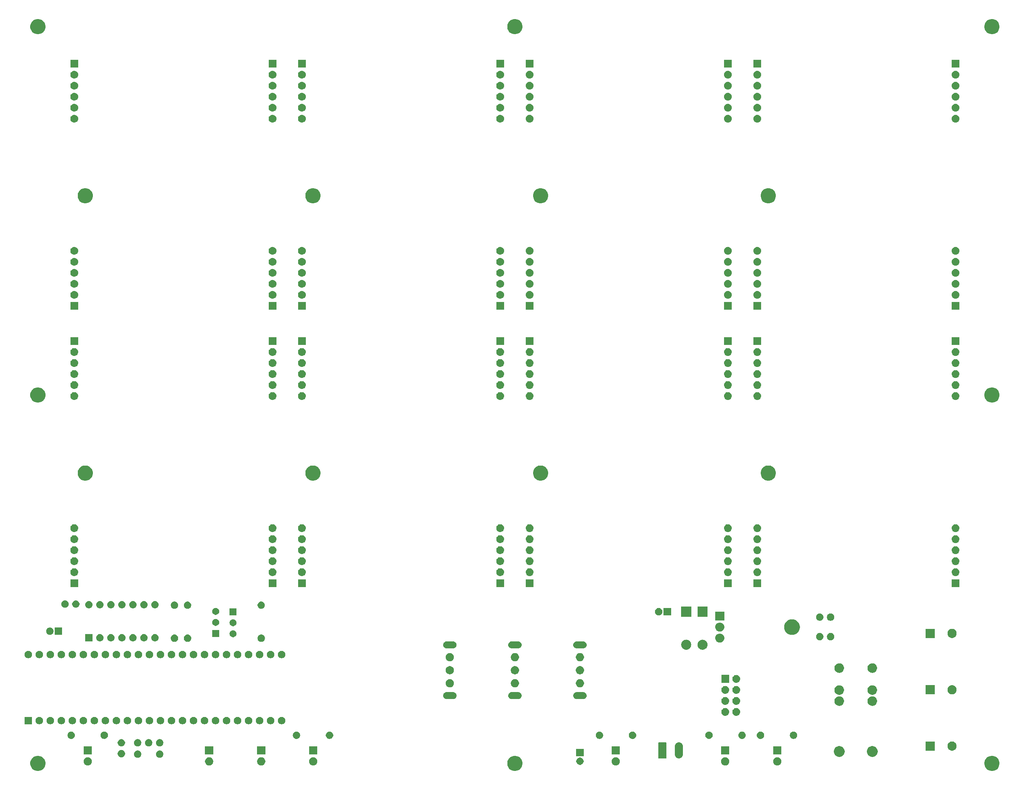
<source format=gbr>
G04 #@! TF.GenerationSoftware,KiCad,Pcbnew,(5.1.2-1)-1*
G04 #@! TF.CreationDate,2020-06-20T02:43:46-05:00*
G04 #@! TF.ProjectId,ShiftDriverMotherboard64,53686966-7444-4726-9976-65724d6f7468,rev?*
G04 #@! TF.SameCoordinates,Original*
G04 #@! TF.FileFunction,Soldermask,Top*
G04 #@! TF.FilePolarity,Negative*
%FSLAX46Y46*%
G04 Gerber Fmt 4.6, Leading zero omitted, Abs format (unit mm)*
G04 Created by KiCad (PCBNEW (5.1.2-1)-1) date 2020-06-20 02:43:46*
%MOMM*%
%LPD*%
G04 APERTURE LIST*
%ADD10C,0.100000*%
G04 APERTURE END LIST*
D10*
G36*
X235511213Y-183314751D02*
G01*
X235830166Y-183446865D01*
X236117216Y-183638666D01*
X236361334Y-183882784D01*
X236553135Y-184169834D01*
X236685249Y-184488787D01*
X236752600Y-184827383D01*
X236752600Y-185172617D01*
X236685249Y-185511213D01*
X236553135Y-185830166D01*
X236361334Y-186117216D01*
X236117216Y-186361334D01*
X235830166Y-186553135D01*
X235511213Y-186685249D01*
X235172617Y-186752600D01*
X234827383Y-186752600D01*
X234488787Y-186685249D01*
X234169834Y-186553135D01*
X233882784Y-186361334D01*
X233638666Y-186117216D01*
X233446865Y-185830166D01*
X233314751Y-185511213D01*
X233247400Y-185172617D01*
X233247400Y-184827383D01*
X233314751Y-184488787D01*
X233446865Y-184169834D01*
X233638666Y-183882784D01*
X233882784Y-183638666D01*
X234169834Y-183446865D01*
X234488787Y-183314751D01*
X234827383Y-183247400D01*
X235172617Y-183247400D01*
X235511213Y-183314751D01*
X235511213Y-183314751D01*
G37*
G36*
X125511213Y-183314751D02*
G01*
X125830166Y-183446865D01*
X126117216Y-183638666D01*
X126361334Y-183882784D01*
X126553135Y-184169834D01*
X126685249Y-184488787D01*
X126752600Y-184827383D01*
X126752600Y-185172617D01*
X126685249Y-185511213D01*
X126553135Y-185830166D01*
X126361334Y-186117216D01*
X126117216Y-186361334D01*
X125830166Y-186553135D01*
X125511213Y-186685249D01*
X125172617Y-186752600D01*
X124827383Y-186752600D01*
X124488787Y-186685249D01*
X124169834Y-186553135D01*
X123882784Y-186361334D01*
X123638666Y-186117216D01*
X123446865Y-185830166D01*
X123314751Y-185511213D01*
X123247400Y-185172617D01*
X123247400Y-184827383D01*
X123314751Y-184488787D01*
X123446865Y-184169834D01*
X123638666Y-183882784D01*
X123882784Y-183638666D01*
X124169834Y-183446865D01*
X124488787Y-183314751D01*
X124827383Y-183247400D01*
X125172617Y-183247400D01*
X125511213Y-183314751D01*
X125511213Y-183314751D01*
G37*
G36*
X15511213Y-183314751D02*
G01*
X15830166Y-183446865D01*
X16117216Y-183638666D01*
X16361334Y-183882784D01*
X16553135Y-184169834D01*
X16685249Y-184488787D01*
X16752600Y-184827383D01*
X16752600Y-185172617D01*
X16685249Y-185511213D01*
X16553135Y-185830166D01*
X16361334Y-186117216D01*
X16117216Y-186361334D01*
X15830166Y-186553135D01*
X15511213Y-186685249D01*
X15172617Y-186752600D01*
X14827383Y-186752600D01*
X14488787Y-186685249D01*
X14169834Y-186553135D01*
X13882784Y-186361334D01*
X13638666Y-186117216D01*
X13446865Y-185830166D01*
X13314751Y-185511213D01*
X13247400Y-185172617D01*
X13247400Y-184827383D01*
X13314751Y-184488787D01*
X13446865Y-184169834D01*
X13638666Y-183882784D01*
X13882784Y-183638666D01*
X14169834Y-183446865D01*
X14488787Y-183314751D01*
X14827383Y-183247400D01*
X15172617Y-183247400D01*
X15511213Y-183314751D01*
X15511213Y-183314751D01*
G37*
G36*
X78777395Y-183625546D02*
G01*
X78950466Y-183697234D01*
X78950467Y-183697235D01*
X79106227Y-183801310D01*
X79238690Y-183933773D01*
X79238691Y-183933775D01*
X79342766Y-184089534D01*
X79414454Y-184262605D01*
X79451000Y-184446333D01*
X79451000Y-184633667D01*
X79414454Y-184817395D01*
X79342766Y-184990466D01*
X79342765Y-184990467D01*
X79238690Y-185146227D01*
X79106227Y-185278690D01*
X79046954Y-185318295D01*
X78950466Y-185382766D01*
X78777395Y-185454454D01*
X78593667Y-185491000D01*
X78406333Y-185491000D01*
X78222605Y-185454454D01*
X78049534Y-185382766D01*
X77953046Y-185318295D01*
X77893773Y-185278690D01*
X77761310Y-185146227D01*
X77657235Y-184990467D01*
X77657234Y-184990466D01*
X77585546Y-184817395D01*
X77549000Y-184633667D01*
X77549000Y-184446333D01*
X77585546Y-184262605D01*
X77657234Y-184089534D01*
X77761309Y-183933775D01*
X77761310Y-183933773D01*
X77893773Y-183801310D01*
X78049533Y-183697235D01*
X78049534Y-183697234D01*
X78222605Y-183625546D01*
X78406333Y-183589000D01*
X78593667Y-183589000D01*
X78777395Y-183625546D01*
X78777395Y-183625546D01*
G37*
G36*
X66777395Y-183625546D02*
G01*
X66950466Y-183697234D01*
X66950467Y-183697235D01*
X67106227Y-183801310D01*
X67238690Y-183933773D01*
X67238691Y-183933775D01*
X67342766Y-184089534D01*
X67414454Y-184262605D01*
X67451000Y-184446333D01*
X67451000Y-184633667D01*
X67414454Y-184817395D01*
X67342766Y-184990466D01*
X67342765Y-184990467D01*
X67238690Y-185146227D01*
X67106227Y-185278690D01*
X67046954Y-185318295D01*
X66950466Y-185382766D01*
X66777395Y-185454454D01*
X66593667Y-185491000D01*
X66406333Y-185491000D01*
X66222605Y-185454454D01*
X66049534Y-185382766D01*
X65953046Y-185318295D01*
X65893773Y-185278690D01*
X65761310Y-185146227D01*
X65657235Y-184990467D01*
X65657234Y-184990466D01*
X65585546Y-184817395D01*
X65549000Y-184633667D01*
X65549000Y-184446333D01*
X65585546Y-184262605D01*
X65657234Y-184089534D01*
X65761309Y-183933775D01*
X65761310Y-183933773D01*
X65893773Y-183801310D01*
X66049533Y-183697235D01*
X66049534Y-183697234D01*
X66222605Y-183625546D01*
X66406333Y-183589000D01*
X66593667Y-183589000D01*
X66777395Y-183625546D01*
X66777395Y-183625546D01*
G37*
G36*
X54777395Y-183625546D02*
G01*
X54950466Y-183697234D01*
X54950467Y-183697235D01*
X55106227Y-183801310D01*
X55238690Y-183933773D01*
X55238691Y-183933775D01*
X55342766Y-184089534D01*
X55414454Y-184262605D01*
X55451000Y-184446333D01*
X55451000Y-184633667D01*
X55414454Y-184817395D01*
X55342766Y-184990466D01*
X55342765Y-184990467D01*
X55238690Y-185146227D01*
X55106227Y-185278690D01*
X55046954Y-185318295D01*
X54950466Y-185382766D01*
X54777395Y-185454454D01*
X54593667Y-185491000D01*
X54406333Y-185491000D01*
X54222605Y-185454454D01*
X54049534Y-185382766D01*
X53953046Y-185318295D01*
X53893773Y-185278690D01*
X53761310Y-185146227D01*
X53657235Y-184990467D01*
X53657234Y-184990466D01*
X53585546Y-184817395D01*
X53549000Y-184633667D01*
X53549000Y-184446333D01*
X53585546Y-184262605D01*
X53657234Y-184089534D01*
X53761309Y-183933775D01*
X53761310Y-183933773D01*
X53893773Y-183801310D01*
X54049533Y-183697235D01*
X54049534Y-183697234D01*
X54222605Y-183625546D01*
X54406333Y-183589000D01*
X54593667Y-183589000D01*
X54777395Y-183625546D01*
X54777395Y-183625546D01*
G37*
G36*
X26777395Y-183625546D02*
G01*
X26950466Y-183697234D01*
X26950467Y-183697235D01*
X27106227Y-183801310D01*
X27238690Y-183933773D01*
X27238691Y-183933775D01*
X27342766Y-184089534D01*
X27414454Y-184262605D01*
X27451000Y-184446333D01*
X27451000Y-184633667D01*
X27414454Y-184817395D01*
X27342766Y-184990466D01*
X27342765Y-184990467D01*
X27238690Y-185146227D01*
X27106227Y-185278690D01*
X27046954Y-185318295D01*
X26950466Y-185382766D01*
X26777395Y-185454454D01*
X26593667Y-185491000D01*
X26406333Y-185491000D01*
X26222605Y-185454454D01*
X26049534Y-185382766D01*
X25953046Y-185318295D01*
X25893773Y-185278690D01*
X25761310Y-185146227D01*
X25657235Y-184990467D01*
X25657234Y-184990466D01*
X25585546Y-184817395D01*
X25549000Y-184633667D01*
X25549000Y-184446333D01*
X25585546Y-184262605D01*
X25657234Y-184089534D01*
X25761309Y-183933775D01*
X25761310Y-183933773D01*
X25893773Y-183801310D01*
X26049533Y-183697235D01*
X26049534Y-183697234D01*
X26222605Y-183625546D01*
X26406333Y-183589000D01*
X26593667Y-183589000D01*
X26777395Y-183625546D01*
X26777395Y-183625546D01*
G37*
G36*
X148527395Y-183625546D02*
G01*
X148700466Y-183697234D01*
X148700467Y-183697235D01*
X148856227Y-183801310D01*
X148988690Y-183933773D01*
X148988691Y-183933775D01*
X149092766Y-184089534D01*
X149164454Y-184262605D01*
X149201000Y-184446333D01*
X149201000Y-184633667D01*
X149164454Y-184817395D01*
X149092766Y-184990466D01*
X149092765Y-184990467D01*
X148988690Y-185146227D01*
X148856227Y-185278690D01*
X148796954Y-185318295D01*
X148700466Y-185382766D01*
X148527395Y-185454454D01*
X148343667Y-185491000D01*
X148156333Y-185491000D01*
X147972605Y-185454454D01*
X147799534Y-185382766D01*
X147703046Y-185318295D01*
X147643773Y-185278690D01*
X147511310Y-185146227D01*
X147407235Y-184990467D01*
X147407234Y-184990466D01*
X147335546Y-184817395D01*
X147299000Y-184633667D01*
X147299000Y-184446333D01*
X147335546Y-184262605D01*
X147407234Y-184089534D01*
X147511309Y-183933775D01*
X147511310Y-183933773D01*
X147643773Y-183801310D01*
X147799533Y-183697235D01*
X147799534Y-183697234D01*
X147972605Y-183625546D01*
X148156333Y-183589000D01*
X148343667Y-183589000D01*
X148527395Y-183625546D01*
X148527395Y-183625546D01*
G37*
G36*
X185777395Y-183625546D02*
G01*
X185950466Y-183697234D01*
X185950467Y-183697235D01*
X186106227Y-183801310D01*
X186238690Y-183933773D01*
X186238691Y-183933775D01*
X186342766Y-184089534D01*
X186414454Y-184262605D01*
X186451000Y-184446333D01*
X186451000Y-184633667D01*
X186414454Y-184817395D01*
X186342766Y-184990466D01*
X186342765Y-184990467D01*
X186238690Y-185146227D01*
X186106227Y-185278690D01*
X186046954Y-185318295D01*
X185950466Y-185382766D01*
X185777395Y-185454454D01*
X185593667Y-185491000D01*
X185406333Y-185491000D01*
X185222605Y-185454454D01*
X185049534Y-185382766D01*
X184953046Y-185318295D01*
X184893773Y-185278690D01*
X184761310Y-185146227D01*
X184657235Y-184990467D01*
X184657234Y-184990466D01*
X184585546Y-184817395D01*
X184549000Y-184633667D01*
X184549000Y-184446333D01*
X184585546Y-184262605D01*
X184657234Y-184089534D01*
X184761309Y-183933775D01*
X184761310Y-183933773D01*
X184893773Y-183801310D01*
X185049533Y-183697235D01*
X185049534Y-183697234D01*
X185222605Y-183625546D01*
X185406333Y-183589000D01*
X185593667Y-183589000D01*
X185777395Y-183625546D01*
X185777395Y-183625546D01*
G37*
G36*
X173777395Y-183625546D02*
G01*
X173950466Y-183697234D01*
X173950467Y-183697235D01*
X174106227Y-183801310D01*
X174238690Y-183933773D01*
X174238691Y-183933775D01*
X174342766Y-184089534D01*
X174414454Y-184262605D01*
X174451000Y-184446333D01*
X174451000Y-184633667D01*
X174414454Y-184817395D01*
X174342766Y-184990466D01*
X174342765Y-184990467D01*
X174238690Y-185146227D01*
X174106227Y-185278690D01*
X174046954Y-185318295D01*
X173950466Y-185382766D01*
X173777395Y-185454454D01*
X173593667Y-185491000D01*
X173406333Y-185491000D01*
X173222605Y-185454454D01*
X173049534Y-185382766D01*
X172953046Y-185318295D01*
X172893773Y-185278690D01*
X172761310Y-185146227D01*
X172657235Y-184990467D01*
X172657234Y-184990466D01*
X172585546Y-184817395D01*
X172549000Y-184633667D01*
X172549000Y-184446333D01*
X172585546Y-184262605D01*
X172657234Y-184089534D01*
X172761309Y-183933775D01*
X172761310Y-183933773D01*
X172893773Y-183801310D01*
X173049533Y-183697235D01*
X173049534Y-183697234D01*
X173222605Y-183625546D01*
X173406333Y-183589000D01*
X173593667Y-183589000D01*
X173777395Y-183625546D01*
X173777395Y-183625546D01*
G37*
G36*
X140248228Y-183681703D02*
G01*
X140403100Y-183745853D01*
X140542481Y-183838985D01*
X140661015Y-183957519D01*
X140754147Y-184096900D01*
X140818297Y-184251772D01*
X140851000Y-184416184D01*
X140851000Y-184583816D01*
X140818297Y-184748228D01*
X140754147Y-184903100D01*
X140661015Y-185042481D01*
X140542481Y-185161015D01*
X140403100Y-185254147D01*
X140248228Y-185318297D01*
X140083816Y-185351000D01*
X139916184Y-185351000D01*
X139751772Y-185318297D01*
X139596900Y-185254147D01*
X139457519Y-185161015D01*
X139338985Y-185042481D01*
X139245853Y-184903100D01*
X139181703Y-184748228D01*
X139149000Y-184583816D01*
X139149000Y-184416184D01*
X139181703Y-184251772D01*
X139245853Y-184096900D01*
X139338985Y-183957519D01*
X139457519Y-183838985D01*
X139596900Y-183745853D01*
X139751772Y-183681703D01*
X139916184Y-183649000D01*
X140083816Y-183649000D01*
X140248228Y-183681703D01*
X140248228Y-183681703D01*
G37*
G36*
X162996424Y-180162760D02*
G01*
X162996427Y-180162761D01*
X162996428Y-180162761D01*
X163175692Y-180217140D01*
X163175695Y-180217142D01*
X163175696Y-180217142D01*
X163340903Y-180305446D01*
X163485712Y-180424288D01*
X163604554Y-180569097D01*
X163671014Y-180693436D01*
X163692860Y-180734307D01*
X163747239Y-180913571D01*
X163747240Y-180913575D01*
X163761000Y-181053282D01*
X163761000Y-182946718D01*
X163747240Y-183086425D01*
X163747239Y-183086428D01*
X163747239Y-183086429D01*
X163692860Y-183265693D01*
X163692858Y-183265696D01*
X163692858Y-183265697D01*
X163604554Y-183430903D01*
X163485712Y-183575712D01*
X163340903Y-183694554D01*
X163193425Y-183773382D01*
X163175693Y-183782860D01*
X162996429Y-183837239D01*
X162996428Y-183837239D01*
X162996425Y-183837240D01*
X162810000Y-183855601D01*
X162623576Y-183837240D01*
X162623573Y-183837239D01*
X162623572Y-183837239D01*
X162444308Y-183782860D01*
X162426576Y-183773382D01*
X162279098Y-183694554D01*
X162134289Y-183575712D01*
X162015447Y-183430903D01*
X161927143Y-183265697D01*
X161927143Y-183265696D01*
X161927141Y-183265693D01*
X161872762Y-183086429D01*
X161872762Y-183086428D01*
X161872761Y-183086425D01*
X161859000Y-182946717D01*
X161859000Y-181053283D01*
X161872760Y-180913576D01*
X161872761Y-180913572D01*
X161927140Y-180734308D01*
X161927143Y-180734303D01*
X162015446Y-180569097D01*
X162134288Y-180424288D01*
X162279097Y-180305446D01*
X162444303Y-180217142D01*
X162444304Y-180217142D01*
X162444307Y-180217140D01*
X162623571Y-180162761D01*
X162623572Y-180162761D01*
X162623575Y-180162760D01*
X162810000Y-180144399D01*
X162996424Y-180162760D01*
X162996424Y-180162760D01*
G37*
G36*
X159810915Y-180152934D02*
G01*
X159843424Y-180162795D01*
X159873382Y-180178809D01*
X159899641Y-180200359D01*
X159921191Y-180226618D01*
X159937205Y-180256576D01*
X159947066Y-180289085D01*
X159951000Y-180329029D01*
X159951000Y-183670971D01*
X159947066Y-183710915D01*
X159937205Y-183743424D01*
X159921191Y-183773382D01*
X159899641Y-183799641D01*
X159873382Y-183821191D01*
X159843424Y-183837205D01*
X159810915Y-183847066D01*
X159770971Y-183851000D01*
X158229029Y-183851000D01*
X158189085Y-183847066D01*
X158156576Y-183837205D01*
X158126618Y-183821191D01*
X158100359Y-183799641D01*
X158078809Y-183773382D01*
X158062795Y-183743424D01*
X158052934Y-183710915D01*
X158049000Y-183670971D01*
X158049000Y-180329029D01*
X158052934Y-180289085D01*
X158062795Y-180256576D01*
X158078809Y-180226618D01*
X158100359Y-180200359D01*
X158126618Y-180178809D01*
X158156576Y-180162795D01*
X158189085Y-180152934D01*
X158229029Y-180149000D01*
X159770971Y-180149000D01*
X159810915Y-180152934D01*
X159810915Y-180152934D01*
G37*
G36*
X43328228Y-182056703D02*
G01*
X43483100Y-182120853D01*
X43622481Y-182213985D01*
X43741015Y-182332519D01*
X43834147Y-182471900D01*
X43898297Y-182626772D01*
X43931000Y-182791184D01*
X43931000Y-182958816D01*
X43898297Y-183123228D01*
X43834147Y-183278100D01*
X43741015Y-183417481D01*
X43622481Y-183536015D01*
X43483100Y-183629147D01*
X43328228Y-183693297D01*
X43163816Y-183726000D01*
X42996184Y-183726000D01*
X42831772Y-183693297D01*
X42676900Y-183629147D01*
X42537519Y-183536015D01*
X42418985Y-183417481D01*
X42325853Y-183278100D01*
X42261703Y-183123228D01*
X42229000Y-182958816D01*
X42229000Y-182791184D01*
X42261703Y-182626772D01*
X42325853Y-182471900D01*
X42418985Y-182332519D01*
X42537519Y-182213985D01*
X42676900Y-182120853D01*
X42831772Y-182056703D01*
X42996184Y-182024000D01*
X43163816Y-182024000D01*
X43328228Y-182056703D01*
X43328228Y-182056703D01*
G37*
G36*
X38248228Y-182056703D02*
G01*
X38403100Y-182120853D01*
X38542481Y-182213985D01*
X38661015Y-182332519D01*
X38754147Y-182471900D01*
X38818297Y-182626772D01*
X38851000Y-182791184D01*
X38851000Y-182958816D01*
X38818297Y-183123228D01*
X38754147Y-183278100D01*
X38661015Y-183417481D01*
X38542481Y-183536015D01*
X38403100Y-183629147D01*
X38248228Y-183693297D01*
X38083816Y-183726000D01*
X37916184Y-183726000D01*
X37751772Y-183693297D01*
X37596900Y-183629147D01*
X37457519Y-183536015D01*
X37338985Y-183417481D01*
X37245853Y-183278100D01*
X37181703Y-183123228D01*
X37149000Y-182958816D01*
X37149000Y-182791184D01*
X37181703Y-182626772D01*
X37245853Y-182471900D01*
X37338985Y-182332519D01*
X37457519Y-182213985D01*
X37596900Y-182120853D01*
X37751772Y-182056703D01*
X37916184Y-182024000D01*
X38083816Y-182024000D01*
X38248228Y-182056703D01*
X38248228Y-182056703D01*
G37*
G36*
X34498228Y-181931703D02*
G01*
X34653100Y-181995853D01*
X34792481Y-182088985D01*
X34911015Y-182207519D01*
X35004147Y-182346900D01*
X35068297Y-182501772D01*
X35101000Y-182666184D01*
X35101000Y-182833816D01*
X35068297Y-182998228D01*
X35004147Y-183153100D01*
X34911015Y-183292481D01*
X34792481Y-183411015D01*
X34653100Y-183504147D01*
X34498228Y-183568297D01*
X34333816Y-183601000D01*
X34166184Y-183601000D01*
X34001772Y-183568297D01*
X33846900Y-183504147D01*
X33707519Y-183411015D01*
X33588985Y-183292481D01*
X33495853Y-183153100D01*
X33431703Y-182998228D01*
X33399000Y-182833816D01*
X33399000Y-182666184D01*
X33431703Y-182501772D01*
X33495853Y-182346900D01*
X33588985Y-182207519D01*
X33707519Y-182088985D01*
X33846900Y-181995853D01*
X34001772Y-181931703D01*
X34166184Y-181899000D01*
X34333816Y-181899000D01*
X34498228Y-181931703D01*
X34498228Y-181931703D01*
G37*
G36*
X200164903Y-181047075D02*
G01*
X200392571Y-181141378D01*
X200597466Y-181278285D01*
X200771715Y-181452534D01*
X200771716Y-181452536D01*
X200908623Y-181657431D01*
X201002925Y-181885097D01*
X201051000Y-182126786D01*
X201051000Y-182373214D01*
X201002925Y-182614903D01*
X200912249Y-182833816D01*
X200908622Y-182842571D01*
X200771715Y-183047466D01*
X200597466Y-183221715D01*
X200392571Y-183358622D01*
X200392570Y-183358623D01*
X200392569Y-183358623D01*
X200164903Y-183452925D01*
X199923214Y-183501000D01*
X199676786Y-183501000D01*
X199435097Y-183452925D01*
X199207431Y-183358623D01*
X199207430Y-183358623D01*
X199207429Y-183358622D01*
X199002534Y-183221715D01*
X198828285Y-183047466D01*
X198691378Y-182842571D01*
X198687752Y-182833816D01*
X198597075Y-182614903D01*
X198549000Y-182373214D01*
X198549000Y-182126786D01*
X198597075Y-181885097D01*
X198691377Y-181657431D01*
X198828284Y-181452536D01*
X198828285Y-181452534D01*
X199002534Y-181278285D01*
X199207429Y-181141378D01*
X199435097Y-181047075D01*
X199676786Y-180999000D01*
X199923214Y-180999000D01*
X200164903Y-181047075D01*
X200164903Y-181047075D01*
G37*
G36*
X207784903Y-181047075D02*
G01*
X208012571Y-181141378D01*
X208217466Y-181278285D01*
X208391715Y-181452534D01*
X208391716Y-181452536D01*
X208528623Y-181657431D01*
X208622925Y-181885097D01*
X208671000Y-182126786D01*
X208671000Y-182373214D01*
X208622925Y-182614903D01*
X208532249Y-182833816D01*
X208528622Y-182842571D01*
X208391715Y-183047466D01*
X208217466Y-183221715D01*
X208012571Y-183358622D01*
X208012570Y-183358623D01*
X208012569Y-183358623D01*
X207784903Y-183452925D01*
X207543214Y-183501000D01*
X207296786Y-183501000D01*
X207055097Y-183452925D01*
X206827431Y-183358623D01*
X206827430Y-183358623D01*
X206827429Y-183358622D01*
X206622534Y-183221715D01*
X206448285Y-183047466D01*
X206311378Y-182842571D01*
X206307752Y-182833816D01*
X206217075Y-182614903D01*
X206169000Y-182373214D01*
X206169000Y-182126786D01*
X206217075Y-181885097D01*
X206311377Y-181657431D01*
X206448284Y-181452536D01*
X206448285Y-181452534D01*
X206622534Y-181278285D01*
X206827429Y-181141378D01*
X207055097Y-181047075D01*
X207296786Y-180999000D01*
X207543214Y-180999000D01*
X207784903Y-181047075D01*
X207784903Y-181047075D01*
G37*
G36*
X140851000Y-183351000D02*
G01*
X139149000Y-183351000D01*
X139149000Y-181649000D01*
X140851000Y-181649000D01*
X140851000Y-183351000D01*
X140851000Y-183351000D01*
G37*
G36*
X55451000Y-182951000D02*
G01*
X53549000Y-182951000D01*
X53549000Y-181049000D01*
X55451000Y-181049000D01*
X55451000Y-182951000D01*
X55451000Y-182951000D01*
G37*
G36*
X186451000Y-182951000D02*
G01*
X184549000Y-182951000D01*
X184549000Y-181049000D01*
X186451000Y-181049000D01*
X186451000Y-182951000D01*
X186451000Y-182951000D01*
G37*
G36*
X174451000Y-182951000D02*
G01*
X172549000Y-182951000D01*
X172549000Y-181049000D01*
X174451000Y-181049000D01*
X174451000Y-182951000D01*
X174451000Y-182951000D01*
G37*
G36*
X149201000Y-182951000D02*
G01*
X147299000Y-182951000D01*
X147299000Y-181049000D01*
X149201000Y-181049000D01*
X149201000Y-182951000D01*
X149201000Y-182951000D01*
G37*
G36*
X79451000Y-182951000D02*
G01*
X77549000Y-182951000D01*
X77549000Y-181049000D01*
X79451000Y-181049000D01*
X79451000Y-182951000D01*
X79451000Y-182951000D01*
G37*
G36*
X27451000Y-182951000D02*
G01*
X25549000Y-182951000D01*
X25549000Y-181049000D01*
X27451000Y-181049000D01*
X27451000Y-182951000D01*
X27451000Y-182951000D01*
G37*
G36*
X67451000Y-182951000D02*
G01*
X65549000Y-182951000D01*
X65549000Y-181049000D01*
X67451000Y-181049000D01*
X67451000Y-182951000D01*
X67451000Y-182951000D01*
G37*
G36*
X221851000Y-182051000D02*
G01*
X219749000Y-182051000D01*
X219749000Y-179949000D01*
X221851000Y-179949000D01*
X221851000Y-182051000D01*
X221851000Y-182051000D01*
G37*
G36*
X226106564Y-179989389D02*
G01*
X226297833Y-180068615D01*
X226297835Y-180068616D01*
X226411252Y-180144399D01*
X226469973Y-180183635D01*
X226616365Y-180330027D01*
X226731385Y-180502167D01*
X226810611Y-180693436D01*
X226851000Y-180896484D01*
X226851000Y-181103516D01*
X226810611Y-181306564D01*
X226731385Y-181497833D01*
X226731384Y-181497835D01*
X226616365Y-181669973D01*
X226469973Y-181816365D01*
X226297835Y-181931384D01*
X226297834Y-181931385D01*
X226297833Y-181931385D01*
X226106564Y-182010611D01*
X225903516Y-182051000D01*
X225696484Y-182051000D01*
X225493436Y-182010611D01*
X225302167Y-181931385D01*
X225302166Y-181931385D01*
X225302165Y-181931384D01*
X225130027Y-181816365D01*
X224983635Y-181669973D01*
X224868616Y-181497835D01*
X224868615Y-181497833D01*
X224789389Y-181306564D01*
X224749000Y-181103516D01*
X224749000Y-180896484D01*
X224789389Y-180693436D01*
X224868615Y-180502167D01*
X224983635Y-180330027D01*
X225130027Y-180183635D01*
X225188748Y-180144399D01*
X225302165Y-180068616D01*
X225302167Y-180068615D01*
X225493436Y-179989389D01*
X225696484Y-179949000D01*
X225903516Y-179949000D01*
X226106564Y-179989389D01*
X226106564Y-179989389D01*
G37*
G36*
X43328228Y-179431703D02*
G01*
X43483100Y-179495853D01*
X43622481Y-179588985D01*
X43741015Y-179707519D01*
X43834147Y-179846900D01*
X43898297Y-180001772D01*
X43931000Y-180166184D01*
X43931000Y-180333816D01*
X43898297Y-180498228D01*
X43834147Y-180653100D01*
X43741015Y-180792481D01*
X43622481Y-180911015D01*
X43483100Y-181004147D01*
X43328228Y-181068297D01*
X43163816Y-181101000D01*
X42996184Y-181101000D01*
X42831772Y-181068297D01*
X42676900Y-181004147D01*
X42537519Y-180911015D01*
X42418985Y-180792481D01*
X42325853Y-180653100D01*
X42261703Y-180498228D01*
X42229000Y-180333816D01*
X42229000Y-180166184D01*
X42261703Y-180001772D01*
X42325853Y-179846900D01*
X42418985Y-179707519D01*
X42537519Y-179588985D01*
X42676900Y-179495853D01*
X42831772Y-179431703D01*
X42996184Y-179399000D01*
X43163816Y-179399000D01*
X43328228Y-179431703D01*
X43328228Y-179431703D01*
G37*
G36*
X40788228Y-179431703D02*
G01*
X40943100Y-179495853D01*
X41082481Y-179588985D01*
X41201015Y-179707519D01*
X41294147Y-179846900D01*
X41358297Y-180001772D01*
X41391000Y-180166184D01*
X41391000Y-180333816D01*
X41358297Y-180498228D01*
X41294147Y-180653100D01*
X41201015Y-180792481D01*
X41082481Y-180911015D01*
X40943100Y-181004147D01*
X40788228Y-181068297D01*
X40623816Y-181101000D01*
X40456184Y-181101000D01*
X40291772Y-181068297D01*
X40136900Y-181004147D01*
X39997519Y-180911015D01*
X39878985Y-180792481D01*
X39785853Y-180653100D01*
X39721703Y-180498228D01*
X39689000Y-180333816D01*
X39689000Y-180166184D01*
X39721703Y-180001772D01*
X39785853Y-179846900D01*
X39878985Y-179707519D01*
X39997519Y-179588985D01*
X40136900Y-179495853D01*
X40291772Y-179431703D01*
X40456184Y-179399000D01*
X40623816Y-179399000D01*
X40788228Y-179431703D01*
X40788228Y-179431703D01*
G37*
G36*
X38248228Y-179431703D02*
G01*
X38403100Y-179495853D01*
X38542481Y-179588985D01*
X38661015Y-179707519D01*
X38754147Y-179846900D01*
X38818297Y-180001772D01*
X38851000Y-180166184D01*
X38851000Y-180333816D01*
X38818297Y-180498228D01*
X38754147Y-180653100D01*
X38661015Y-180792481D01*
X38542481Y-180911015D01*
X38403100Y-181004147D01*
X38248228Y-181068297D01*
X38083816Y-181101000D01*
X37916184Y-181101000D01*
X37751772Y-181068297D01*
X37596900Y-181004147D01*
X37457519Y-180911015D01*
X37338985Y-180792481D01*
X37245853Y-180653100D01*
X37181703Y-180498228D01*
X37149000Y-180333816D01*
X37149000Y-180166184D01*
X37181703Y-180001772D01*
X37245853Y-179846900D01*
X37338985Y-179707519D01*
X37457519Y-179588985D01*
X37596900Y-179495853D01*
X37751772Y-179431703D01*
X37916184Y-179399000D01*
X38083816Y-179399000D01*
X38248228Y-179431703D01*
X38248228Y-179431703D01*
G37*
G36*
X34498228Y-179431703D02*
G01*
X34653100Y-179495853D01*
X34792481Y-179588985D01*
X34911015Y-179707519D01*
X35004147Y-179846900D01*
X35068297Y-180001772D01*
X35101000Y-180166184D01*
X35101000Y-180333816D01*
X35068297Y-180498228D01*
X35004147Y-180653100D01*
X34911015Y-180792481D01*
X34792481Y-180911015D01*
X34653100Y-181004147D01*
X34498228Y-181068297D01*
X34333816Y-181101000D01*
X34166184Y-181101000D01*
X34001772Y-181068297D01*
X33846900Y-181004147D01*
X33707519Y-180911015D01*
X33588985Y-180792481D01*
X33495853Y-180653100D01*
X33431703Y-180498228D01*
X33399000Y-180333816D01*
X33399000Y-180166184D01*
X33431703Y-180001772D01*
X33495853Y-179846900D01*
X33588985Y-179707519D01*
X33707519Y-179588985D01*
X33846900Y-179495853D01*
X34001772Y-179431703D01*
X34166184Y-179399000D01*
X34333816Y-179399000D01*
X34498228Y-179431703D01*
X34498228Y-179431703D01*
G37*
G36*
X169998228Y-177681703D02*
G01*
X170153100Y-177745853D01*
X170292481Y-177838985D01*
X170411015Y-177957519D01*
X170504147Y-178096900D01*
X170568297Y-178251772D01*
X170601000Y-178416184D01*
X170601000Y-178583816D01*
X170568297Y-178748228D01*
X170504147Y-178903100D01*
X170411015Y-179042481D01*
X170292481Y-179161015D01*
X170153100Y-179254147D01*
X169998228Y-179318297D01*
X169833816Y-179351000D01*
X169666184Y-179351000D01*
X169501772Y-179318297D01*
X169346900Y-179254147D01*
X169207519Y-179161015D01*
X169088985Y-179042481D01*
X168995853Y-178903100D01*
X168931703Y-178748228D01*
X168899000Y-178583816D01*
X168899000Y-178416184D01*
X168931703Y-178251772D01*
X168995853Y-178096900D01*
X169088985Y-177957519D01*
X169207519Y-177838985D01*
X169346900Y-177745853D01*
X169501772Y-177681703D01*
X169666184Y-177649000D01*
X169833816Y-177649000D01*
X169998228Y-177681703D01*
X169998228Y-177681703D01*
G37*
G36*
X82498228Y-177681703D02*
G01*
X82653100Y-177745853D01*
X82792481Y-177838985D01*
X82911015Y-177957519D01*
X83004147Y-178096900D01*
X83068297Y-178251772D01*
X83101000Y-178416184D01*
X83101000Y-178583816D01*
X83068297Y-178748228D01*
X83004147Y-178903100D01*
X82911015Y-179042481D01*
X82792481Y-179161015D01*
X82653100Y-179254147D01*
X82498228Y-179318297D01*
X82333816Y-179351000D01*
X82166184Y-179351000D01*
X82001772Y-179318297D01*
X81846900Y-179254147D01*
X81707519Y-179161015D01*
X81588985Y-179042481D01*
X81495853Y-178903100D01*
X81431703Y-178748228D01*
X81399000Y-178583816D01*
X81399000Y-178416184D01*
X81431703Y-178251772D01*
X81495853Y-178096900D01*
X81588985Y-177957519D01*
X81707519Y-177838985D01*
X81846900Y-177745853D01*
X82001772Y-177681703D01*
X82166184Y-177649000D01*
X82333816Y-177649000D01*
X82498228Y-177681703D01*
X82498228Y-177681703D01*
G37*
G36*
X177536823Y-177661313D02*
G01*
X177697242Y-177709976D01*
X177764361Y-177745852D01*
X177845078Y-177788996D01*
X177974659Y-177895341D01*
X178081004Y-178024922D01*
X178081005Y-178024924D01*
X178160024Y-178172758D01*
X178208687Y-178333177D01*
X178225117Y-178500000D01*
X178208687Y-178666823D01*
X178160024Y-178827242D01*
X178119477Y-178903100D01*
X178081004Y-178975078D01*
X177974659Y-179104659D01*
X177845078Y-179211004D01*
X177845076Y-179211005D01*
X177697242Y-179290024D01*
X177536823Y-179338687D01*
X177411804Y-179351000D01*
X177328196Y-179351000D01*
X177203177Y-179338687D01*
X177042758Y-179290024D01*
X176894924Y-179211005D01*
X176894922Y-179211004D01*
X176765341Y-179104659D01*
X176658996Y-178975078D01*
X176620523Y-178903100D01*
X176579976Y-178827242D01*
X176531313Y-178666823D01*
X176514883Y-178500000D01*
X176531313Y-178333177D01*
X176579976Y-178172758D01*
X176658995Y-178024924D01*
X176658996Y-178024922D01*
X176765341Y-177895341D01*
X176894922Y-177788996D01*
X176975639Y-177745852D01*
X177042758Y-177709976D01*
X177203177Y-177661313D01*
X177328196Y-177649000D01*
X177411804Y-177649000D01*
X177536823Y-177661313D01*
X177536823Y-177661313D01*
G37*
G36*
X181796823Y-177661313D02*
G01*
X181957242Y-177709976D01*
X182024361Y-177745852D01*
X182105078Y-177788996D01*
X182234659Y-177895341D01*
X182341004Y-178024922D01*
X182341005Y-178024924D01*
X182420024Y-178172758D01*
X182468687Y-178333177D01*
X182485117Y-178500000D01*
X182468687Y-178666823D01*
X182420024Y-178827242D01*
X182379477Y-178903100D01*
X182341004Y-178975078D01*
X182234659Y-179104659D01*
X182105078Y-179211004D01*
X182105076Y-179211005D01*
X181957242Y-179290024D01*
X181796823Y-179338687D01*
X181671804Y-179351000D01*
X181588196Y-179351000D01*
X181463177Y-179338687D01*
X181302758Y-179290024D01*
X181154924Y-179211005D01*
X181154922Y-179211004D01*
X181025341Y-179104659D01*
X180918996Y-178975078D01*
X180880523Y-178903100D01*
X180839976Y-178827242D01*
X180791313Y-178666823D01*
X180774883Y-178500000D01*
X180791313Y-178333177D01*
X180839976Y-178172758D01*
X180918995Y-178024924D01*
X180918996Y-178024922D01*
X181025341Y-177895341D01*
X181154922Y-177788996D01*
X181235639Y-177745852D01*
X181302758Y-177709976D01*
X181463177Y-177661313D01*
X181588196Y-177649000D01*
X181671804Y-177649000D01*
X181796823Y-177661313D01*
X181796823Y-177661313D01*
G37*
G36*
X189498228Y-177681703D02*
G01*
X189653100Y-177745853D01*
X189792481Y-177838985D01*
X189911015Y-177957519D01*
X190004147Y-178096900D01*
X190068297Y-178251772D01*
X190101000Y-178416184D01*
X190101000Y-178583816D01*
X190068297Y-178748228D01*
X190004147Y-178903100D01*
X189911015Y-179042481D01*
X189792481Y-179161015D01*
X189653100Y-179254147D01*
X189498228Y-179318297D01*
X189333816Y-179351000D01*
X189166184Y-179351000D01*
X189001772Y-179318297D01*
X188846900Y-179254147D01*
X188707519Y-179161015D01*
X188588985Y-179042481D01*
X188495853Y-178903100D01*
X188431703Y-178748228D01*
X188399000Y-178583816D01*
X188399000Y-178416184D01*
X188431703Y-178251772D01*
X188495853Y-178096900D01*
X188588985Y-177957519D01*
X188707519Y-177838985D01*
X188846900Y-177745853D01*
X189001772Y-177681703D01*
X189166184Y-177649000D01*
X189333816Y-177649000D01*
X189498228Y-177681703D01*
X189498228Y-177681703D01*
G37*
G36*
X144748228Y-177681703D02*
G01*
X144903100Y-177745853D01*
X145042481Y-177838985D01*
X145161015Y-177957519D01*
X145254147Y-178096900D01*
X145318297Y-178251772D01*
X145351000Y-178416184D01*
X145351000Y-178583816D01*
X145318297Y-178748228D01*
X145254147Y-178903100D01*
X145161015Y-179042481D01*
X145042481Y-179161015D01*
X144903100Y-179254147D01*
X144748228Y-179318297D01*
X144583816Y-179351000D01*
X144416184Y-179351000D01*
X144251772Y-179318297D01*
X144096900Y-179254147D01*
X143957519Y-179161015D01*
X143838985Y-179042481D01*
X143745853Y-178903100D01*
X143681703Y-178748228D01*
X143649000Y-178583816D01*
X143649000Y-178416184D01*
X143681703Y-178251772D01*
X143745853Y-178096900D01*
X143838985Y-177957519D01*
X143957519Y-177838985D01*
X144096900Y-177745853D01*
X144251772Y-177681703D01*
X144416184Y-177649000D01*
X144583816Y-177649000D01*
X144748228Y-177681703D01*
X144748228Y-177681703D01*
G37*
G36*
X74796823Y-177661313D02*
G01*
X74957242Y-177709976D01*
X75024361Y-177745852D01*
X75105078Y-177788996D01*
X75234659Y-177895341D01*
X75341004Y-178024922D01*
X75341005Y-178024924D01*
X75420024Y-178172758D01*
X75468687Y-178333177D01*
X75485117Y-178500000D01*
X75468687Y-178666823D01*
X75420024Y-178827242D01*
X75379477Y-178903100D01*
X75341004Y-178975078D01*
X75234659Y-179104659D01*
X75105078Y-179211004D01*
X75105076Y-179211005D01*
X74957242Y-179290024D01*
X74796823Y-179338687D01*
X74671804Y-179351000D01*
X74588196Y-179351000D01*
X74463177Y-179338687D01*
X74302758Y-179290024D01*
X74154924Y-179211005D01*
X74154922Y-179211004D01*
X74025341Y-179104659D01*
X73918996Y-178975078D01*
X73880523Y-178903100D01*
X73839976Y-178827242D01*
X73791313Y-178666823D01*
X73774883Y-178500000D01*
X73791313Y-178333177D01*
X73839976Y-178172758D01*
X73918995Y-178024924D01*
X73918996Y-178024922D01*
X74025341Y-177895341D01*
X74154922Y-177788996D01*
X74235639Y-177745852D01*
X74302758Y-177709976D01*
X74463177Y-177661313D01*
X74588196Y-177649000D01*
X74671804Y-177649000D01*
X74796823Y-177661313D01*
X74796823Y-177661313D01*
G37*
G36*
X30548228Y-177681703D02*
G01*
X30703100Y-177745853D01*
X30842481Y-177838985D01*
X30961015Y-177957519D01*
X31054147Y-178096900D01*
X31118297Y-178251772D01*
X31151000Y-178416184D01*
X31151000Y-178583816D01*
X31118297Y-178748228D01*
X31054147Y-178903100D01*
X30961015Y-179042481D01*
X30842481Y-179161015D01*
X30703100Y-179254147D01*
X30548228Y-179318297D01*
X30383816Y-179351000D01*
X30216184Y-179351000D01*
X30051772Y-179318297D01*
X29896900Y-179254147D01*
X29757519Y-179161015D01*
X29638985Y-179042481D01*
X29545853Y-178903100D01*
X29481703Y-178748228D01*
X29449000Y-178583816D01*
X29449000Y-178416184D01*
X29481703Y-178251772D01*
X29545853Y-178096900D01*
X29638985Y-177957519D01*
X29757519Y-177838985D01*
X29896900Y-177745853D01*
X30051772Y-177681703D01*
X30216184Y-177649000D01*
X30383816Y-177649000D01*
X30548228Y-177681703D01*
X30548228Y-177681703D01*
G37*
G36*
X22846823Y-177661313D02*
G01*
X23007242Y-177709976D01*
X23074361Y-177745852D01*
X23155078Y-177788996D01*
X23284659Y-177895341D01*
X23391004Y-178024922D01*
X23391005Y-178024924D01*
X23470024Y-178172758D01*
X23518687Y-178333177D01*
X23535117Y-178500000D01*
X23518687Y-178666823D01*
X23470024Y-178827242D01*
X23429477Y-178903100D01*
X23391004Y-178975078D01*
X23284659Y-179104659D01*
X23155078Y-179211004D01*
X23155076Y-179211005D01*
X23007242Y-179290024D01*
X22846823Y-179338687D01*
X22721804Y-179351000D01*
X22638196Y-179351000D01*
X22513177Y-179338687D01*
X22352758Y-179290024D01*
X22204924Y-179211005D01*
X22204922Y-179211004D01*
X22075341Y-179104659D01*
X21968996Y-178975078D01*
X21930523Y-178903100D01*
X21889976Y-178827242D01*
X21841313Y-178666823D01*
X21824883Y-178500000D01*
X21841313Y-178333177D01*
X21889976Y-178172758D01*
X21968995Y-178024924D01*
X21968996Y-178024922D01*
X22075341Y-177895341D01*
X22204922Y-177788996D01*
X22285639Y-177745852D01*
X22352758Y-177709976D01*
X22513177Y-177661313D01*
X22638196Y-177649000D01*
X22721804Y-177649000D01*
X22846823Y-177661313D01*
X22846823Y-177661313D01*
G37*
G36*
X152286823Y-177661313D02*
G01*
X152447242Y-177709976D01*
X152514361Y-177745852D01*
X152595078Y-177788996D01*
X152724659Y-177895341D01*
X152831004Y-178024922D01*
X152831005Y-178024924D01*
X152910024Y-178172758D01*
X152958687Y-178333177D01*
X152975117Y-178500000D01*
X152958687Y-178666823D01*
X152910024Y-178827242D01*
X152869477Y-178903100D01*
X152831004Y-178975078D01*
X152724659Y-179104659D01*
X152595078Y-179211004D01*
X152595076Y-179211005D01*
X152447242Y-179290024D01*
X152286823Y-179338687D01*
X152161804Y-179351000D01*
X152078196Y-179351000D01*
X151953177Y-179338687D01*
X151792758Y-179290024D01*
X151644924Y-179211005D01*
X151644922Y-179211004D01*
X151515341Y-179104659D01*
X151408996Y-178975078D01*
X151370523Y-178903100D01*
X151329976Y-178827242D01*
X151281313Y-178666823D01*
X151264883Y-178500000D01*
X151281313Y-178333177D01*
X151329976Y-178172758D01*
X151408995Y-178024924D01*
X151408996Y-178024922D01*
X151515341Y-177895341D01*
X151644922Y-177788996D01*
X151725639Y-177745852D01*
X151792758Y-177709976D01*
X151953177Y-177661313D01*
X152078196Y-177649000D01*
X152161804Y-177649000D01*
X152286823Y-177661313D01*
X152286823Y-177661313D01*
G37*
G36*
X38438228Y-174301703D02*
G01*
X38593100Y-174365853D01*
X38732481Y-174458985D01*
X38851015Y-174577519D01*
X38944147Y-174716900D01*
X39008297Y-174871772D01*
X39041000Y-175036184D01*
X39041000Y-175203816D01*
X39008297Y-175368228D01*
X38944147Y-175523100D01*
X38851015Y-175662481D01*
X38732481Y-175781015D01*
X38593100Y-175874147D01*
X38438228Y-175938297D01*
X38273816Y-175971000D01*
X38106184Y-175971000D01*
X37941772Y-175938297D01*
X37786900Y-175874147D01*
X37647519Y-175781015D01*
X37528985Y-175662481D01*
X37435853Y-175523100D01*
X37371703Y-175368228D01*
X37339000Y-175203816D01*
X37339000Y-175036184D01*
X37371703Y-174871772D01*
X37435853Y-174716900D01*
X37528985Y-174577519D01*
X37647519Y-174458985D01*
X37786900Y-174365853D01*
X37941772Y-174301703D01*
X38106184Y-174269000D01*
X38273816Y-174269000D01*
X38438228Y-174301703D01*
X38438228Y-174301703D01*
G37*
G36*
X35898228Y-174301703D02*
G01*
X36053100Y-174365853D01*
X36192481Y-174458985D01*
X36311015Y-174577519D01*
X36404147Y-174716900D01*
X36468297Y-174871772D01*
X36501000Y-175036184D01*
X36501000Y-175203816D01*
X36468297Y-175368228D01*
X36404147Y-175523100D01*
X36311015Y-175662481D01*
X36192481Y-175781015D01*
X36053100Y-175874147D01*
X35898228Y-175938297D01*
X35733816Y-175971000D01*
X35566184Y-175971000D01*
X35401772Y-175938297D01*
X35246900Y-175874147D01*
X35107519Y-175781015D01*
X34988985Y-175662481D01*
X34895853Y-175523100D01*
X34831703Y-175368228D01*
X34799000Y-175203816D01*
X34799000Y-175036184D01*
X34831703Y-174871772D01*
X34895853Y-174716900D01*
X34988985Y-174577519D01*
X35107519Y-174458985D01*
X35246900Y-174365853D01*
X35401772Y-174301703D01*
X35566184Y-174269000D01*
X35733816Y-174269000D01*
X35898228Y-174301703D01*
X35898228Y-174301703D01*
G37*
G36*
X33358228Y-174301703D02*
G01*
X33513100Y-174365853D01*
X33652481Y-174458985D01*
X33771015Y-174577519D01*
X33864147Y-174716900D01*
X33928297Y-174871772D01*
X33961000Y-175036184D01*
X33961000Y-175203816D01*
X33928297Y-175368228D01*
X33864147Y-175523100D01*
X33771015Y-175662481D01*
X33652481Y-175781015D01*
X33513100Y-175874147D01*
X33358228Y-175938297D01*
X33193816Y-175971000D01*
X33026184Y-175971000D01*
X32861772Y-175938297D01*
X32706900Y-175874147D01*
X32567519Y-175781015D01*
X32448985Y-175662481D01*
X32355853Y-175523100D01*
X32291703Y-175368228D01*
X32259000Y-175203816D01*
X32259000Y-175036184D01*
X32291703Y-174871772D01*
X32355853Y-174716900D01*
X32448985Y-174577519D01*
X32567519Y-174458985D01*
X32706900Y-174365853D01*
X32861772Y-174301703D01*
X33026184Y-174269000D01*
X33193816Y-174269000D01*
X33358228Y-174301703D01*
X33358228Y-174301703D01*
G37*
G36*
X30818228Y-174301703D02*
G01*
X30973100Y-174365853D01*
X31112481Y-174458985D01*
X31231015Y-174577519D01*
X31324147Y-174716900D01*
X31388297Y-174871772D01*
X31421000Y-175036184D01*
X31421000Y-175203816D01*
X31388297Y-175368228D01*
X31324147Y-175523100D01*
X31231015Y-175662481D01*
X31112481Y-175781015D01*
X30973100Y-175874147D01*
X30818228Y-175938297D01*
X30653816Y-175971000D01*
X30486184Y-175971000D01*
X30321772Y-175938297D01*
X30166900Y-175874147D01*
X30027519Y-175781015D01*
X29908985Y-175662481D01*
X29815853Y-175523100D01*
X29751703Y-175368228D01*
X29719000Y-175203816D01*
X29719000Y-175036184D01*
X29751703Y-174871772D01*
X29815853Y-174716900D01*
X29908985Y-174577519D01*
X30027519Y-174458985D01*
X30166900Y-174365853D01*
X30321772Y-174301703D01*
X30486184Y-174269000D01*
X30653816Y-174269000D01*
X30818228Y-174301703D01*
X30818228Y-174301703D01*
G37*
G36*
X28278228Y-174301703D02*
G01*
X28433100Y-174365853D01*
X28572481Y-174458985D01*
X28691015Y-174577519D01*
X28784147Y-174716900D01*
X28848297Y-174871772D01*
X28881000Y-175036184D01*
X28881000Y-175203816D01*
X28848297Y-175368228D01*
X28784147Y-175523100D01*
X28691015Y-175662481D01*
X28572481Y-175781015D01*
X28433100Y-175874147D01*
X28278228Y-175938297D01*
X28113816Y-175971000D01*
X27946184Y-175971000D01*
X27781772Y-175938297D01*
X27626900Y-175874147D01*
X27487519Y-175781015D01*
X27368985Y-175662481D01*
X27275853Y-175523100D01*
X27211703Y-175368228D01*
X27179000Y-175203816D01*
X27179000Y-175036184D01*
X27211703Y-174871772D01*
X27275853Y-174716900D01*
X27368985Y-174577519D01*
X27487519Y-174458985D01*
X27626900Y-174365853D01*
X27781772Y-174301703D01*
X27946184Y-174269000D01*
X28113816Y-174269000D01*
X28278228Y-174301703D01*
X28278228Y-174301703D01*
G37*
G36*
X25738228Y-174301703D02*
G01*
X25893100Y-174365853D01*
X26032481Y-174458985D01*
X26151015Y-174577519D01*
X26244147Y-174716900D01*
X26308297Y-174871772D01*
X26341000Y-175036184D01*
X26341000Y-175203816D01*
X26308297Y-175368228D01*
X26244147Y-175523100D01*
X26151015Y-175662481D01*
X26032481Y-175781015D01*
X25893100Y-175874147D01*
X25738228Y-175938297D01*
X25573816Y-175971000D01*
X25406184Y-175971000D01*
X25241772Y-175938297D01*
X25086900Y-175874147D01*
X24947519Y-175781015D01*
X24828985Y-175662481D01*
X24735853Y-175523100D01*
X24671703Y-175368228D01*
X24639000Y-175203816D01*
X24639000Y-175036184D01*
X24671703Y-174871772D01*
X24735853Y-174716900D01*
X24828985Y-174577519D01*
X24947519Y-174458985D01*
X25086900Y-174365853D01*
X25241772Y-174301703D01*
X25406184Y-174269000D01*
X25573816Y-174269000D01*
X25738228Y-174301703D01*
X25738228Y-174301703D01*
G37*
G36*
X23198228Y-174301703D02*
G01*
X23353100Y-174365853D01*
X23492481Y-174458985D01*
X23611015Y-174577519D01*
X23704147Y-174716900D01*
X23768297Y-174871772D01*
X23801000Y-175036184D01*
X23801000Y-175203816D01*
X23768297Y-175368228D01*
X23704147Y-175523100D01*
X23611015Y-175662481D01*
X23492481Y-175781015D01*
X23353100Y-175874147D01*
X23198228Y-175938297D01*
X23033816Y-175971000D01*
X22866184Y-175971000D01*
X22701772Y-175938297D01*
X22546900Y-175874147D01*
X22407519Y-175781015D01*
X22288985Y-175662481D01*
X22195853Y-175523100D01*
X22131703Y-175368228D01*
X22099000Y-175203816D01*
X22099000Y-175036184D01*
X22131703Y-174871772D01*
X22195853Y-174716900D01*
X22288985Y-174577519D01*
X22407519Y-174458985D01*
X22546900Y-174365853D01*
X22701772Y-174301703D01*
X22866184Y-174269000D01*
X23033816Y-174269000D01*
X23198228Y-174301703D01*
X23198228Y-174301703D01*
G37*
G36*
X20658228Y-174301703D02*
G01*
X20813100Y-174365853D01*
X20952481Y-174458985D01*
X21071015Y-174577519D01*
X21164147Y-174716900D01*
X21228297Y-174871772D01*
X21261000Y-175036184D01*
X21261000Y-175203816D01*
X21228297Y-175368228D01*
X21164147Y-175523100D01*
X21071015Y-175662481D01*
X20952481Y-175781015D01*
X20813100Y-175874147D01*
X20658228Y-175938297D01*
X20493816Y-175971000D01*
X20326184Y-175971000D01*
X20161772Y-175938297D01*
X20006900Y-175874147D01*
X19867519Y-175781015D01*
X19748985Y-175662481D01*
X19655853Y-175523100D01*
X19591703Y-175368228D01*
X19559000Y-175203816D01*
X19559000Y-175036184D01*
X19591703Y-174871772D01*
X19655853Y-174716900D01*
X19748985Y-174577519D01*
X19867519Y-174458985D01*
X20006900Y-174365853D01*
X20161772Y-174301703D01*
X20326184Y-174269000D01*
X20493816Y-174269000D01*
X20658228Y-174301703D01*
X20658228Y-174301703D01*
G37*
G36*
X18118228Y-174301703D02*
G01*
X18273100Y-174365853D01*
X18412481Y-174458985D01*
X18531015Y-174577519D01*
X18624147Y-174716900D01*
X18688297Y-174871772D01*
X18721000Y-175036184D01*
X18721000Y-175203816D01*
X18688297Y-175368228D01*
X18624147Y-175523100D01*
X18531015Y-175662481D01*
X18412481Y-175781015D01*
X18273100Y-175874147D01*
X18118228Y-175938297D01*
X17953816Y-175971000D01*
X17786184Y-175971000D01*
X17621772Y-175938297D01*
X17466900Y-175874147D01*
X17327519Y-175781015D01*
X17208985Y-175662481D01*
X17115853Y-175523100D01*
X17051703Y-175368228D01*
X17019000Y-175203816D01*
X17019000Y-175036184D01*
X17051703Y-174871772D01*
X17115853Y-174716900D01*
X17208985Y-174577519D01*
X17327519Y-174458985D01*
X17466900Y-174365853D01*
X17621772Y-174301703D01*
X17786184Y-174269000D01*
X17953816Y-174269000D01*
X18118228Y-174301703D01*
X18118228Y-174301703D01*
G37*
G36*
X15578228Y-174301703D02*
G01*
X15733100Y-174365853D01*
X15872481Y-174458985D01*
X15991015Y-174577519D01*
X16084147Y-174716900D01*
X16148297Y-174871772D01*
X16181000Y-175036184D01*
X16181000Y-175203816D01*
X16148297Y-175368228D01*
X16084147Y-175523100D01*
X15991015Y-175662481D01*
X15872481Y-175781015D01*
X15733100Y-175874147D01*
X15578228Y-175938297D01*
X15413816Y-175971000D01*
X15246184Y-175971000D01*
X15081772Y-175938297D01*
X14926900Y-175874147D01*
X14787519Y-175781015D01*
X14668985Y-175662481D01*
X14575853Y-175523100D01*
X14511703Y-175368228D01*
X14479000Y-175203816D01*
X14479000Y-175036184D01*
X14511703Y-174871772D01*
X14575853Y-174716900D01*
X14668985Y-174577519D01*
X14787519Y-174458985D01*
X14926900Y-174365853D01*
X15081772Y-174301703D01*
X15246184Y-174269000D01*
X15413816Y-174269000D01*
X15578228Y-174301703D01*
X15578228Y-174301703D01*
G37*
G36*
X13641000Y-175971000D02*
G01*
X11939000Y-175971000D01*
X11939000Y-174269000D01*
X13641000Y-174269000D01*
X13641000Y-175971000D01*
X13641000Y-175971000D01*
G37*
G36*
X40978228Y-174301703D02*
G01*
X41133100Y-174365853D01*
X41272481Y-174458985D01*
X41391015Y-174577519D01*
X41484147Y-174716900D01*
X41548297Y-174871772D01*
X41581000Y-175036184D01*
X41581000Y-175203816D01*
X41548297Y-175368228D01*
X41484147Y-175523100D01*
X41391015Y-175662481D01*
X41272481Y-175781015D01*
X41133100Y-175874147D01*
X40978228Y-175938297D01*
X40813816Y-175971000D01*
X40646184Y-175971000D01*
X40481772Y-175938297D01*
X40326900Y-175874147D01*
X40187519Y-175781015D01*
X40068985Y-175662481D01*
X39975853Y-175523100D01*
X39911703Y-175368228D01*
X39879000Y-175203816D01*
X39879000Y-175036184D01*
X39911703Y-174871772D01*
X39975853Y-174716900D01*
X40068985Y-174577519D01*
X40187519Y-174458985D01*
X40326900Y-174365853D01*
X40481772Y-174301703D01*
X40646184Y-174269000D01*
X40813816Y-174269000D01*
X40978228Y-174301703D01*
X40978228Y-174301703D01*
G37*
G36*
X43518228Y-174301703D02*
G01*
X43673100Y-174365853D01*
X43812481Y-174458985D01*
X43931015Y-174577519D01*
X44024147Y-174716900D01*
X44088297Y-174871772D01*
X44121000Y-175036184D01*
X44121000Y-175203816D01*
X44088297Y-175368228D01*
X44024147Y-175523100D01*
X43931015Y-175662481D01*
X43812481Y-175781015D01*
X43673100Y-175874147D01*
X43518228Y-175938297D01*
X43353816Y-175971000D01*
X43186184Y-175971000D01*
X43021772Y-175938297D01*
X42866900Y-175874147D01*
X42727519Y-175781015D01*
X42608985Y-175662481D01*
X42515853Y-175523100D01*
X42451703Y-175368228D01*
X42419000Y-175203816D01*
X42419000Y-175036184D01*
X42451703Y-174871772D01*
X42515853Y-174716900D01*
X42608985Y-174577519D01*
X42727519Y-174458985D01*
X42866900Y-174365853D01*
X43021772Y-174301703D01*
X43186184Y-174269000D01*
X43353816Y-174269000D01*
X43518228Y-174301703D01*
X43518228Y-174301703D01*
G37*
G36*
X46058228Y-174301703D02*
G01*
X46213100Y-174365853D01*
X46352481Y-174458985D01*
X46471015Y-174577519D01*
X46564147Y-174716900D01*
X46628297Y-174871772D01*
X46661000Y-175036184D01*
X46661000Y-175203816D01*
X46628297Y-175368228D01*
X46564147Y-175523100D01*
X46471015Y-175662481D01*
X46352481Y-175781015D01*
X46213100Y-175874147D01*
X46058228Y-175938297D01*
X45893816Y-175971000D01*
X45726184Y-175971000D01*
X45561772Y-175938297D01*
X45406900Y-175874147D01*
X45267519Y-175781015D01*
X45148985Y-175662481D01*
X45055853Y-175523100D01*
X44991703Y-175368228D01*
X44959000Y-175203816D01*
X44959000Y-175036184D01*
X44991703Y-174871772D01*
X45055853Y-174716900D01*
X45148985Y-174577519D01*
X45267519Y-174458985D01*
X45406900Y-174365853D01*
X45561772Y-174301703D01*
X45726184Y-174269000D01*
X45893816Y-174269000D01*
X46058228Y-174301703D01*
X46058228Y-174301703D01*
G37*
G36*
X48598228Y-174301703D02*
G01*
X48753100Y-174365853D01*
X48892481Y-174458985D01*
X49011015Y-174577519D01*
X49104147Y-174716900D01*
X49168297Y-174871772D01*
X49201000Y-175036184D01*
X49201000Y-175203816D01*
X49168297Y-175368228D01*
X49104147Y-175523100D01*
X49011015Y-175662481D01*
X48892481Y-175781015D01*
X48753100Y-175874147D01*
X48598228Y-175938297D01*
X48433816Y-175971000D01*
X48266184Y-175971000D01*
X48101772Y-175938297D01*
X47946900Y-175874147D01*
X47807519Y-175781015D01*
X47688985Y-175662481D01*
X47595853Y-175523100D01*
X47531703Y-175368228D01*
X47499000Y-175203816D01*
X47499000Y-175036184D01*
X47531703Y-174871772D01*
X47595853Y-174716900D01*
X47688985Y-174577519D01*
X47807519Y-174458985D01*
X47946900Y-174365853D01*
X48101772Y-174301703D01*
X48266184Y-174269000D01*
X48433816Y-174269000D01*
X48598228Y-174301703D01*
X48598228Y-174301703D01*
G37*
G36*
X51138228Y-174301703D02*
G01*
X51293100Y-174365853D01*
X51432481Y-174458985D01*
X51551015Y-174577519D01*
X51644147Y-174716900D01*
X51708297Y-174871772D01*
X51741000Y-175036184D01*
X51741000Y-175203816D01*
X51708297Y-175368228D01*
X51644147Y-175523100D01*
X51551015Y-175662481D01*
X51432481Y-175781015D01*
X51293100Y-175874147D01*
X51138228Y-175938297D01*
X50973816Y-175971000D01*
X50806184Y-175971000D01*
X50641772Y-175938297D01*
X50486900Y-175874147D01*
X50347519Y-175781015D01*
X50228985Y-175662481D01*
X50135853Y-175523100D01*
X50071703Y-175368228D01*
X50039000Y-175203816D01*
X50039000Y-175036184D01*
X50071703Y-174871772D01*
X50135853Y-174716900D01*
X50228985Y-174577519D01*
X50347519Y-174458985D01*
X50486900Y-174365853D01*
X50641772Y-174301703D01*
X50806184Y-174269000D01*
X50973816Y-174269000D01*
X51138228Y-174301703D01*
X51138228Y-174301703D01*
G37*
G36*
X53678228Y-174301703D02*
G01*
X53833100Y-174365853D01*
X53972481Y-174458985D01*
X54091015Y-174577519D01*
X54184147Y-174716900D01*
X54248297Y-174871772D01*
X54281000Y-175036184D01*
X54281000Y-175203816D01*
X54248297Y-175368228D01*
X54184147Y-175523100D01*
X54091015Y-175662481D01*
X53972481Y-175781015D01*
X53833100Y-175874147D01*
X53678228Y-175938297D01*
X53513816Y-175971000D01*
X53346184Y-175971000D01*
X53181772Y-175938297D01*
X53026900Y-175874147D01*
X52887519Y-175781015D01*
X52768985Y-175662481D01*
X52675853Y-175523100D01*
X52611703Y-175368228D01*
X52579000Y-175203816D01*
X52579000Y-175036184D01*
X52611703Y-174871772D01*
X52675853Y-174716900D01*
X52768985Y-174577519D01*
X52887519Y-174458985D01*
X53026900Y-174365853D01*
X53181772Y-174301703D01*
X53346184Y-174269000D01*
X53513816Y-174269000D01*
X53678228Y-174301703D01*
X53678228Y-174301703D01*
G37*
G36*
X56218228Y-174301703D02*
G01*
X56373100Y-174365853D01*
X56512481Y-174458985D01*
X56631015Y-174577519D01*
X56724147Y-174716900D01*
X56788297Y-174871772D01*
X56821000Y-175036184D01*
X56821000Y-175203816D01*
X56788297Y-175368228D01*
X56724147Y-175523100D01*
X56631015Y-175662481D01*
X56512481Y-175781015D01*
X56373100Y-175874147D01*
X56218228Y-175938297D01*
X56053816Y-175971000D01*
X55886184Y-175971000D01*
X55721772Y-175938297D01*
X55566900Y-175874147D01*
X55427519Y-175781015D01*
X55308985Y-175662481D01*
X55215853Y-175523100D01*
X55151703Y-175368228D01*
X55119000Y-175203816D01*
X55119000Y-175036184D01*
X55151703Y-174871772D01*
X55215853Y-174716900D01*
X55308985Y-174577519D01*
X55427519Y-174458985D01*
X55566900Y-174365853D01*
X55721772Y-174301703D01*
X55886184Y-174269000D01*
X56053816Y-174269000D01*
X56218228Y-174301703D01*
X56218228Y-174301703D01*
G37*
G36*
X58758228Y-174301703D02*
G01*
X58913100Y-174365853D01*
X59052481Y-174458985D01*
X59171015Y-174577519D01*
X59264147Y-174716900D01*
X59328297Y-174871772D01*
X59361000Y-175036184D01*
X59361000Y-175203816D01*
X59328297Y-175368228D01*
X59264147Y-175523100D01*
X59171015Y-175662481D01*
X59052481Y-175781015D01*
X58913100Y-175874147D01*
X58758228Y-175938297D01*
X58593816Y-175971000D01*
X58426184Y-175971000D01*
X58261772Y-175938297D01*
X58106900Y-175874147D01*
X57967519Y-175781015D01*
X57848985Y-175662481D01*
X57755853Y-175523100D01*
X57691703Y-175368228D01*
X57659000Y-175203816D01*
X57659000Y-175036184D01*
X57691703Y-174871772D01*
X57755853Y-174716900D01*
X57848985Y-174577519D01*
X57967519Y-174458985D01*
X58106900Y-174365853D01*
X58261772Y-174301703D01*
X58426184Y-174269000D01*
X58593816Y-174269000D01*
X58758228Y-174301703D01*
X58758228Y-174301703D01*
G37*
G36*
X61298228Y-174301703D02*
G01*
X61453100Y-174365853D01*
X61592481Y-174458985D01*
X61711015Y-174577519D01*
X61804147Y-174716900D01*
X61868297Y-174871772D01*
X61901000Y-175036184D01*
X61901000Y-175203816D01*
X61868297Y-175368228D01*
X61804147Y-175523100D01*
X61711015Y-175662481D01*
X61592481Y-175781015D01*
X61453100Y-175874147D01*
X61298228Y-175938297D01*
X61133816Y-175971000D01*
X60966184Y-175971000D01*
X60801772Y-175938297D01*
X60646900Y-175874147D01*
X60507519Y-175781015D01*
X60388985Y-175662481D01*
X60295853Y-175523100D01*
X60231703Y-175368228D01*
X60199000Y-175203816D01*
X60199000Y-175036184D01*
X60231703Y-174871772D01*
X60295853Y-174716900D01*
X60388985Y-174577519D01*
X60507519Y-174458985D01*
X60646900Y-174365853D01*
X60801772Y-174301703D01*
X60966184Y-174269000D01*
X61133816Y-174269000D01*
X61298228Y-174301703D01*
X61298228Y-174301703D01*
G37*
G36*
X63838228Y-174301703D02*
G01*
X63993100Y-174365853D01*
X64132481Y-174458985D01*
X64251015Y-174577519D01*
X64344147Y-174716900D01*
X64408297Y-174871772D01*
X64441000Y-175036184D01*
X64441000Y-175203816D01*
X64408297Y-175368228D01*
X64344147Y-175523100D01*
X64251015Y-175662481D01*
X64132481Y-175781015D01*
X63993100Y-175874147D01*
X63838228Y-175938297D01*
X63673816Y-175971000D01*
X63506184Y-175971000D01*
X63341772Y-175938297D01*
X63186900Y-175874147D01*
X63047519Y-175781015D01*
X62928985Y-175662481D01*
X62835853Y-175523100D01*
X62771703Y-175368228D01*
X62739000Y-175203816D01*
X62739000Y-175036184D01*
X62771703Y-174871772D01*
X62835853Y-174716900D01*
X62928985Y-174577519D01*
X63047519Y-174458985D01*
X63186900Y-174365853D01*
X63341772Y-174301703D01*
X63506184Y-174269000D01*
X63673816Y-174269000D01*
X63838228Y-174301703D01*
X63838228Y-174301703D01*
G37*
G36*
X66378228Y-174301703D02*
G01*
X66533100Y-174365853D01*
X66672481Y-174458985D01*
X66791015Y-174577519D01*
X66884147Y-174716900D01*
X66948297Y-174871772D01*
X66981000Y-175036184D01*
X66981000Y-175203816D01*
X66948297Y-175368228D01*
X66884147Y-175523100D01*
X66791015Y-175662481D01*
X66672481Y-175781015D01*
X66533100Y-175874147D01*
X66378228Y-175938297D01*
X66213816Y-175971000D01*
X66046184Y-175971000D01*
X65881772Y-175938297D01*
X65726900Y-175874147D01*
X65587519Y-175781015D01*
X65468985Y-175662481D01*
X65375853Y-175523100D01*
X65311703Y-175368228D01*
X65279000Y-175203816D01*
X65279000Y-175036184D01*
X65311703Y-174871772D01*
X65375853Y-174716900D01*
X65468985Y-174577519D01*
X65587519Y-174458985D01*
X65726900Y-174365853D01*
X65881772Y-174301703D01*
X66046184Y-174269000D01*
X66213816Y-174269000D01*
X66378228Y-174301703D01*
X66378228Y-174301703D01*
G37*
G36*
X68918228Y-174301703D02*
G01*
X69073100Y-174365853D01*
X69212481Y-174458985D01*
X69331015Y-174577519D01*
X69424147Y-174716900D01*
X69488297Y-174871772D01*
X69521000Y-175036184D01*
X69521000Y-175203816D01*
X69488297Y-175368228D01*
X69424147Y-175523100D01*
X69331015Y-175662481D01*
X69212481Y-175781015D01*
X69073100Y-175874147D01*
X68918228Y-175938297D01*
X68753816Y-175971000D01*
X68586184Y-175971000D01*
X68421772Y-175938297D01*
X68266900Y-175874147D01*
X68127519Y-175781015D01*
X68008985Y-175662481D01*
X67915853Y-175523100D01*
X67851703Y-175368228D01*
X67819000Y-175203816D01*
X67819000Y-175036184D01*
X67851703Y-174871772D01*
X67915853Y-174716900D01*
X68008985Y-174577519D01*
X68127519Y-174458985D01*
X68266900Y-174365853D01*
X68421772Y-174301703D01*
X68586184Y-174269000D01*
X68753816Y-174269000D01*
X68918228Y-174301703D01*
X68918228Y-174301703D01*
G37*
G36*
X71458228Y-174301703D02*
G01*
X71613100Y-174365853D01*
X71752481Y-174458985D01*
X71871015Y-174577519D01*
X71964147Y-174716900D01*
X72028297Y-174871772D01*
X72061000Y-175036184D01*
X72061000Y-175203816D01*
X72028297Y-175368228D01*
X71964147Y-175523100D01*
X71871015Y-175662481D01*
X71752481Y-175781015D01*
X71613100Y-175874147D01*
X71458228Y-175938297D01*
X71293816Y-175971000D01*
X71126184Y-175971000D01*
X70961772Y-175938297D01*
X70806900Y-175874147D01*
X70667519Y-175781015D01*
X70548985Y-175662481D01*
X70455853Y-175523100D01*
X70391703Y-175368228D01*
X70359000Y-175203816D01*
X70359000Y-175036184D01*
X70391703Y-174871772D01*
X70455853Y-174716900D01*
X70548985Y-174577519D01*
X70667519Y-174458985D01*
X70806900Y-174365853D01*
X70961772Y-174301703D01*
X71126184Y-174269000D01*
X71293816Y-174269000D01*
X71458228Y-174301703D01*
X71458228Y-174301703D01*
G37*
G36*
X173610442Y-172225518D02*
G01*
X173676627Y-172232037D01*
X173846466Y-172283557D01*
X174002991Y-172367222D01*
X174038729Y-172396552D01*
X174140186Y-172479814D01*
X174223448Y-172581271D01*
X174252778Y-172617009D01*
X174336443Y-172773534D01*
X174387963Y-172943373D01*
X174405359Y-173120000D01*
X174387963Y-173296627D01*
X174336443Y-173466466D01*
X174252778Y-173622991D01*
X174223448Y-173658729D01*
X174140186Y-173760186D01*
X174038729Y-173843448D01*
X174002991Y-173872778D01*
X173846466Y-173956443D01*
X173676627Y-174007963D01*
X173610442Y-174014482D01*
X173544260Y-174021000D01*
X173455740Y-174021000D01*
X173389558Y-174014482D01*
X173323373Y-174007963D01*
X173153534Y-173956443D01*
X172997009Y-173872778D01*
X172961271Y-173843448D01*
X172859814Y-173760186D01*
X172776552Y-173658729D01*
X172747222Y-173622991D01*
X172663557Y-173466466D01*
X172612037Y-173296627D01*
X172594641Y-173120000D01*
X172612037Y-172943373D01*
X172663557Y-172773534D01*
X172747222Y-172617009D01*
X172776552Y-172581271D01*
X172859814Y-172479814D01*
X172961271Y-172396552D01*
X172997009Y-172367222D01*
X173153534Y-172283557D01*
X173323373Y-172232037D01*
X173389558Y-172225518D01*
X173455740Y-172219000D01*
X173544260Y-172219000D01*
X173610442Y-172225518D01*
X173610442Y-172225518D01*
G37*
G36*
X176150442Y-172225518D02*
G01*
X176216627Y-172232037D01*
X176386466Y-172283557D01*
X176542991Y-172367222D01*
X176578729Y-172396552D01*
X176680186Y-172479814D01*
X176763448Y-172581271D01*
X176792778Y-172617009D01*
X176876443Y-172773534D01*
X176927963Y-172943373D01*
X176945359Y-173120000D01*
X176927963Y-173296627D01*
X176876443Y-173466466D01*
X176792778Y-173622991D01*
X176763448Y-173658729D01*
X176680186Y-173760186D01*
X176578729Y-173843448D01*
X176542991Y-173872778D01*
X176386466Y-173956443D01*
X176216627Y-174007963D01*
X176150442Y-174014482D01*
X176084260Y-174021000D01*
X175995740Y-174021000D01*
X175929558Y-174014482D01*
X175863373Y-174007963D01*
X175693534Y-173956443D01*
X175537009Y-173872778D01*
X175501271Y-173843448D01*
X175399814Y-173760186D01*
X175316552Y-173658729D01*
X175287222Y-173622991D01*
X175203557Y-173466466D01*
X175152037Y-173296627D01*
X175134641Y-173120000D01*
X175152037Y-172943373D01*
X175203557Y-172773534D01*
X175287222Y-172617009D01*
X175316552Y-172581271D01*
X175399814Y-172479814D01*
X175501271Y-172396552D01*
X175537009Y-172367222D01*
X175693534Y-172283557D01*
X175863373Y-172232037D01*
X175929558Y-172225518D01*
X175995740Y-172219000D01*
X176084260Y-172219000D01*
X176150442Y-172225518D01*
X176150442Y-172225518D01*
G37*
G36*
X200014794Y-169540155D02*
G01*
X200121150Y-169561311D01*
X200221334Y-169602809D01*
X200321520Y-169644307D01*
X200501844Y-169764795D01*
X200655205Y-169918156D01*
X200775693Y-170098480D01*
X200858689Y-170298851D01*
X200901000Y-170511560D01*
X200901000Y-170728440D01*
X200858689Y-170941149D01*
X200775693Y-171141520D01*
X200655205Y-171321844D01*
X200501844Y-171475205D01*
X200321520Y-171595693D01*
X200221334Y-171637191D01*
X200121150Y-171678689D01*
X200014794Y-171699845D01*
X199908440Y-171721000D01*
X199691560Y-171721000D01*
X199585206Y-171699845D01*
X199478850Y-171678689D01*
X199278480Y-171595693D01*
X199098156Y-171475205D01*
X198944795Y-171321844D01*
X198824307Y-171141520D01*
X198741311Y-170941149D01*
X198699000Y-170728440D01*
X198699000Y-170511560D01*
X198741311Y-170298851D01*
X198824307Y-170098480D01*
X198944795Y-169918156D01*
X199098156Y-169764795D01*
X199278480Y-169644307D01*
X199378666Y-169602809D01*
X199478850Y-169561311D01*
X199585206Y-169540155D01*
X199691560Y-169519000D01*
X199908440Y-169519000D01*
X200014794Y-169540155D01*
X200014794Y-169540155D01*
G37*
G36*
X207634794Y-169540155D02*
G01*
X207741150Y-169561311D01*
X207841334Y-169602809D01*
X207941520Y-169644307D01*
X208121844Y-169764795D01*
X208275205Y-169918156D01*
X208395693Y-170098480D01*
X208478689Y-170298851D01*
X208521000Y-170511560D01*
X208521000Y-170728440D01*
X208478689Y-170941149D01*
X208395693Y-171141520D01*
X208275205Y-171321844D01*
X208121844Y-171475205D01*
X207941520Y-171595693D01*
X207841334Y-171637191D01*
X207741150Y-171678689D01*
X207634794Y-171699845D01*
X207528440Y-171721000D01*
X207311560Y-171721000D01*
X207205206Y-171699845D01*
X207098850Y-171678689D01*
X206898480Y-171595693D01*
X206718156Y-171475205D01*
X206564795Y-171321844D01*
X206444307Y-171141520D01*
X206361311Y-170941149D01*
X206319000Y-170728440D01*
X206319000Y-170511560D01*
X206361311Y-170298851D01*
X206444307Y-170098480D01*
X206564795Y-169918156D01*
X206718156Y-169764795D01*
X206898480Y-169644307D01*
X206998666Y-169602809D01*
X207098850Y-169561311D01*
X207205206Y-169540155D01*
X207311560Y-169519000D01*
X207528440Y-169519000D01*
X207634794Y-169540155D01*
X207634794Y-169540155D01*
G37*
G36*
X176150443Y-169685519D02*
G01*
X176216627Y-169692037D01*
X176386466Y-169743557D01*
X176542991Y-169827222D01*
X176578729Y-169856552D01*
X176680186Y-169939814D01*
X176745359Y-170019229D01*
X176792778Y-170077009D01*
X176876443Y-170233534D01*
X176927963Y-170403373D01*
X176945359Y-170580000D01*
X176927963Y-170756627D01*
X176876443Y-170926466D01*
X176792778Y-171082991D01*
X176763448Y-171118729D01*
X176680186Y-171220186D01*
X176578729Y-171303448D01*
X176542991Y-171332778D01*
X176386466Y-171416443D01*
X176216627Y-171467963D01*
X176150443Y-171474481D01*
X176084260Y-171481000D01*
X175995740Y-171481000D01*
X175929557Y-171474481D01*
X175863373Y-171467963D01*
X175693534Y-171416443D01*
X175537009Y-171332778D01*
X175501271Y-171303448D01*
X175399814Y-171220186D01*
X175316552Y-171118729D01*
X175287222Y-171082991D01*
X175203557Y-170926466D01*
X175152037Y-170756627D01*
X175134641Y-170580000D01*
X175152037Y-170403373D01*
X175203557Y-170233534D01*
X175287222Y-170077009D01*
X175334641Y-170019229D01*
X175399814Y-169939814D01*
X175501271Y-169856552D01*
X175537009Y-169827222D01*
X175693534Y-169743557D01*
X175863373Y-169692037D01*
X175929557Y-169685519D01*
X175995740Y-169679000D01*
X176084260Y-169679000D01*
X176150443Y-169685519D01*
X176150443Y-169685519D01*
G37*
G36*
X173610443Y-169685519D02*
G01*
X173676627Y-169692037D01*
X173846466Y-169743557D01*
X174002991Y-169827222D01*
X174038729Y-169856552D01*
X174140186Y-169939814D01*
X174205359Y-170019229D01*
X174252778Y-170077009D01*
X174336443Y-170233534D01*
X174387963Y-170403373D01*
X174405359Y-170580000D01*
X174387963Y-170756627D01*
X174336443Y-170926466D01*
X174252778Y-171082991D01*
X174223448Y-171118729D01*
X174140186Y-171220186D01*
X174038729Y-171303448D01*
X174002991Y-171332778D01*
X173846466Y-171416443D01*
X173676627Y-171467963D01*
X173610443Y-171474481D01*
X173544260Y-171481000D01*
X173455740Y-171481000D01*
X173389557Y-171474481D01*
X173323373Y-171467963D01*
X173153534Y-171416443D01*
X172997009Y-171332778D01*
X172961271Y-171303448D01*
X172859814Y-171220186D01*
X172776552Y-171118729D01*
X172747222Y-171082991D01*
X172663557Y-170926466D01*
X172612037Y-170756627D01*
X172594641Y-170580000D01*
X172612037Y-170403373D01*
X172663557Y-170233534D01*
X172747222Y-170077009D01*
X172794641Y-170019229D01*
X172859814Y-169939814D01*
X172961271Y-169856552D01*
X172997009Y-169827222D01*
X173153534Y-169743557D01*
X173323373Y-169692037D01*
X173389557Y-169685519D01*
X173455740Y-169679000D01*
X173544260Y-169679000D01*
X173610443Y-169685519D01*
X173610443Y-169685519D01*
G37*
G36*
X140828571Y-168552863D02*
G01*
X140907023Y-168560590D01*
X141007682Y-168591125D01*
X141058013Y-168606392D01*
X141197165Y-168680771D01*
X141319133Y-168780867D01*
X141419229Y-168902835D01*
X141493608Y-169041987D01*
X141508875Y-169092318D01*
X141539410Y-169192977D01*
X141554875Y-169350000D01*
X141539410Y-169507023D01*
X141522942Y-169561311D01*
X141493608Y-169658013D01*
X141419229Y-169797165D01*
X141319133Y-169919133D01*
X141197165Y-170019229D01*
X141058013Y-170093608D01*
X141007682Y-170108875D01*
X140907023Y-170139410D01*
X140828571Y-170147137D01*
X140789346Y-170151000D01*
X139210654Y-170151000D01*
X139171429Y-170147137D01*
X139092977Y-170139410D01*
X138992318Y-170108875D01*
X138941987Y-170093608D01*
X138802835Y-170019229D01*
X138680867Y-169919133D01*
X138580771Y-169797165D01*
X138506392Y-169658013D01*
X138477058Y-169561311D01*
X138460590Y-169507023D01*
X138445125Y-169350000D01*
X138460590Y-169192977D01*
X138491125Y-169092318D01*
X138506392Y-169041987D01*
X138580771Y-168902835D01*
X138680867Y-168780867D01*
X138802835Y-168680771D01*
X138941987Y-168606392D01*
X138992318Y-168591125D01*
X139092977Y-168560590D01*
X139171429Y-168552863D01*
X139210654Y-168549000D01*
X140789346Y-168549000D01*
X140828571Y-168552863D01*
X140828571Y-168552863D01*
G37*
G36*
X125828571Y-168552863D02*
G01*
X125907023Y-168560590D01*
X126007682Y-168591125D01*
X126058013Y-168606392D01*
X126197165Y-168680771D01*
X126319133Y-168780867D01*
X126419229Y-168902835D01*
X126493608Y-169041987D01*
X126508875Y-169092318D01*
X126539410Y-169192977D01*
X126554875Y-169350000D01*
X126539410Y-169507023D01*
X126522942Y-169561311D01*
X126493608Y-169658013D01*
X126419229Y-169797165D01*
X126319133Y-169919133D01*
X126197165Y-170019229D01*
X126058013Y-170093608D01*
X126007682Y-170108875D01*
X125907023Y-170139410D01*
X125828571Y-170147137D01*
X125789346Y-170151000D01*
X124210654Y-170151000D01*
X124171429Y-170147137D01*
X124092977Y-170139410D01*
X123992318Y-170108875D01*
X123941987Y-170093608D01*
X123802835Y-170019229D01*
X123680867Y-169919133D01*
X123580771Y-169797165D01*
X123506392Y-169658013D01*
X123477058Y-169561311D01*
X123460590Y-169507023D01*
X123445125Y-169350000D01*
X123460590Y-169192977D01*
X123491125Y-169092318D01*
X123506392Y-169041987D01*
X123580771Y-168902835D01*
X123680867Y-168780867D01*
X123802835Y-168680771D01*
X123941987Y-168606392D01*
X123992318Y-168591125D01*
X124092977Y-168560590D01*
X124171429Y-168552863D01*
X124210654Y-168549000D01*
X125789346Y-168549000D01*
X125828571Y-168552863D01*
X125828571Y-168552863D01*
G37*
G36*
X110828571Y-168552863D02*
G01*
X110907023Y-168560590D01*
X111007682Y-168591125D01*
X111058013Y-168606392D01*
X111197165Y-168680771D01*
X111319133Y-168780867D01*
X111419229Y-168902835D01*
X111493608Y-169041987D01*
X111508875Y-169092318D01*
X111539410Y-169192977D01*
X111554875Y-169350000D01*
X111539410Y-169507023D01*
X111522942Y-169561311D01*
X111493608Y-169658013D01*
X111419229Y-169797165D01*
X111319133Y-169919133D01*
X111197165Y-170019229D01*
X111058013Y-170093608D01*
X111007682Y-170108875D01*
X110907023Y-170139410D01*
X110828571Y-170147137D01*
X110789346Y-170151000D01*
X109210654Y-170151000D01*
X109171429Y-170147137D01*
X109092977Y-170139410D01*
X108992318Y-170108875D01*
X108941987Y-170093608D01*
X108802835Y-170019229D01*
X108680867Y-169919133D01*
X108580771Y-169797165D01*
X108506392Y-169658013D01*
X108477058Y-169561311D01*
X108460590Y-169507023D01*
X108445125Y-169350000D01*
X108460590Y-169192977D01*
X108491125Y-169092318D01*
X108506392Y-169041987D01*
X108580771Y-168902835D01*
X108680867Y-168780867D01*
X108802835Y-168680771D01*
X108941987Y-168606392D01*
X108992318Y-168591125D01*
X109092977Y-168560590D01*
X109171429Y-168552863D01*
X109210654Y-168549000D01*
X110789346Y-168549000D01*
X110828571Y-168552863D01*
X110828571Y-168552863D01*
G37*
G36*
X199960668Y-166989389D02*
G01*
X200121150Y-167021311D01*
X200221334Y-167062809D01*
X200321520Y-167104307D01*
X200501844Y-167224795D01*
X200655205Y-167378156D01*
X200775693Y-167558480D01*
X200858689Y-167758851D01*
X200901000Y-167971560D01*
X200901000Y-168188440D01*
X200858689Y-168401149D01*
X200775693Y-168601520D01*
X200655205Y-168781844D01*
X200501844Y-168935205D01*
X200321520Y-169055693D01*
X200121150Y-169138689D01*
X200014794Y-169159845D01*
X199908440Y-169181000D01*
X199691560Y-169181000D01*
X199585206Y-169159845D01*
X199478850Y-169138689D01*
X199278480Y-169055693D01*
X199098156Y-168935205D01*
X198944795Y-168781844D01*
X198824307Y-168601520D01*
X198741311Y-168401149D01*
X198699000Y-168188440D01*
X198699000Y-167971560D01*
X198741311Y-167758851D01*
X198824307Y-167558480D01*
X198944795Y-167378156D01*
X199098156Y-167224795D01*
X199278480Y-167104307D01*
X199478850Y-167021311D01*
X199639332Y-166989389D01*
X199691560Y-166979000D01*
X199908440Y-166979000D01*
X199960668Y-166989389D01*
X199960668Y-166989389D01*
G37*
G36*
X207580668Y-166989389D02*
G01*
X207741150Y-167021311D01*
X207841334Y-167062809D01*
X207941520Y-167104307D01*
X208121844Y-167224795D01*
X208275205Y-167378156D01*
X208395693Y-167558480D01*
X208478689Y-167758851D01*
X208521000Y-167971560D01*
X208521000Y-168188440D01*
X208478689Y-168401149D01*
X208395693Y-168601520D01*
X208275205Y-168781844D01*
X208121844Y-168935205D01*
X207941520Y-169055693D01*
X207741150Y-169138689D01*
X207634794Y-169159845D01*
X207528440Y-169181000D01*
X207311560Y-169181000D01*
X207205206Y-169159845D01*
X207098850Y-169138689D01*
X206898480Y-169055693D01*
X206718156Y-168935205D01*
X206564795Y-168781844D01*
X206444307Y-168601520D01*
X206361311Y-168401149D01*
X206319000Y-168188440D01*
X206319000Y-167971560D01*
X206361311Y-167758851D01*
X206444307Y-167558480D01*
X206564795Y-167378156D01*
X206718156Y-167224795D01*
X206898480Y-167104307D01*
X207098850Y-167021311D01*
X207259332Y-166989389D01*
X207311560Y-166979000D01*
X207528440Y-166979000D01*
X207580668Y-166989389D01*
X207580668Y-166989389D01*
G37*
G36*
X226106564Y-166989389D02*
G01*
X226297833Y-167068615D01*
X226297835Y-167068616D01*
X226469973Y-167183635D01*
X226616365Y-167330027D01*
X226697197Y-167451000D01*
X226731385Y-167502167D01*
X226810611Y-167693436D01*
X226851000Y-167896484D01*
X226851000Y-168103516D01*
X226810611Y-168306564D01*
X226771432Y-168401150D01*
X226731384Y-168497835D01*
X226616365Y-168669973D01*
X226469973Y-168816365D01*
X226297835Y-168931384D01*
X226297834Y-168931385D01*
X226297833Y-168931385D01*
X226106564Y-169010611D01*
X225903516Y-169051000D01*
X225696484Y-169051000D01*
X225493436Y-169010611D01*
X225302167Y-168931385D01*
X225302166Y-168931385D01*
X225302165Y-168931384D01*
X225130027Y-168816365D01*
X224983635Y-168669973D01*
X224868616Y-168497835D01*
X224828568Y-168401150D01*
X224789389Y-168306564D01*
X224749000Y-168103516D01*
X224749000Y-167896484D01*
X224789389Y-167693436D01*
X224868615Y-167502167D01*
X224902804Y-167451000D01*
X224983635Y-167330027D01*
X225130027Y-167183635D01*
X225302165Y-167068616D01*
X225302167Y-167068615D01*
X225493436Y-166989389D01*
X225696484Y-166949000D01*
X225903516Y-166949000D01*
X226106564Y-166989389D01*
X226106564Y-166989389D01*
G37*
G36*
X221851000Y-169051000D02*
G01*
X219749000Y-169051000D01*
X219749000Y-166949000D01*
X221851000Y-166949000D01*
X221851000Y-169051000D01*
X221851000Y-169051000D01*
G37*
G36*
X173610443Y-167145519D02*
G01*
X173676627Y-167152037D01*
X173846466Y-167203557D01*
X174002991Y-167287222D01*
X174038729Y-167316552D01*
X174140186Y-167399814D01*
X174223448Y-167501271D01*
X174252778Y-167537009D01*
X174336443Y-167693534D01*
X174387963Y-167863373D01*
X174405359Y-168040000D01*
X174387963Y-168216627D01*
X174336443Y-168386466D01*
X174252778Y-168542991D01*
X174223448Y-168578729D01*
X174140186Y-168680186D01*
X174038729Y-168763448D01*
X174002991Y-168792778D01*
X173846466Y-168876443D01*
X173676627Y-168927963D01*
X173610442Y-168934482D01*
X173544260Y-168941000D01*
X173455740Y-168941000D01*
X173389558Y-168934482D01*
X173323373Y-168927963D01*
X173153534Y-168876443D01*
X172997009Y-168792778D01*
X172961271Y-168763448D01*
X172859814Y-168680186D01*
X172776552Y-168578729D01*
X172747222Y-168542991D01*
X172663557Y-168386466D01*
X172612037Y-168216627D01*
X172594641Y-168040000D01*
X172612037Y-167863373D01*
X172663557Y-167693534D01*
X172747222Y-167537009D01*
X172776552Y-167501271D01*
X172859814Y-167399814D01*
X172961271Y-167316552D01*
X172997009Y-167287222D01*
X173153534Y-167203557D01*
X173323373Y-167152037D01*
X173389557Y-167145519D01*
X173455740Y-167139000D01*
X173544260Y-167139000D01*
X173610443Y-167145519D01*
X173610443Y-167145519D01*
G37*
G36*
X176150443Y-167145519D02*
G01*
X176216627Y-167152037D01*
X176386466Y-167203557D01*
X176542991Y-167287222D01*
X176578729Y-167316552D01*
X176680186Y-167399814D01*
X176763448Y-167501271D01*
X176792778Y-167537009D01*
X176876443Y-167693534D01*
X176927963Y-167863373D01*
X176945359Y-168040000D01*
X176927963Y-168216627D01*
X176876443Y-168386466D01*
X176792778Y-168542991D01*
X176763448Y-168578729D01*
X176680186Y-168680186D01*
X176578729Y-168763448D01*
X176542991Y-168792778D01*
X176386466Y-168876443D01*
X176216627Y-168927963D01*
X176150442Y-168934482D01*
X176084260Y-168941000D01*
X175995740Y-168941000D01*
X175929558Y-168934482D01*
X175863373Y-168927963D01*
X175693534Y-168876443D01*
X175537009Y-168792778D01*
X175501271Y-168763448D01*
X175399814Y-168680186D01*
X175316552Y-168578729D01*
X175287222Y-168542991D01*
X175203557Y-168386466D01*
X175152037Y-168216627D01*
X175134641Y-168040000D01*
X175152037Y-167863373D01*
X175203557Y-167693534D01*
X175287222Y-167537009D01*
X175316552Y-167501271D01*
X175399814Y-167399814D01*
X175501271Y-167316552D01*
X175537009Y-167287222D01*
X175693534Y-167203557D01*
X175863373Y-167152037D01*
X175929557Y-167145519D01*
X175995740Y-167139000D01*
X176084260Y-167139000D01*
X176150443Y-167145519D01*
X176150443Y-167145519D01*
G37*
G36*
X125277395Y-165585546D02*
G01*
X125450466Y-165657234D01*
X125527818Y-165708919D01*
X125606227Y-165761310D01*
X125738690Y-165893773D01*
X125738691Y-165893775D01*
X125842766Y-166049534D01*
X125914454Y-166222605D01*
X125951000Y-166406333D01*
X125951000Y-166593667D01*
X125914454Y-166777395D01*
X125842766Y-166950466D01*
X125842765Y-166950467D01*
X125738690Y-167106227D01*
X125606227Y-167238690D01*
X125533595Y-167287221D01*
X125450466Y-167342766D01*
X125277395Y-167414454D01*
X125093667Y-167451000D01*
X124906333Y-167451000D01*
X124722605Y-167414454D01*
X124549534Y-167342766D01*
X124466405Y-167287221D01*
X124393773Y-167238690D01*
X124261310Y-167106227D01*
X124157235Y-166950467D01*
X124157234Y-166950466D01*
X124085546Y-166777395D01*
X124049000Y-166593667D01*
X124049000Y-166406333D01*
X124085546Y-166222605D01*
X124157234Y-166049534D01*
X124261309Y-165893775D01*
X124261310Y-165893773D01*
X124393773Y-165761310D01*
X124472182Y-165708919D01*
X124549534Y-165657234D01*
X124722605Y-165585546D01*
X124906333Y-165549000D01*
X125093667Y-165549000D01*
X125277395Y-165585546D01*
X125277395Y-165585546D01*
G37*
G36*
X110277395Y-165585546D02*
G01*
X110450466Y-165657234D01*
X110527818Y-165708919D01*
X110606227Y-165761310D01*
X110738690Y-165893773D01*
X110738691Y-165893775D01*
X110842766Y-166049534D01*
X110914454Y-166222605D01*
X110951000Y-166406333D01*
X110951000Y-166593667D01*
X110914454Y-166777395D01*
X110842766Y-166950466D01*
X110842765Y-166950467D01*
X110738690Y-167106227D01*
X110606227Y-167238690D01*
X110533595Y-167287221D01*
X110450466Y-167342766D01*
X110277395Y-167414454D01*
X110093667Y-167451000D01*
X109906333Y-167451000D01*
X109722605Y-167414454D01*
X109549534Y-167342766D01*
X109466405Y-167287221D01*
X109393773Y-167238690D01*
X109261310Y-167106227D01*
X109157235Y-166950467D01*
X109157234Y-166950466D01*
X109085546Y-166777395D01*
X109049000Y-166593667D01*
X109049000Y-166406333D01*
X109085546Y-166222605D01*
X109157234Y-166049534D01*
X109261309Y-165893775D01*
X109261310Y-165893773D01*
X109393773Y-165761310D01*
X109472182Y-165708919D01*
X109549534Y-165657234D01*
X109722605Y-165585546D01*
X109906333Y-165549000D01*
X110093667Y-165549000D01*
X110277395Y-165585546D01*
X110277395Y-165585546D01*
G37*
G36*
X140277395Y-165585546D02*
G01*
X140450466Y-165657234D01*
X140527818Y-165708919D01*
X140606227Y-165761310D01*
X140738690Y-165893773D01*
X140738691Y-165893775D01*
X140842766Y-166049534D01*
X140914454Y-166222605D01*
X140951000Y-166406333D01*
X140951000Y-166593667D01*
X140914454Y-166777395D01*
X140842766Y-166950466D01*
X140842765Y-166950467D01*
X140738690Y-167106227D01*
X140606227Y-167238690D01*
X140533595Y-167287221D01*
X140450466Y-167342766D01*
X140277395Y-167414454D01*
X140093667Y-167451000D01*
X139906333Y-167451000D01*
X139722605Y-167414454D01*
X139549534Y-167342766D01*
X139466405Y-167287221D01*
X139393773Y-167238690D01*
X139261310Y-167106227D01*
X139157235Y-166950467D01*
X139157234Y-166950466D01*
X139085546Y-166777395D01*
X139049000Y-166593667D01*
X139049000Y-166406333D01*
X139085546Y-166222605D01*
X139157234Y-166049534D01*
X139261309Y-165893775D01*
X139261310Y-165893773D01*
X139393773Y-165761310D01*
X139472182Y-165708919D01*
X139549534Y-165657234D01*
X139722605Y-165585546D01*
X139906333Y-165549000D01*
X140093667Y-165549000D01*
X140277395Y-165585546D01*
X140277395Y-165585546D01*
G37*
G36*
X174401000Y-166401000D02*
G01*
X172599000Y-166401000D01*
X172599000Y-164599000D01*
X174401000Y-164599000D01*
X174401000Y-166401000D01*
X174401000Y-166401000D01*
G37*
G36*
X176150443Y-164605519D02*
G01*
X176216627Y-164612037D01*
X176386466Y-164663557D01*
X176542991Y-164747222D01*
X176578729Y-164776552D01*
X176680186Y-164859814D01*
X176763448Y-164961271D01*
X176792778Y-164997009D01*
X176876443Y-165153534D01*
X176927963Y-165323373D01*
X176945359Y-165500000D01*
X176927963Y-165676627D01*
X176876443Y-165846466D01*
X176792778Y-166002991D01*
X176763448Y-166038729D01*
X176680186Y-166140186D01*
X176579758Y-166222604D01*
X176542991Y-166252778D01*
X176386466Y-166336443D01*
X176216627Y-166387963D01*
X176150443Y-166394481D01*
X176084260Y-166401000D01*
X175995740Y-166401000D01*
X175929557Y-166394481D01*
X175863373Y-166387963D01*
X175693534Y-166336443D01*
X175537009Y-166252778D01*
X175500242Y-166222604D01*
X175399814Y-166140186D01*
X175316552Y-166038729D01*
X175287222Y-166002991D01*
X175203557Y-165846466D01*
X175152037Y-165676627D01*
X175134641Y-165500000D01*
X175152037Y-165323373D01*
X175203557Y-165153534D01*
X175287222Y-164997009D01*
X175316552Y-164961271D01*
X175399814Y-164859814D01*
X175501271Y-164776552D01*
X175537009Y-164747222D01*
X175693534Y-164663557D01*
X175863373Y-164612037D01*
X175929557Y-164605519D01*
X175995740Y-164599000D01*
X176084260Y-164599000D01*
X176150443Y-164605519D01*
X176150443Y-164605519D01*
G37*
G36*
X110277395Y-162585546D02*
G01*
X110450466Y-162657234D01*
X110482818Y-162678851D01*
X110606227Y-162761310D01*
X110738690Y-162893773D01*
X110738691Y-162893775D01*
X110842766Y-163049534D01*
X110914454Y-163222605D01*
X110951000Y-163406333D01*
X110951000Y-163593667D01*
X110914454Y-163777395D01*
X110842766Y-163950466D01*
X110842765Y-163950467D01*
X110738690Y-164106227D01*
X110606227Y-164238690D01*
X110527818Y-164291081D01*
X110450466Y-164342766D01*
X110277395Y-164414454D01*
X110093667Y-164451000D01*
X109906333Y-164451000D01*
X109722605Y-164414454D01*
X109549534Y-164342766D01*
X109472182Y-164291081D01*
X109393773Y-164238690D01*
X109261310Y-164106227D01*
X109157235Y-163950467D01*
X109157234Y-163950466D01*
X109085546Y-163777395D01*
X109049000Y-163593667D01*
X109049000Y-163406333D01*
X109085546Y-163222605D01*
X109157234Y-163049534D01*
X109261309Y-162893775D01*
X109261310Y-162893773D01*
X109393773Y-162761310D01*
X109517182Y-162678851D01*
X109549534Y-162657234D01*
X109722605Y-162585546D01*
X109906333Y-162549000D01*
X110093667Y-162549000D01*
X110277395Y-162585546D01*
X110277395Y-162585546D01*
G37*
G36*
X125277395Y-162585546D02*
G01*
X125450466Y-162657234D01*
X125482818Y-162678851D01*
X125606227Y-162761310D01*
X125738690Y-162893773D01*
X125738691Y-162893775D01*
X125842766Y-163049534D01*
X125914454Y-163222605D01*
X125951000Y-163406333D01*
X125951000Y-163593667D01*
X125914454Y-163777395D01*
X125842766Y-163950466D01*
X125842765Y-163950467D01*
X125738690Y-164106227D01*
X125606227Y-164238690D01*
X125527818Y-164291081D01*
X125450466Y-164342766D01*
X125277395Y-164414454D01*
X125093667Y-164451000D01*
X124906333Y-164451000D01*
X124722605Y-164414454D01*
X124549534Y-164342766D01*
X124472182Y-164291081D01*
X124393773Y-164238690D01*
X124261310Y-164106227D01*
X124157235Y-163950467D01*
X124157234Y-163950466D01*
X124085546Y-163777395D01*
X124049000Y-163593667D01*
X124049000Y-163406333D01*
X124085546Y-163222605D01*
X124157234Y-163049534D01*
X124261309Y-162893775D01*
X124261310Y-162893773D01*
X124393773Y-162761310D01*
X124517182Y-162678851D01*
X124549534Y-162657234D01*
X124722605Y-162585546D01*
X124906333Y-162549000D01*
X125093667Y-162549000D01*
X125277395Y-162585546D01*
X125277395Y-162585546D01*
G37*
G36*
X140277395Y-162585546D02*
G01*
X140450466Y-162657234D01*
X140482818Y-162678851D01*
X140606227Y-162761310D01*
X140738690Y-162893773D01*
X140738691Y-162893775D01*
X140842766Y-163049534D01*
X140914454Y-163222605D01*
X140951000Y-163406333D01*
X140951000Y-163593667D01*
X140914454Y-163777395D01*
X140842766Y-163950466D01*
X140842765Y-163950467D01*
X140738690Y-164106227D01*
X140606227Y-164238690D01*
X140527818Y-164291081D01*
X140450466Y-164342766D01*
X140277395Y-164414454D01*
X140093667Y-164451000D01*
X139906333Y-164451000D01*
X139722605Y-164414454D01*
X139549534Y-164342766D01*
X139472182Y-164291081D01*
X139393773Y-164238690D01*
X139261310Y-164106227D01*
X139157235Y-163950467D01*
X139157234Y-163950466D01*
X139085546Y-163777395D01*
X139049000Y-163593667D01*
X139049000Y-163406333D01*
X139085546Y-163222605D01*
X139157234Y-163049534D01*
X139261309Y-162893775D01*
X139261310Y-162893773D01*
X139393773Y-162761310D01*
X139517182Y-162678851D01*
X139549534Y-162657234D01*
X139722605Y-162585546D01*
X139906333Y-162549000D01*
X140093667Y-162549000D01*
X140277395Y-162585546D01*
X140277395Y-162585546D01*
G37*
G36*
X207634794Y-161920155D02*
G01*
X207741150Y-161941311D01*
X207941520Y-162024307D01*
X208121844Y-162144795D01*
X208275205Y-162298156D01*
X208395693Y-162478480D01*
X208395693Y-162478481D01*
X208469736Y-162657235D01*
X208478689Y-162678851D01*
X208521000Y-162891560D01*
X208521000Y-163108440D01*
X208478689Y-163321149D01*
X208395693Y-163521520D01*
X208275205Y-163701844D01*
X208121844Y-163855205D01*
X207941520Y-163975693D01*
X207841334Y-164017191D01*
X207741150Y-164058689D01*
X207634795Y-164079844D01*
X207528440Y-164101000D01*
X207311560Y-164101000D01*
X207205205Y-164079844D01*
X207098850Y-164058689D01*
X206998666Y-164017191D01*
X206898480Y-163975693D01*
X206718156Y-163855205D01*
X206564795Y-163701844D01*
X206444307Y-163521520D01*
X206361311Y-163321149D01*
X206319000Y-163108440D01*
X206319000Y-162891560D01*
X206361311Y-162678851D01*
X206370265Y-162657235D01*
X206444307Y-162478481D01*
X206444307Y-162478480D01*
X206564795Y-162298156D01*
X206718156Y-162144795D01*
X206898480Y-162024307D01*
X206998666Y-161982809D01*
X207098850Y-161941311D01*
X207205206Y-161920155D01*
X207311560Y-161899000D01*
X207528440Y-161899000D01*
X207634794Y-161920155D01*
X207634794Y-161920155D01*
G37*
G36*
X200014794Y-161920155D02*
G01*
X200121150Y-161941311D01*
X200321520Y-162024307D01*
X200501844Y-162144795D01*
X200655205Y-162298156D01*
X200775693Y-162478480D01*
X200775693Y-162478481D01*
X200849736Y-162657235D01*
X200858689Y-162678851D01*
X200901000Y-162891560D01*
X200901000Y-163108440D01*
X200858689Y-163321149D01*
X200775693Y-163521520D01*
X200655205Y-163701844D01*
X200501844Y-163855205D01*
X200321520Y-163975693D01*
X200221334Y-164017191D01*
X200121150Y-164058689D01*
X200014795Y-164079844D01*
X199908440Y-164101000D01*
X199691560Y-164101000D01*
X199585205Y-164079844D01*
X199478850Y-164058689D01*
X199378666Y-164017191D01*
X199278480Y-163975693D01*
X199098156Y-163855205D01*
X198944795Y-163701844D01*
X198824307Y-163521520D01*
X198741311Y-163321149D01*
X198699000Y-163108440D01*
X198699000Y-162891560D01*
X198741311Y-162678851D01*
X198750265Y-162657235D01*
X198824307Y-162478481D01*
X198824307Y-162478480D01*
X198944795Y-162298156D01*
X199098156Y-162144795D01*
X199278480Y-162024307D01*
X199378666Y-161982809D01*
X199478850Y-161941311D01*
X199585206Y-161920155D01*
X199691560Y-161899000D01*
X199908440Y-161899000D01*
X200014794Y-161920155D01*
X200014794Y-161920155D01*
G37*
G36*
X140277395Y-159585546D02*
G01*
X140450466Y-159657234D01*
X140450467Y-159657235D01*
X140606227Y-159761310D01*
X140738690Y-159893773D01*
X140738691Y-159893775D01*
X140842766Y-160049534D01*
X140914454Y-160222605D01*
X140951000Y-160406333D01*
X140951000Y-160593667D01*
X140914454Y-160777395D01*
X140842766Y-160950466D01*
X140842765Y-160950467D01*
X140738690Y-161106227D01*
X140606227Y-161238690D01*
X140527818Y-161291081D01*
X140450466Y-161342766D01*
X140277395Y-161414454D01*
X140093667Y-161451000D01*
X139906333Y-161451000D01*
X139722605Y-161414454D01*
X139549534Y-161342766D01*
X139472182Y-161291081D01*
X139393773Y-161238690D01*
X139261310Y-161106227D01*
X139157235Y-160950467D01*
X139157234Y-160950466D01*
X139085546Y-160777395D01*
X139049000Y-160593667D01*
X139049000Y-160406333D01*
X139085546Y-160222605D01*
X139157234Y-160049534D01*
X139261309Y-159893775D01*
X139261310Y-159893773D01*
X139393773Y-159761310D01*
X139549533Y-159657235D01*
X139549534Y-159657234D01*
X139722605Y-159585546D01*
X139906333Y-159549000D01*
X140093667Y-159549000D01*
X140277395Y-159585546D01*
X140277395Y-159585546D01*
G37*
G36*
X125277395Y-159585546D02*
G01*
X125450466Y-159657234D01*
X125450467Y-159657235D01*
X125606227Y-159761310D01*
X125738690Y-159893773D01*
X125738691Y-159893775D01*
X125842766Y-160049534D01*
X125914454Y-160222605D01*
X125951000Y-160406333D01*
X125951000Y-160593667D01*
X125914454Y-160777395D01*
X125842766Y-160950466D01*
X125842765Y-160950467D01*
X125738690Y-161106227D01*
X125606227Y-161238690D01*
X125527818Y-161291081D01*
X125450466Y-161342766D01*
X125277395Y-161414454D01*
X125093667Y-161451000D01*
X124906333Y-161451000D01*
X124722605Y-161414454D01*
X124549534Y-161342766D01*
X124472182Y-161291081D01*
X124393773Y-161238690D01*
X124261310Y-161106227D01*
X124157235Y-160950467D01*
X124157234Y-160950466D01*
X124085546Y-160777395D01*
X124049000Y-160593667D01*
X124049000Y-160406333D01*
X124085546Y-160222605D01*
X124157234Y-160049534D01*
X124261309Y-159893775D01*
X124261310Y-159893773D01*
X124393773Y-159761310D01*
X124549533Y-159657235D01*
X124549534Y-159657234D01*
X124722605Y-159585546D01*
X124906333Y-159549000D01*
X125093667Y-159549000D01*
X125277395Y-159585546D01*
X125277395Y-159585546D01*
G37*
G36*
X110277395Y-159585546D02*
G01*
X110450466Y-159657234D01*
X110450467Y-159657235D01*
X110606227Y-159761310D01*
X110738690Y-159893773D01*
X110738691Y-159893775D01*
X110842766Y-160049534D01*
X110914454Y-160222605D01*
X110951000Y-160406333D01*
X110951000Y-160593667D01*
X110914454Y-160777395D01*
X110842766Y-160950466D01*
X110842765Y-160950467D01*
X110738690Y-161106227D01*
X110606227Y-161238690D01*
X110527818Y-161291081D01*
X110450466Y-161342766D01*
X110277395Y-161414454D01*
X110093667Y-161451000D01*
X109906333Y-161451000D01*
X109722605Y-161414454D01*
X109549534Y-161342766D01*
X109472182Y-161291081D01*
X109393773Y-161238690D01*
X109261310Y-161106227D01*
X109157235Y-160950467D01*
X109157234Y-160950466D01*
X109085546Y-160777395D01*
X109049000Y-160593667D01*
X109049000Y-160406333D01*
X109085546Y-160222605D01*
X109157234Y-160049534D01*
X109261309Y-159893775D01*
X109261310Y-159893773D01*
X109393773Y-159761310D01*
X109549533Y-159657235D01*
X109549534Y-159657234D01*
X109722605Y-159585546D01*
X109906333Y-159549000D01*
X110093667Y-159549000D01*
X110277395Y-159585546D01*
X110277395Y-159585546D01*
G37*
G36*
X25738228Y-159061703D02*
G01*
X25893100Y-159125853D01*
X26032481Y-159218985D01*
X26151015Y-159337519D01*
X26244147Y-159476900D01*
X26308297Y-159631772D01*
X26341000Y-159796184D01*
X26341000Y-159963816D01*
X26308297Y-160128228D01*
X26244147Y-160283100D01*
X26151015Y-160422481D01*
X26032481Y-160541015D01*
X25893100Y-160634147D01*
X25738228Y-160698297D01*
X25573816Y-160731000D01*
X25406184Y-160731000D01*
X25241772Y-160698297D01*
X25086900Y-160634147D01*
X24947519Y-160541015D01*
X24828985Y-160422481D01*
X24735853Y-160283100D01*
X24671703Y-160128228D01*
X24639000Y-159963816D01*
X24639000Y-159796184D01*
X24671703Y-159631772D01*
X24735853Y-159476900D01*
X24828985Y-159337519D01*
X24947519Y-159218985D01*
X25086900Y-159125853D01*
X25241772Y-159061703D01*
X25406184Y-159029000D01*
X25573816Y-159029000D01*
X25738228Y-159061703D01*
X25738228Y-159061703D01*
G37*
G36*
X23198228Y-159061703D02*
G01*
X23353100Y-159125853D01*
X23492481Y-159218985D01*
X23611015Y-159337519D01*
X23704147Y-159476900D01*
X23768297Y-159631772D01*
X23801000Y-159796184D01*
X23801000Y-159963816D01*
X23768297Y-160128228D01*
X23704147Y-160283100D01*
X23611015Y-160422481D01*
X23492481Y-160541015D01*
X23353100Y-160634147D01*
X23198228Y-160698297D01*
X23033816Y-160731000D01*
X22866184Y-160731000D01*
X22701772Y-160698297D01*
X22546900Y-160634147D01*
X22407519Y-160541015D01*
X22288985Y-160422481D01*
X22195853Y-160283100D01*
X22131703Y-160128228D01*
X22099000Y-159963816D01*
X22099000Y-159796184D01*
X22131703Y-159631772D01*
X22195853Y-159476900D01*
X22288985Y-159337519D01*
X22407519Y-159218985D01*
X22546900Y-159125853D01*
X22701772Y-159061703D01*
X22866184Y-159029000D01*
X23033816Y-159029000D01*
X23198228Y-159061703D01*
X23198228Y-159061703D01*
G37*
G36*
X20658228Y-159061703D02*
G01*
X20813100Y-159125853D01*
X20952481Y-159218985D01*
X21071015Y-159337519D01*
X21164147Y-159476900D01*
X21228297Y-159631772D01*
X21261000Y-159796184D01*
X21261000Y-159963816D01*
X21228297Y-160128228D01*
X21164147Y-160283100D01*
X21071015Y-160422481D01*
X20952481Y-160541015D01*
X20813100Y-160634147D01*
X20658228Y-160698297D01*
X20493816Y-160731000D01*
X20326184Y-160731000D01*
X20161772Y-160698297D01*
X20006900Y-160634147D01*
X19867519Y-160541015D01*
X19748985Y-160422481D01*
X19655853Y-160283100D01*
X19591703Y-160128228D01*
X19559000Y-159963816D01*
X19559000Y-159796184D01*
X19591703Y-159631772D01*
X19655853Y-159476900D01*
X19748985Y-159337519D01*
X19867519Y-159218985D01*
X20006900Y-159125853D01*
X20161772Y-159061703D01*
X20326184Y-159029000D01*
X20493816Y-159029000D01*
X20658228Y-159061703D01*
X20658228Y-159061703D01*
G37*
G36*
X18118228Y-159061703D02*
G01*
X18273100Y-159125853D01*
X18412481Y-159218985D01*
X18531015Y-159337519D01*
X18624147Y-159476900D01*
X18688297Y-159631772D01*
X18721000Y-159796184D01*
X18721000Y-159963816D01*
X18688297Y-160128228D01*
X18624147Y-160283100D01*
X18531015Y-160422481D01*
X18412481Y-160541015D01*
X18273100Y-160634147D01*
X18118228Y-160698297D01*
X17953816Y-160731000D01*
X17786184Y-160731000D01*
X17621772Y-160698297D01*
X17466900Y-160634147D01*
X17327519Y-160541015D01*
X17208985Y-160422481D01*
X17115853Y-160283100D01*
X17051703Y-160128228D01*
X17019000Y-159963816D01*
X17019000Y-159796184D01*
X17051703Y-159631772D01*
X17115853Y-159476900D01*
X17208985Y-159337519D01*
X17327519Y-159218985D01*
X17466900Y-159125853D01*
X17621772Y-159061703D01*
X17786184Y-159029000D01*
X17953816Y-159029000D01*
X18118228Y-159061703D01*
X18118228Y-159061703D01*
G37*
G36*
X15578228Y-159061703D02*
G01*
X15733100Y-159125853D01*
X15872481Y-159218985D01*
X15991015Y-159337519D01*
X16084147Y-159476900D01*
X16148297Y-159631772D01*
X16181000Y-159796184D01*
X16181000Y-159963816D01*
X16148297Y-160128228D01*
X16084147Y-160283100D01*
X15991015Y-160422481D01*
X15872481Y-160541015D01*
X15733100Y-160634147D01*
X15578228Y-160698297D01*
X15413816Y-160731000D01*
X15246184Y-160731000D01*
X15081772Y-160698297D01*
X14926900Y-160634147D01*
X14787519Y-160541015D01*
X14668985Y-160422481D01*
X14575853Y-160283100D01*
X14511703Y-160128228D01*
X14479000Y-159963816D01*
X14479000Y-159796184D01*
X14511703Y-159631772D01*
X14575853Y-159476900D01*
X14668985Y-159337519D01*
X14787519Y-159218985D01*
X14926900Y-159125853D01*
X15081772Y-159061703D01*
X15246184Y-159029000D01*
X15413816Y-159029000D01*
X15578228Y-159061703D01*
X15578228Y-159061703D01*
G37*
G36*
X13038228Y-159061703D02*
G01*
X13193100Y-159125853D01*
X13332481Y-159218985D01*
X13451015Y-159337519D01*
X13544147Y-159476900D01*
X13608297Y-159631772D01*
X13641000Y-159796184D01*
X13641000Y-159963816D01*
X13608297Y-160128228D01*
X13544147Y-160283100D01*
X13451015Y-160422481D01*
X13332481Y-160541015D01*
X13193100Y-160634147D01*
X13038228Y-160698297D01*
X12873816Y-160731000D01*
X12706184Y-160731000D01*
X12541772Y-160698297D01*
X12386900Y-160634147D01*
X12247519Y-160541015D01*
X12128985Y-160422481D01*
X12035853Y-160283100D01*
X11971703Y-160128228D01*
X11939000Y-159963816D01*
X11939000Y-159796184D01*
X11971703Y-159631772D01*
X12035853Y-159476900D01*
X12128985Y-159337519D01*
X12247519Y-159218985D01*
X12386900Y-159125853D01*
X12541772Y-159061703D01*
X12706184Y-159029000D01*
X12873816Y-159029000D01*
X13038228Y-159061703D01*
X13038228Y-159061703D01*
G37*
G36*
X28278228Y-159061703D02*
G01*
X28433100Y-159125853D01*
X28572481Y-159218985D01*
X28691015Y-159337519D01*
X28784147Y-159476900D01*
X28848297Y-159631772D01*
X28881000Y-159796184D01*
X28881000Y-159963816D01*
X28848297Y-160128228D01*
X28784147Y-160283100D01*
X28691015Y-160422481D01*
X28572481Y-160541015D01*
X28433100Y-160634147D01*
X28278228Y-160698297D01*
X28113816Y-160731000D01*
X27946184Y-160731000D01*
X27781772Y-160698297D01*
X27626900Y-160634147D01*
X27487519Y-160541015D01*
X27368985Y-160422481D01*
X27275853Y-160283100D01*
X27211703Y-160128228D01*
X27179000Y-159963816D01*
X27179000Y-159796184D01*
X27211703Y-159631772D01*
X27275853Y-159476900D01*
X27368985Y-159337519D01*
X27487519Y-159218985D01*
X27626900Y-159125853D01*
X27781772Y-159061703D01*
X27946184Y-159029000D01*
X28113816Y-159029000D01*
X28278228Y-159061703D01*
X28278228Y-159061703D01*
G37*
G36*
X30818228Y-159061703D02*
G01*
X30973100Y-159125853D01*
X31112481Y-159218985D01*
X31231015Y-159337519D01*
X31324147Y-159476900D01*
X31388297Y-159631772D01*
X31421000Y-159796184D01*
X31421000Y-159963816D01*
X31388297Y-160128228D01*
X31324147Y-160283100D01*
X31231015Y-160422481D01*
X31112481Y-160541015D01*
X30973100Y-160634147D01*
X30818228Y-160698297D01*
X30653816Y-160731000D01*
X30486184Y-160731000D01*
X30321772Y-160698297D01*
X30166900Y-160634147D01*
X30027519Y-160541015D01*
X29908985Y-160422481D01*
X29815853Y-160283100D01*
X29751703Y-160128228D01*
X29719000Y-159963816D01*
X29719000Y-159796184D01*
X29751703Y-159631772D01*
X29815853Y-159476900D01*
X29908985Y-159337519D01*
X30027519Y-159218985D01*
X30166900Y-159125853D01*
X30321772Y-159061703D01*
X30486184Y-159029000D01*
X30653816Y-159029000D01*
X30818228Y-159061703D01*
X30818228Y-159061703D01*
G37*
G36*
X33358228Y-159061703D02*
G01*
X33513100Y-159125853D01*
X33652481Y-159218985D01*
X33771015Y-159337519D01*
X33864147Y-159476900D01*
X33928297Y-159631772D01*
X33961000Y-159796184D01*
X33961000Y-159963816D01*
X33928297Y-160128228D01*
X33864147Y-160283100D01*
X33771015Y-160422481D01*
X33652481Y-160541015D01*
X33513100Y-160634147D01*
X33358228Y-160698297D01*
X33193816Y-160731000D01*
X33026184Y-160731000D01*
X32861772Y-160698297D01*
X32706900Y-160634147D01*
X32567519Y-160541015D01*
X32448985Y-160422481D01*
X32355853Y-160283100D01*
X32291703Y-160128228D01*
X32259000Y-159963816D01*
X32259000Y-159796184D01*
X32291703Y-159631772D01*
X32355853Y-159476900D01*
X32448985Y-159337519D01*
X32567519Y-159218985D01*
X32706900Y-159125853D01*
X32861772Y-159061703D01*
X33026184Y-159029000D01*
X33193816Y-159029000D01*
X33358228Y-159061703D01*
X33358228Y-159061703D01*
G37*
G36*
X35898228Y-159061703D02*
G01*
X36053100Y-159125853D01*
X36192481Y-159218985D01*
X36311015Y-159337519D01*
X36404147Y-159476900D01*
X36468297Y-159631772D01*
X36501000Y-159796184D01*
X36501000Y-159963816D01*
X36468297Y-160128228D01*
X36404147Y-160283100D01*
X36311015Y-160422481D01*
X36192481Y-160541015D01*
X36053100Y-160634147D01*
X35898228Y-160698297D01*
X35733816Y-160731000D01*
X35566184Y-160731000D01*
X35401772Y-160698297D01*
X35246900Y-160634147D01*
X35107519Y-160541015D01*
X34988985Y-160422481D01*
X34895853Y-160283100D01*
X34831703Y-160128228D01*
X34799000Y-159963816D01*
X34799000Y-159796184D01*
X34831703Y-159631772D01*
X34895853Y-159476900D01*
X34988985Y-159337519D01*
X35107519Y-159218985D01*
X35246900Y-159125853D01*
X35401772Y-159061703D01*
X35566184Y-159029000D01*
X35733816Y-159029000D01*
X35898228Y-159061703D01*
X35898228Y-159061703D01*
G37*
G36*
X38438228Y-159061703D02*
G01*
X38593100Y-159125853D01*
X38732481Y-159218985D01*
X38851015Y-159337519D01*
X38944147Y-159476900D01*
X39008297Y-159631772D01*
X39041000Y-159796184D01*
X39041000Y-159963816D01*
X39008297Y-160128228D01*
X38944147Y-160283100D01*
X38851015Y-160422481D01*
X38732481Y-160541015D01*
X38593100Y-160634147D01*
X38438228Y-160698297D01*
X38273816Y-160731000D01*
X38106184Y-160731000D01*
X37941772Y-160698297D01*
X37786900Y-160634147D01*
X37647519Y-160541015D01*
X37528985Y-160422481D01*
X37435853Y-160283100D01*
X37371703Y-160128228D01*
X37339000Y-159963816D01*
X37339000Y-159796184D01*
X37371703Y-159631772D01*
X37435853Y-159476900D01*
X37528985Y-159337519D01*
X37647519Y-159218985D01*
X37786900Y-159125853D01*
X37941772Y-159061703D01*
X38106184Y-159029000D01*
X38273816Y-159029000D01*
X38438228Y-159061703D01*
X38438228Y-159061703D01*
G37*
G36*
X40978228Y-159061703D02*
G01*
X41133100Y-159125853D01*
X41272481Y-159218985D01*
X41391015Y-159337519D01*
X41484147Y-159476900D01*
X41548297Y-159631772D01*
X41581000Y-159796184D01*
X41581000Y-159963816D01*
X41548297Y-160128228D01*
X41484147Y-160283100D01*
X41391015Y-160422481D01*
X41272481Y-160541015D01*
X41133100Y-160634147D01*
X40978228Y-160698297D01*
X40813816Y-160731000D01*
X40646184Y-160731000D01*
X40481772Y-160698297D01*
X40326900Y-160634147D01*
X40187519Y-160541015D01*
X40068985Y-160422481D01*
X39975853Y-160283100D01*
X39911703Y-160128228D01*
X39879000Y-159963816D01*
X39879000Y-159796184D01*
X39911703Y-159631772D01*
X39975853Y-159476900D01*
X40068985Y-159337519D01*
X40187519Y-159218985D01*
X40326900Y-159125853D01*
X40481772Y-159061703D01*
X40646184Y-159029000D01*
X40813816Y-159029000D01*
X40978228Y-159061703D01*
X40978228Y-159061703D01*
G37*
G36*
X43518228Y-159061703D02*
G01*
X43673100Y-159125853D01*
X43812481Y-159218985D01*
X43931015Y-159337519D01*
X44024147Y-159476900D01*
X44088297Y-159631772D01*
X44121000Y-159796184D01*
X44121000Y-159963816D01*
X44088297Y-160128228D01*
X44024147Y-160283100D01*
X43931015Y-160422481D01*
X43812481Y-160541015D01*
X43673100Y-160634147D01*
X43518228Y-160698297D01*
X43353816Y-160731000D01*
X43186184Y-160731000D01*
X43021772Y-160698297D01*
X42866900Y-160634147D01*
X42727519Y-160541015D01*
X42608985Y-160422481D01*
X42515853Y-160283100D01*
X42451703Y-160128228D01*
X42419000Y-159963816D01*
X42419000Y-159796184D01*
X42451703Y-159631772D01*
X42515853Y-159476900D01*
X42608985Y-159337519D01*
X42727519Y-159218985D01*
X42866900Y-159125853D01*
X43021772Y-159061703D01*
X43186184Y-159029000D01*
X43353816Y-159029000D01*
X43518228Y-159061703D01*
X43518228Y-159061703D01*
G37*
G36*
X46058228Y-159061703D02*
G01*
X46213100Y-159125853D01*
X46352481Y-159218985D01*
X46471015Y-159337519D01*
X46564147Y-159476900D01*
X46628297Y-159631772D01*
X46661000Y-159796184D01*
X46661000Y-159963816D01*
X46628297Y-160128228D01*
X46564147Y-160283100D01*
X46471015Y-160422481D01*
X46352481Y-160541015D01*
X46213100Y-160634147D01*
X46058228Y-160698297D01*
X45893816Y-160731000D01*
X45726184Y-160731000D01*
X45561772Y-160698297D01*
X45406900Y-160634147D01*
X45267519Y-160541015D01*
X45148985Y-160422481D01*
X45055853Y-160283100D01*
X44991703Y-160128228D01*
X44959000Y-159963816D01*
X44959000Y-159796184D01*
X44991703Y-159631772D01*
X45055853Y-159476900D01*
X45148985Y-159337519D01*
X45267519Y-159218985D01*
X45406900Y-159125853D01*
X45561772Y-159061703D01*
X45726184Y-159029000D01*
X45893816Y-159029000D01*
X46058228Y-159061703D01*
X46058228Y-159061703D01*
G37*
G36*
X48598228Y-159061703D02*
G01*
X48753100Y-159125853D01*
X48892481Y-159218985D01*
X49011015Y-159337519D01*
X49104147Y-159476900D01*
X49168297Y-159631772D01*
X49201000Y-159796184D01*
X49201000Y-159963816D01*
X49168297Y-160128228D01*
X49104147Y-160283100D01*
X49011015Y-160422481D01*
X48892481Y-160541015D01*
X48753100Y-160634147D01*
X48598228Y-160698297D01*
X48433816Y-160731000D01*
X48266184Y-160731000D01*
X48101772Y-160698297D01*
X47946900Y-160634147D01*
X47807519Y-160541015D01*
X47688985Y-160422481D01*
X47595853Y-160283100D01*
X47531703Y-160128228D01*
X47499000Y-159963816D01*
X47499000Y-159796184D01*
X47531703Y-159631772D01*
X47595853Y-159476900D01*
X47688985Y-159337519D01*
X47807519Y-159218985D01*
X47946900Y-159125853D01*
X48101772Y-159061703D01*
X48266184Y-159029000D01*
X48433816Y-159029000D01*
X48598228Y-159061703D01*
X48598228Y-159061703D01*
G37*
G36*
X51138228Y-159061703D02*
G01*
X51293100Y-159125853D01*
X51432481Y-159218985D01*
X51551015Y-159337519D01*
X51644147Y-159476900D01*
X51708297Y-159631772D01*
X51741000Y-159796184D01*
X51741000Y-159963816D01*
X51708297Y-160128228D01*
X51644147Y-160283100D01*
X51551015Y-160422481D01*
X51432481Y-160541015D01*
X51293100Y-160634147D01*
X51138228Y-160698297D01*
X50973816Y-160731000D01*
X50806184Y-160731000D01*
X50641772Y-160698297D01*
X50486900Y-160634147D01*
X50347519Y-160541015D01*
X50228985Y-160422481D01*
X50135853Y-160283100D01*
X50071703Y-160128228D01*
X50039000Y-159963816D01*
X50039000Y-159796184D01*
X50071703Y-159631772D01*
X50135853Y-159476900D01*
X50228985Y-159337519D01*
X50347519Y-159218985D01*
X50486900Y-159125853D01*
X50641772Y-159061703D01*
X50806184Y-159029000D01*
X50973816Y-159029000D01*
X51138228Y-159061703D01*
X51138228Y-159061703D01*
G37*
G36*
X63838228Y-159061703D02*
G01*
X63993100Y-159125853D01*
X64132481Y-159218985D01*
X64251015Y-159337519D01*
X64344147Y-159476900D01*
X64408297Y-159631772D01*
X64441000Y-159796184D01*
X64441000Y-159963816D01*
X64408297Y-160128228D01*
X64344147Y-160283100D01*
X64251015Y-160422481D01*
X64132481Y-160541015D01*
X63993100Y-160634147D01*
X63838228Y-160698297D01*
X63673816Y-160731000D01*
X63506184Y-160731000D01*
X63341772Y-160698297D01*
X63186900Y-160634147D01*
X63047519Y-160541015D01*
X62928985Y-160422481D01*
X62835853Y-160283100D01*
X62771703Y-160128228D01*
X62739000Y-159963816D01*
X62739000Y-159796184D01*
X62771703Y-159631772D01*
X62835853Y-159476900D01*
X62928985Y-159337519D01*
X63047519Y-159218985D01*
X63186900Y-159125853D01*
X63341772Y-159061703D01*
X63506184Y-159029000D01*
X63673816Y-159029000D01*
X63838228Y-159061703D01*
X63838228Y-159061703D01*
G37*
G36*
X61298228Y-159061703D02*
G01*
X61453100Y-159125853D01*
X61592481Y-159218985D01*
X61711015Y-159337519D01*
X61804147Y-159476900D01*
X61868297Y-159631772D01*
X61901000Y-159796184D01*
X61901000Y-159963816D01*
X61868297Y-160128228D01*
X61804147Y-160283100D01*
X61711015Y-160422481D01*
X61592481Y-160541015D01*
X61453100Y-160634147D01*
X61298228Y-160698297D01*
X61133816Y-160731000D01*
X60966184Y-160731000D01*
X60801772Y-160698297D01*
X60646900Y-160634147D01*
X60507519Y-160541015D01*
X60388985Y-160422481D01*
X60295853Y-160283100D01*
X60231703Y-160128228D01*
X60199000Y-159963816D01*
X60199000Y-159796184D01*
X60231703Y-159631772D01*
X60295853Y-159476900D01*
X60388985Y-159337519D01*
X60507519Y-159218985D01*
X60646900Y-159125853D01*
X60801772Y-159061703D01*
X60966184Y-159029000D01*
X61133816Y-159029000D01*
X61298228Y-159061703D01*
X61298228Y-159061703D01*
G37*
G36*
X58758228Y-159061703D02*
G01*
X58913100Y-159125853D01*
X59052481Y-159218985D01*
X59171015Y-159337519D01*
X59264147Y-159476900D01*
X59328297Y-159631772D01*
X59361000Y-159796184D01*
X59361000Y-159963816D01*
X59328297Y-160128228D01*
X59264147Y-160283100D01*
X59171015Y-160422481D01*
X59052481Y-160541015D01*
X58913100Y-160634147D01*
X58758228Y-160698297D01*
X58593816Y-160731000D01*
X58426184Y-160731000D01*
X58261772Y-160698297D01*
X58106900Y-160634147D01*
X57967519Y-160541015D01*
X57848985Y-160422481D01*
X57755853Y-160283100D01*
X57691703Y-160128228D01*
X57659000Y-159963816D01*
X57659000Y-159796184D01*
X57691703Y-159631772D01*
X57755853Y-159476900D01*
X57848985Y-159337519D01*
X57967519Y-159218985D01*
X58106900Y-159125853D01*
X58261772Y-159061703D01*
X58426184Y-159029000D01*
X58593816Y-159029000D01*
X58758228Y-159061703D01*
X58758228Y-159061703D01*
G37*
G36*
X56218228Y-159061703D02*
G01*
X56373100Y-159125853D01*
X56512481Y-159218985D01*
X56631015Y-159337519D01*
X56724147Y-159476900D01*
X56788297Y-159631772D01*
X56821000Y-159796184D01*
X56821000Y-159963816D01*
X56788297Y-160128228D01*
X56724147Y-160283100D01*
X56631015Y-160422481D01*
X56512481Y-160541015D01*
X56373100Y-160634147D01*
X56218228Y-160698297D01*
X56053816Y-160731000D01*
X55886184Y-160731000D01*
X55721772Y-160698297D01*
X55566900Y-160634147D01*
X55427519Y-160541015D01*
X55308985Y-160422481D01*
X55215853Y-160283100D01*
X55151703Y-160128228D01*
X55119000Y-159963816D01*
X55119000Y-159796184D01*
X55151703Y-159631772D01*
X55215853Y-159476900D01*
X55308985Y-159337519D01*
X55427519Y-159218985D01*
X55566900Y-159125853D01*
X55721772Y-159061703D01*
X55886184Y-159029000D01*
X56053816Y-159029000D01*
X56218228Y-159061703D01*
X56218228Y-159061703D01*
G37*
G36*
X53678228Y-159061703D02*
G01*
X53833100Y-159125853D01*
X53972481Y-159218985D01*
X54091015Y-159337519D01*
X54184147Y-159476900D01*
X54248297Y-159631772D01*
X54281000Y-159796184D01*
X54281000Y-159963816D01*
X54248297Y-160128228D01*
X54184147Y-160283100D01*
X54091015Y-160422481D01*
X53972481Y-160541015D01*
X53833100Y-160634147D01*
X53678228Y-160698297D01*
X53513816Y-160731000D01*
X53346184Y-160731000D01*
X53181772Y-160698297D01*
X53026900Y-160634147D01*
X52887519Y-160541015D01*
X52768985Y-160422481D01*
X52675853Y-160283100D01*
X52611703Y-160128228D01*
X52579000Y-159963816D01*
X52579000Y-159796184D01*
X52611703Y-159631772D01*
X52675853Y-159476900D01*
X52768985Y-159337519D01*
X52887519Y-159218985D01*
X53026900Y-159125853D01*
X53181772Y-159061703D01*
X53346184Y-159029000D01*
X53513816Y-159029000D01*
X53678228Y-159061703D01*
X53678228Y-159061703D01*
G37*
G36*
X66378228Y-159061703D02*
G01*
X66533100Y-159125853D01*
X66672481Y-159218985D01*
X66791015Y-159337519D01*
X66884147Y-159476900D01*
X66948297Y-159631772D01*
X66981000Y-159796184D01*
X66981000Y-159963816D01*
X66948297Y-160128228D01*
X66884147Y-160283100D01*
X66791015Y-160422481D01*
X66672481Y-160541015D01*
X66533100Y-160634147D01*
X66378228Y-160698297D01*
X66213816Y-160731000D01*
X66046184Y-160731000D01*
X65881772Y-160698297D01*
X65726900Y-160634147D01*
X65587519Y-160541015D01*
X65468985Y-160422481D01*
X65375853Y-160283100D01*
X65311703Y-160128228D01*
X65279000Y-159963816D01*
X65279000Y-159796184D01*
X65311703Y-159631772D01*
X65375853Y-159476900D01*
X65468985Y-159337519D01*
X65587519Y-159218985D01*
X65726900Y-159125853D01*
X65881772Y-159061703D01*
X66046184Y-159029000D01*
X66213816Y-159029000D01*
X66378228Y-159061703D01*
X66378228Y-159061703D01*
G37*
G36*
X68918228Y-159061703D02*
G01*
X69073100Y-159125853D01*
X69212481Y-159218985D01*
X69331015Y-159337519D01*
X69424147Y-159476900D01*
X69488297Y-159631772D01*
X69521000Y-159796184D01*
X69521000Y-159963816D01*
X69488297Y-160128228D01*
X69424147Y-160283100D01*
X69331015Y-160422481D01*
X69212481Y-160541015D01*
X69073100Y-160634147D01*
X68918228Y-160698297D01*
X68753816Y-160731000D01*
X68586184Y-160731000D01*
X68421772Y-160698297D01*
X68266900Y-160634147D01*
X68127519Y-160541015D01*
X68008985Y-160422481D01*
X67915853Y-160283100D01*
X67851703Y-160128228D01*
X67819000Y-159963816D01*
X67819000Y-159796184D01*
X67851703Y-159631772D01*
X67915853Y-159476900D01*
X68008985Y-159337519D01*
X68127519Y-159218985D01*
X68266900Y-159125853D01*
X68421772Y-159061703D01*
X68586184Y-159029000D01*
X68753816Y-159029000D01*
X68918228Y-159061703D01*
X68918228Y-159061703D01*
G37*
G36*
X71458228Y-159061703D02*
G01*
X71613100Y-159125853D01*
X71752481Y-159218985D01*
X71871015Y-159337519D01*
X71964147Y-159476900D01*
X72028297Y-159631772D01*
X72061000Y-159796184D01*
X72061000Y-159963816D01*
X72028297Y-160128228D01*
X71964147Y-160283100D01*
X71871015Y-160422481D01*
X71752481Y-160541015D01*
X71613100Y-160634147D01*
X71458228Y-160698297D01*
X71293816Y-160731000D01*
X71126184Y-160731000D01*
X70961772Y-160698297D01*
X70806900Y-160634147D01*
X70667519Y-160541015D01*
X70548985Y-160422481D01*
X70455853Y-160283100D01*
X70391703Y-160128228D01*
X70359000Y-159963816D01*
X70359000Y-159796184D01*
X70391703Y-159631772D01*
X70455853Y-159476900D01*
X70548985Y-159337519D01*
X70667519Y-159218985D01*
X70806900Y-159125853D01*
X70961772Y-159061703D01*
X71126184Y-159029000D01*
X71293816Y-159029000D01*
X71458228Y-159061703D01*
X71458228Y-159061703D01*
G37*
G36*
X164669271Y-156480103D02*
G01*
X164725635Y-156485654D01*
X164942600Y-156551470D01*
X164942602Y-156551471D01*
X165142555Y-156658347D01*
X165317818Y-156802182D01*
X165461653Y-156977445D01*
X165568529Y-157177398D01*
X165568530Y-157177400D01*
X165634346Y-157394365D01*
X165656569Y-157620000D01*
X165634346Y-157845635D01*
X165600257Y-157958012D01*
X165568529Y-158062602D01*
X165461653Y-158262555D01*
X165317818Y-158437818D01*
X165142555Y-158581653D01*
X164942602Y-158688529D01*
X164942600Y-158688530D01*
X164725635Y-158754346D01*
X164669271Y-158759897D01*
X164556545Y-158771000D01*
X164443455Y-158771000D01*
X164330729Y-158759897D01*
X164274365Y-158754346D01*
X164057400Y-158688530D01*
X164057398Y-158688529D01*
X163857445Y-158581653D01*
X163682182Y-158437818D01*
X163538347Y-158262555D01*
X163431471Y-158062602D01*
X163399744Y-157958012D01*
X163365654Y-157845635D01*
X163343431Y-157620000D01*
X163365654Y-157394365D01*
X163431470Y-157177400D01*
X163431471Y-157177398D01*
X163538347Y-156977445D01*
X163682182Y-156802182D01*
X163857445Y-156658347D01*
X164057398Y-156551471D01*
X164057400Y-156551470D01*
X164274365Y-156485654D01*
X164330729Y-156480103D01*
X164443455Y-156469000D01*
X164556545Y-156469000D01*
X164669271Y-156480103D01*
X164669271Y-156480103D01*
G37*
G36*
X168419271Y-156480103D02*
G01*
X168475635Y-156485654D01*
X168692600Y-156551470D01*
X168692602Y-156551471D01*
X168892555Y-156658347D01*
X169067818Y-156802182D01*
X169211653Y-156977445D01*
X169318529Y-157177398D01*
X169318530Y-157177400D01*
X169384346Y-157394365D01*
X169406569Y-157620000D01*
X169384346Y-157845635D01*
X169350257Y-157958012D01*
X169318529Y-158062602D01*
X169211653Y-158262555D01*
X169067818Y-158437818D01*
X168892555Y-158581653D01*
X168692602Y-158688529D01*
X168692600Y-158688530D01*
X168475635Y-158754346D01*
X168419271Y-158759897D01*
X168306545Y-158771000D01*
X168193455Y-158771000D01*
X168080729Y-158759897D01*
X168024365Y-158754346D01*
X167807400Y-158688530D01*
X167807398Y-158688529D01*
X167607445Y-158581653D01*
X167432182Y-158437818D01*
X167288347Y-158262555D01*
X167181471Y-158062602D01*
X167149744Y-157958012D01*
X167115654Y-157845635D01*
X167093431Y-157620000D01*
X167115654Y-157394365D01*
X167181470Y-157177400D01*
X167181471Y-157177398D01*
X167288347Y-156977445D01*
X167432182Y-156802182D01*
X167607445Y-156658347D01*
X167807398Y-156551471D01*
X167807400Y-156551470D01*
X168024365Y-156485654D01*
X168080729Y-156480103D01*
X168193455Y-156469000D01*
X168306545Y-156469000D01*
X168419271Y-156480103D01*
X168419271Y-156480103D01*
G37*
G36*
X110809652Y-156851000D02*
G01*
X110907023Y-156860590D01*
X111007682Y-156891125D01*
X111058013Y-156906392D01*
X111197165Y-156980771D01*
X111319133Y-157080867D01*
X111419229Y-157202835D01*
X111493608Y-157341987D01*
X111493608Y-157341988D01*
X111539410Y-157492977D01*
X111554875Y-157650000D01*
X111539410Y-157807023D01*
X111527697Y-157845634D01*
X111493608Y-157958013D01*
X111419229Y-158097165D01*
X111319133Y-158219133D01*
X111197165Y-158319229D01*
X111058013Y-158393608D01*
X111007682Y-158408875D01*
X110907023Y-158439410D01*
X110828571Y-158447137D01*
X110789346Y-158451000D01*
X109210654Y-158451000D01*
X109171429Y-158447137D01*
X109092977Y-158439410D01*
X108992318Y-158408875D01*
X108941987Y-158393608D01*
X108802835Y-158319229D01*
X108680867Y-158219133D01*
X108580771Y-158097165D01*
X108506392Y-157958013D01*
X108472303Y-157845634D01*
X108460590Y-157807023D01*
X108445125Y-157650000D01*
X108460590Y-157492977D01*
X108506392Y-157341988D01*
X108506392Y-157341987D01*
X108580771Y-157202835D01*
X108680867Y-157080867D01*
X108802835Y-156980771D01*
X108941987Y-156906392D01*
X108992318Y-156891125D01*
X109092977Y-156860590D01*
X109190348Y-156851000D01*
X109210654Y-156849000D01*
X110789346Y-156849000D01*
X110809652Y-156851000D01*
X110809652Y-156851000D01*
G37*
G36*
X125809652Y-156851000D02*
G01*
X125907023Y-156860590D01*
X126007682Y-156891125D01*
X126058013Y-156906392D01*
X126197165Y-156980771D01*
X126319133Y-157080867D01*
X126419229Y-157202835D01*
X126493608Y-157341987D01*
X126493608Y-157341988D01*
X126539410Y-157492977D01*
X126554875Y-157650000D01*
X126539410Y-157807023D01*
X126527697Y-157845634D01*
X126493608Y-157958013D01*
X126419229Y-158097165D01*
X126319133Y-158219133D01*
X126197165Y-158319229D01*
X126058013Y-158393608D01*
X126007682Y-158408875D01*
X125907023Y-158439410D01*
X125828571Y-158447137D01*
X125789346Y-158451000D01*
X124210654Y-158451000D01*
X124171429Y-158447137D01*
X124092977Y-158439410D01*
X123992318Y-158408875D01*
X123941987Y-158393608D01*
X123802835Y-158319229D01*
X123680867Y-158219133D01*
X123580771Y-158097165D01*
X123506392Y-157958013D01*
X123472303Y-157845634D01*
X123460590Y-157807023D01*
X123445125Y-157650000D01*
X123460590Y-157492977D01*
X123506392Y-157341988D01*
X123506392Y-157341987D01*
X123580771Y-157202835D01*
X123680867Y-157080867D01*
X123802835Y-156980771D01*
X123941987Y-156906392D01*
X123992318Y-156891125D01*
X124092977Y-156860590D01*
X124190348Y-156851000D01*
X124210654Y-156849000D01*
X125789346Y-156849000D01*
X125809652Y-156851000D01*
X125809652Y-156851000D01*
G37*
G36*
X140809652Y-156851000D02*
G01*
X140907023Y-156860590D01*
X141007682Y-156891125D01*
X141058013Y-156906392D01*
X141197165Y-156980771D01*
X141319133Y-157080867D01*
X141419229Y-157202835D01*
X141493608Y-157341987D01*
X141493608Y-157341988D01*
X141539410Y-157492977D01*
X141554875Y-157650000D01*
X141539410Y-157807023D01*
X141527697Y-157845634D01*
X141493608Y-157958013D01*
X141419229Y-158097165D01*
X141319133Y-158219133D01*
X141197165Y-158319229D01*
X141058013Y-158393608D01*
X141007682Y-158408875D01*
X140907023Y-158439410D01*
X140828571Y-158447137D01*
X140789346Y-158451000D01*
X139210654Y-158451000D01*
X139171429Y-158447137D01*
X139092977Y-158439410D01*
X138992318Y-158408875D01*
X138941987Y-158393608D01*
X138802835Y-158319229D01*
X138680867Y-158219133D01*
X138580771Y-158097165D01*
X138506392Y-157958013D01*
X138472303Y-157845634D01*
X138460590Y-157807023D01*
X138445125Y-157650000D01*
X138460590Y-157492977D01*
X138506392Y-157341988D01*
X138506392Y-157341987D01*
X138580771Y-157202835D01*
X138680867Y-157080867D01*
X138802835Y-156980771D01*
X138941987Y-156906392D01*
X138992318Y-156891125D01*
X139092977Y-156860590D01*
X139190348Y-156851000D01*
X139210654Y-156849000D01*
X140789346Y-156849000D01*
X140809652Y-156851000D01*
X140809652Y-156851000D01*
G37*
G36*
X172395936Y-155081340D02*
G01*
X172494220Y-155091020D01*
X172683381Y-155148401D01*
X172857712Y-155241583D01*
X173010515Y-155366985D01*
X173135917Y-155519788D01*
X173229099Y-155694119D01*
X173286480Y-155883280D01*
X173305855Y-156080000D01*
X173286480Y-156276720D01*
X173229099Y-156465881D01*
X173135917Y-156640212D01*
X173010515Y-156793015D01*
X172857712Y-156918417D01*
X172683381Y-157011599D01*
X172494220Y-157068980D01*
X172395936Y-157078660D01*
X172346795Y-157083500D01*
X172153205Y-157083500D01*
X172104064Y-157078660D01*
X172005780Y-157068980D01*
X171816619Y-157011599D01*
X171642288Y-156918417D01*
X171489485Y-156793015D01*
X171364083Y-156640212D01*
X171270901Y-156465881D01*
X171213520Y-156276720D01*
X171194145Y-156080000D01*
X171213520Y-155883280D01*
X171270901Y-155694119D01*
X171364083Y-155519788D01*
X171489485Y-155366985D01*
X171642288Y-155241583D01*
X171816619Y-155148401D01*
X172005780Y-155091020D01*
X172104064Y-155081340D01*
X172153205Y-155076500D01*
X172346795Y-155076500D01*
X172395936Y-155081340D01*
X172395936Y-155081340D01*
G37*
G36*
X66666823Y-155281313D02*
G01*
X66827242Y-155329976D01*
X66949531Y-155395341D01*
X66975078Y-155408996D01*
X67104659Y-155515341D01*
X67211004Y-155644922D01*
X67211005Y-155644924D01*
X67290024Y-155792758D01*
X67338687Y-155953177D01*
X67355117Y-156120000D01*
X67338687Y-156286823D01*
X67290024Y-156447242D01*
X67259607Y-156504148D01*
X67211004Y-156595078D01*
X67104659Y-156724659D01*
X66975078Y-156831004D01*
X66975076Y-156831005D01*
X66827242Y-156910024D01*
X66666823Y-156958687D01*
X66541804Y-156971000D01*
X66458196Y-156971000D01*
X66333177Y-156958687D01*
X66172758Y-156910024D01*
X66024924Y-156831005D01*
X66024922Y-156831004D01*
X65895341Y-156724659D01*
X65788996Y-156595078D01*
X65740393Y-156504148D01*
X65709976Y-156447242D01*
X65661313Y-156286823D01*
X65644883Y-156120000D01*
X65661313Y-155953177D01*
X65709976Y-155792758D01*
X65788995Y-155644924D01*
X65788996Y-155644922D01*
X65895341Y-155515341D01*
X66024922Y-155408996D01*
X66050469Y-155395341D01*
X66172758Y-155329976D01*
X66333177Y-155281313D01*
X66458196Y-155269000D01*
X66541804Y-155269000D01*
X66666823Y-155281313D01*
X66666823Y-155281313D01*
G37*
G36*
X49666823Y-155281313D02*
G01*
X49827242Y-155329976D01*
X49949531Y-155395341D01*
X49975078Y-155408996D01*
X50104659Y-155515341D01*
X50211004Y-155644922D01*
X50211005Y-155644924D01*
X50290024Y-155792758D01*
X50338687Y-155953177D01*
X50355117Y-156120000D01*
X50338687Y-156286823D01*
X50290024Y-156447242D01*
X50259607Y-156504148D01*
X50211004Y-156595078D01*
X50104659Y-156724659D01*
X49975078Y-156831004D01*
X49975076Y-156831005D01*
X49827242Y-156910024D01*
X49666823Y-156958687D01*
X49541804Y-156971000D01*
X49458196Y-156971000D01*
X49333177Y-156958687D01*
X49172758Y-156910024D01*
X49024924Y-156831005D01*
X49024922Y-156831004D01*
X48895341Y-156724659D01*
X48788996Y-156595078D01*
X48740393Y-156504148D01*
X48709976Y-156447242D01*
X48661313Y-156286823D01*
X48644883Y-156120000D01*
X48661313Y-155953177D01*
X48709976Y-155792758D01*
X48788995Y-155644924D01*
X48788996Y-155644922D01*
X48895341Y-155515341D01*
X49024922Y-155408996D01*
X49050469Y-155395341D01*
X49172758Y-155329976D01*
X49333177Y-155281313D01*
X49458196Y-155269000D01*
X49541804Y-155269000D01*
X49666823Y-155281313D01*
X49666823Y-155281313D01*
G37*
G36*
X46666823Y-155281313D02*
G01*
X46827242Y-155329976D01*
X46949531Y-155395341D01*
X46975078Y-155408996D01*
X47104659Y-155515341D01*
X47211004Y-155644922D01*
X47211005Y-155644924D01*
X47290024Y-155792758D01*
X47338687Y-155953177D01*
X47355117Y-156120000D01*
X47338687Y-156286823D01*
X47290024Y-156447242D01*
X47259607Y-156504148D01*
X47211004Y-156595078D01*
X47104659Y-156724659D01*
X46975078Y-156831004D01*
X46975076Y-156831005D01*
X46827242Y-156910024D01*
X46666823Y-156958687D01*
X46541804Y-156971000D01*
X46458196Y-156971000D01*
X46333177Y-156958687D01*
X46172758Y-156910024D01*
X46024924Y-156831005D01*
X46024922Y-156831004D01*
X45895341Y-156724659D01*
X45788996Y-156595078D01*
X45740393Y-156504148D01*
X45709976Y-156447242D01*
X45661313Y-156286823D01*
X45644883Y-156120000D01*
X45661313Y-155953177D01*
X45709976Y-155792758D01*
X45788995Y-155644924D01*
X45788996Y-155644922D01*
X45895341Y-155515341D01*
X46024922Y-155408996D01*
X46050469Y-155395341D01*
X46172758Y-155329976D01*
X46333177Y-155281313D01*
X46458196Y-155269000D01*
X46541804Y-155269000D01*
X46666823Y-155281313D01*
X46666823Y-155281313D01*
G37*
G36*
X42156823Y-155161313D02*
G01*
X42287380Y-155200917D01*
X42309143Y-155207519D01*
X42317242Y-155209976D01*
X42427668Y-155269000D01*
X42465078Y-155288996D01*
X42594659Y-155395341D01*
X42701004Y-155524922D01*
X42701005Y-155524924D01*
X42780024Y-155672758D01*
X42828687Y-155833177D01*
X42845117Y-156000000D01*
X42828687Y-156166823D01*
X42780024Y-156327242D01*
X42735246Y-156411015D01*
X42701004Y-156475078D01*
X42594659Y-156604659D01*
X42465078Y-156711004D01*
X42465076Y-156711005D01*
X42317242Y-156790024D01*
X42156823Y-156838687D01*
X42031804Y-156851000D01*
X41948196Y-156851000D01*
X41823177Y-156838687D01*
X41662758Y-156790024D01*
X41514924Y-156711005D01*
X41514922Y-156711004D01*
X41385341Y-156604659D01*
X41278996Y-156475078D01*
X41244754Y-156411015D01*
X41199976Y-156327242D01*
X41151313Y-156166823D01*
X41134883Y-156000000D01*
X41151313Y-155833177D01*
X41199976Y-155672758D01*
X41278995Y-155524924D01*
X41278996Y-155524922D01*
X41385341Y-155395341D01*
X41514922Y-155288996D01*
X41552332Y-155269000D01*
X41662758Y-155209976D01*
X41670858Y-155207519D01*
X41692620Y-155200917D01*
X41823177Y-155161313D01*
X41948196Y-155149000D01*
X42031804Y-155149000D01*
X42156823Y-155161313D01*
X42156823Y-155161313D01*
G37*
G36*
X39616823Y-155161313D02*
G01*
X39747380Y-155200917D01*
X39769143Y-155207519D01*
X39777242Y-155209976D01*
X39887668Y-155269000D01*
X39925078Y-155288996D01*
X40054659Y-155395341D01*
X40161004Y-155524922D01*
X40161005Y-155524924D01*
X40240024Y-155672758D01*
X40288687Y-155833177D01*
X40305117Y-156000000D01*
X40288687Y-156166823D01*
X40240024Y-156327242D01*
X40195246Y-156411015D01*
X40161004Y-156475078D01*
X40054659Y-156604659D01*
X39925078Y-156711004D01*
X39925076Y-156711005D01*
X39777242Y-156790024D01*
X39616823Y-156838687D01*
X39491804Y-156851000D01*
X39408196Y-156851000D01*
X39283177Y-156838687D01*
X39122758Y-156790024D01*
X38974924Y-156711005D01*
X38974922Y-156711004D01*
X38845341Y-156604659D01*
X38738996Y-156475078D01*
X38704754Y-156411015D01*
X38659976Y-156327242D01*
X38611313Y-156166823D01*
X38594883Y-156000000D01*
X38611313Y-155833177D01*
X38659976Y-155672758D01*
X38738995Y-155524924D01*
X38738996Y-155524922D01*
X38845341Y-155395341D01*
X38974922Y-155288996D01*
X39012332Y-155269000D01*
X39122758Y-155209976D01*
X39130858Y-155207519D01*
X39152620Y-155200917D01*
X39283177Y-155161313D01*
X39408196Y-155149000D01*
X39491804Y-155149000D01*
X39616823Y-155161313D01*
X39616823Y-155161313D01*
G37*
G36*
X37076823Y-155161313D02*
G01*
X37207380Y-155200917D01*
X37229143Y-155207519D01*
X37237242Y-155209976D01*
X37347668Y-155269000D01*
X37385078Y-155288996D01*
X37514659Y-155395341D01*
X37621004Y-155524922D01*
X37621005Y-155524924D01*
X37700024Y-155672758D01*
X37748687Y-155833177D01*
X37765117Y-156000000D01*
X37748687Y-156166823D01*
X37700024Y-156327242D01*
X37655246Y-156411015D01*
X37621004Y-156475078D01*
X37514659Y-156604659D01*
X37385078Y-156711004D01*
X37385076Y-156711005D01*
X37237242Y-156790024D01*
X37076823Y-156838687D01*
X36951804Y-156851000D01*
X36868196Y-156851000D01*
X36743177Y-156838687D01*
X36582758Y-156790024D01*
X36434924Y-156711005D01*
X36434922Y-156711004D01*
X36305341Y-156604659D01*
X36198996Y-156475078D01*
X36164754Y-156411015D01*
X36119976Y-156327242D01*
X36071313Y-156166823D01*
X36054883Y-156000000D01*
X36071313Y-155833177D01*
X36119976Y-155672758D01*
X36198995Y-155524924D01*
X36198996Y-155524922D01*
X36305341Y-155395341D01*
X36434922Y-155288996D01*
X36472332Y-155269000D01*
X36582758Y-155209976D01*
X36590858Y-155207519D01*
X36612620Y-155200917D01*
X36743177Y-155161313D01*
X36868196Y-155149000D01*
X36951804Y-155149000D01*
X37076823Y-155161313D01*
X37076823Y-155161313D01*
G37*
G36*
X34536823Y-155161313D02*
G01*
X34667380Y-155200917D01*
X34689143Y-155207519D01*
X34697242Y-155209976D01*
X34807668Y-155269000D01*
X34845078Y-155288996D01*
X34974659Y-155395341D01*
X35081004Y-155524922D01*
X35081005Y-155524924D01*
X35160024Y-155672758D01*
X35208687Y-155833177D01*
X35225117Y-156000000D01*
X35208687Y-156166823D01*
X35160024Y-156327242D01*
X35115246Y-156411015D01*
X35081004Y-156475078D01*
X34974659Y-156604659D01*
X34845078Y-156711004D01*
X34845076Y-156711005D01*
X34697242Y-156790024D01*
X34536823Y-156838687D01*
X34411804Y-156851000D01*
X34328196Y-156851000D01*
X34203177Y-156838687D01*
X34042758Y-156790024D01*
X33894924Y-156711005D01*
X33894922Y-156711004D01*
X33765341Y-156604659D01*
X33658996Y-156475078D01*
X33624754Y-156411015D01*
X33579976Y-156327242D01*
X33531313Y-156166823D01*
X33514883Y-156000000D01*
X33531313Y-155833177D01*
X33579976Y-155672758D01*
X33658995Y-155524924D01*
X33658996Y-155524922D01*
X33765341Y-155395341D01*
X33894922Y-155288996D01*
X33932332Y-155269000D01*
X34042758Y-155209976D01*
X34050858Y-155207519D01*
X34072620Y-155200917D01*
X34203177Y-155161313D01*
X34328196Y-155149000D01*
X34411804Y-155149000D01*
X34536823Y-155161313D01*
X34536823Y-155161313D01*
G37*
G36*
X31996823Y-155161313D02*
G01*
X32127380Y-155200917D01*
X32149143Y-155207519D01*
X32157242Y-155209976D01*
X32267668Y-155269000D01*
X32305078Y-155288996D01*
X32434659Y-155395341D01*
X32541004Y-155524922D01*
X32541005Y-155524924D01*
X32620024Y-155672758D01*
X32668687Y-155833177D01*
X32685117Y-156000000D01*
X32668687Y-156166823D01*
X32620024Y-156327242D01*
X32575246Y-156411015D01*
X32541004Y-156475078D01*
X32434659Y-156604659D01*
X32305078Y-156711004D01*
X32305076Y-156711005D01*
X32157242Y-156790024D01*
X31996823Y-156838687D01*
X31871804Y-156851000D01*
X31788196Y-156851000D01*
X31663177Y-156838687D01*
X31502758Y-156790024D01*
X31354924Y-156711005D01*
X31354922Y-156711004D01*
X31225341Y-156604659D01*
X31118996Y-156475078D01*
X31084754Y-156411015D01*
X31039976Y-156327242D01*
X30991313Y-156166823D01*
X30974883Y-156000000D01*
X30991313Y-155833177D01*
X31039976Y-155672758D01*
X31118995Y-155524924D01*
X31118996Y-155524922D01*
X31225341Y-155395341D01*
X31354922Y-155288996D01*
X31392332Y-155269000D01*
X31502758Y-155209976D01*
X31510858Y-155207519D01*
X31532620Y-155200917D01*
X31663177Y-155161313D01*
X31788196Y-155149000D01*
X31871804Y-155149000D01*
X31996823Y-155161313D01*
X31996823Y-155161313D01*
G37*
G36*
X27601000Y-156851000D02*
G01*
X25899000Y-156851000D01*
X25899000Y-155149000D01*
X27601000Y-155149000D01*
X27601000Y-156851000D01*
X27601000Y-156851000D01*
G37*
G36*
X29456823Y-155161313D02*
G01*
X29587380Y-155200917D01*
X29609143Y-155207519D01*
X29617242Y-155209976D01*
X29727668Y-155269000D01*
X29765078Y-155288996D01*
X29894659Y-155395341D01*
X30001004Y-155524922D01*
X30001005Y-155524924D01*
X30080024Y-155672758D01*
X30128687Y-155833177D01*
X30145117Y-156000000D01*
X30128687Y-156166823D01*
X30080024Y-156327242D01*
X30035246Y-156411015D01*
X30001004Y-156475078D01*
X29894659Y-156604659D01*
X29765078Y-156711004D01*
X29765076Y-156711005D01*
X29617242Y-156790024D01*
X29456823Y-156838687D01*
X29331804Y-156851000D01*
X29248196Y-156851000D01*
X29123177Y-156838687D01*
X28962758Y-156790024D01*
X28814924Y-156711005D01*
X28814922Y-156711004D01*
X28685341Y-156604659D01*
X28578996Y-156475078D01*
X28544754Y-156411015D01*
X28499976Y-156327242D01*
X28451313Y-156166823D01*
X28434883Y-156000000D01*
X28451313Y-155833177D01*
X28499976Y-155672758D01*
X28578995Y-155524924D01*
X28578996Y-155524922D01*
X28685341Y-155395341D01*
X28814922Y-155288996D01*
X28852332Y-155269000D01*
X28962758Y-155209976D01*
X28970858Y-155207519D01*
X28992620Y-155200917D01*
X29123177Y-155161313D01*
X29248196Y-155149000D01*
X29331804Y-155149000D01*
X29456823Y-155161313D01*
X29456823Y-155161313D01*
G37*
G36*
X195548228Y-154931703D02*
G01*
X195703100Y-154995853D01*
X195842481Y-155088985D01*
X195961015Y-155207519D01*
X196054147Y-155346900D01*
X196118297Y-155501772D01*
X196151000Y-155666184D01*
X196151000Y-155833816D01*
X196118297Y-155998228D01*
X196054147Y-156153100D01*
X195961015Y-156292481D01*
X195842481Y-156411015D01*
X195703100Y-156504147D01*
X195548228Y-156568297D01*
X195383816Y-156601000D01*
X195216184Y-156601000D01*
X195051772Y-156568297D01*
X194896900Y-156504147D01*
X194757519Y-156411015D01*
X194638985Y-156292481D01*
X194545853Y-156153100D01*
X194481703Y-155998228D01*
X194449000Y-155833816D01*
X194449000Y-155666184D01*
X194481703Y-155501772D01*
X194545853Y-155346900D01*
X194638985Y-155207519D01*
X194757519Y-155088985D01*
X194896900Y-154995853D01*
X195051772Y-154931703D01*
X195216184Y-154899000D01*
X195383816Y-154899000D01*
X195548228Y-154931703D01*
X195548228Y-154931703D01*
G37*
G36*
X198048228Y-154931703D02*
G01*
X198203100Y-154995853D01*
X198342481Y-155088985D01*
X198461015Y-155207519D01*
X198554147Y-155346900D01*
X198618297Y-155501772D01*
X198651000Y-155666184D01*
X198651000Y-155833816D01*
X198618297Y-155998228D01*
X198554147Y-156153100D01*
X198461015Y-156292481D01*
X198342481Y-156411015D01*
X198203100Y-156504147D01*
X198048228Y-156568297D01*
X197883816Y-156601000D01*
X197716184Y-156601000D01*
X197551772Y-156568297D01*
X197396900Y-156504147D01*
X197257519Y-156411015D01*
X197138985Y-156292481D01*
X197045853Y-156153100D01*
X196981703Y-155998228D01*
X196949000Y-155833816D01*
X196949000Y-155666184D01*
X196981703Y-155501772D01*
X197045853Y-155346900D01*
X197138985Y-155207519D01*
X197257519Y-155088985D01*
X197396900Y-154995853D01*
X197551772Y-154931703D01*
X197716184Y-154899000D01*
X197883816Y-154899000D01*
X198048228Y-154931703D01*
X198048228Y-154931703D01*
G37*
G36*
X226106564Y-153989389D02*
G01*
X226297833Y-154068615D01*
X226297835Y-154068616D01*
X226469973Y-154183635D01*
X226616365Y-154330027D01*
X226710960Y-154471598D01*
X226731385Y-154502167D01*
X226810611Y-154693436D01*
X226851000Y-154896484D01*
X226851000Y-155103516D01*
X226810611Y-155306564D01*
X226747298Y-155459416D01*
X226731384Y-155497835D01*
X226616365Y-155669973D01*
X226469973Y-155816365D01*
X226297835Y-155931384D01*
X226297834Y-155931385D01*
X226297833Y-155931385D01*
X226106564Y-156010611D01*
X225903516Y-156051000D01*
X225696484Y-156051000D01*
X225493436Y-156010611D01*
X225302167Y-155931385D01*
X225302166Y-155931385D01*
X225302165Y-155931384D01*
X225130027Y-155816365D01*
X224983635Y-155669973D01*
X224868616Y-155497835D01*
X224852702Y-155459416D01*
X224789389Y-155306564D01*
X224749000Y-155103516D01*
X224749000Y-154896484D01*
X224789389Y-154693436D01*
X224868615Y-154502167D01*
X224889041Y-154471598D01*
X224983635Y-154330027D01*
X225130027Y-154183635D01*
X225302165Y-154068616D01*
X225302167Y-154068615D01*
X225493436Y-153989389D01*
X225696484Y-153949000D01*
X225903516Y-153949000D01*
X226106564Y-153989389D01*
X226106564Y-153989389D01*
G37*
G36*
X221851000Y-156051000D02*
G01*
X219749000Y-156051000D01*
X219749000Y-153949000D01*
X221851000Y-153949000D01*
X221851000Y-156051000D01*
X221851000Y-156051000D01*
G37*
G36*
X60233642Y-154309781D02*
G01*
X60379414Y-154370162D01*
X60379416Y-154370163D01*
X60510608Y-154457822D01*
X60622178Y-154569392D01*
X60705060Y-154693435D01*
X60709838Y-154700586D01*
X60770219Y-154846358D01*
X60801000Y-155001107D01*
X60801000Y-155158893D01*
X60770219Y-155313642D01*
X60736378Y-155395341D01*
X60709837Y-155459416D01*
X60622178Y-155590608D01*
X60510608Y-155702178D01*
X60379416Y-155789837D01*
X60379415Y-155789838D01*
X60379414Y-155789838D01*
X60233642Y-155850219D01*
X60078893Y-155881000D01*
X59921107Y-155881000D01*
X59766358Y-155850219D01*
X59620586Y-155789838D01*
X59620585Y-155789838D01*
X59620584Y-155789837D01*
X59489392Y-155702178D01*
X59377822Y-155590608D01*
X59290163Y-155459416D01*
X59263622Y-155395341D01*
X59229781Y-155313642D01*
X59199000Y-155158893D01*
X59199000Y-155001107D01*
X59229781Y-154846358D01*
X59290162Y-154700586D01*
X59294940Y-154693435D01*
X59377822Y-154569392D01*
X59489392Y-154457822D01*
X59620584Y-154370163D01*
X59620586Y-154370162D01*
X59766358Y-154309781D01*
X59921107Y-154279000D01*
X60078893Y-154279000D01*
X60233642Y-154309781D01*
X60233642Y-154309781D01*
G37*
G36*
X56801000Y-155801000D02*
G01*
X55199000Y-155801000D01*
X55199000Y-154199000D01*
X56801000Y-154199000D01*
X56801000Y-155801000D01*
X56801000Y-155801000D01*
G37*
G36*
X17998228Y-153681703D02*
G01*
X18153100Y-153745853D01*
X18292481Y-153838985D01*
X18411015Y-153957519D01*
X18504147Y-154096900D01*
X18568297Y-154251772D01*
X18601000Y-154416184D01*
X18601000Y-154583816D01*
X18568297Y-154748228D01*
X18504147Y-154903100D01*
X18411015Y-155042481D01*
X18292481Y-155161015D01*
X18153100Y-155254147D01*
X17998228Y-155318297D01*
X17833816Y-155351000D01*
X17666184Y-155351000D01*
X17501772Y-155318297D01*
X17346900Y-155254147D01*
X17207519Y-155161015D01*
X17088985Y-155042481D01*
X16995853Y-154903100D01*
X16931703Y-154748228D01*
X16899000Y-154583816D01*
X16899000Y-154416184D01*
X16931703Y-154251772D01*
X16995853Y-154096900D01*
X17088985Y-153957519D01*
X17207519Y-153838985D01*
X17346900Y-153745853D01*
X17501772Y-153681703D01*
X17666184Y-153649000D01*
X17833816Y-153649000D01*
X17998228Y-153681703D01*
X17998228Y-153681703D01*
G37*
G36*
X20601000Y-155351000D02*
G01*
X18899000Y-155351000D01*
X18899000Y-153649000D01*
X20601000Y-153649000D01*
X20601000Y-155351000D01*
X20601000Y-155351000D01*
G37*
G36*
X189086669Y-151747686D02*
G01*
X189263058Y-151765059D01*
X189602548Y-151868042D01*
X189602550Y-151868043D01*
X189915422Y-152035277D01*
X190189661Y-152260339D01*
X190414723Y-152534578D01*
X190499745Y-152693643D01*
X190581958Y-152847452D01*
X190684941Y-153186942D01*
X190719714Y-153540000D01*
X190684941Y-153893058D01*
X190581958Y-154232548D01*
X190581957Y-154232550D01*
X190414723Y-154545422D01*
X190189661Y-154819661D01*
X189915422Y-155044723D01*
X189697298Y-155161313D01*
X189602548Y-155211958D01*
X189263058Y-155314941D01*
X189110414Y-155329975D01*
X188998476Y-155341000D01*
X188821524Y-155341000D01*
X188709586Y-155329975D01*
X188556942Y-155314941D01*
X188217452Y-155211958D01*
X188122702Y-155161313D01*
X187904578Y-155044723D01*
X187630339Y-154819661D01*
X187405277Y-154545422D01*
X187238043Y-154232550D01*
X187238042Y-154232548D01*
X187135059Y-153893058D01*
X187100286Y-153540000D01*
X187135059Y-153186942D01*
X187238042Y-152847452D01*
X187320255Y-152693643D01*
X187405277Y-152534578D01*
X187630339Y-152260339D01*
X187904578Y-152035277D01*
X188217450Y-151868043D01*
X188217452Y-151868042D01*
X188556942Y-151765059D01*
X188733331Y-151747686D01*
X188821524Y-151739000D01*
X188998476Y-151739000D01*
X189086669Y-151747686D01*
X189086669Y-151747686D01*
G37*
G36*
X172371081Y-152538892D02*
G01*
X172494220Y-152551020D01*
X172683381Y-152608401D01*
X172857712Y-152701583D01*
X173010515Y-152826985D01*
X173135917Y-152979788D01*
X173229099Y-153154119D01*
X173286480Y-153343280D01*
X173305855Y-153540000D01*
X173286480Y-153736720D01*
X173229099Y-153925881D01*
X173135917Y-154100212D01*
X173010515Y-154253015D01*
X172857712Y-154378417D01*
X172683381Y-154471599D01*
X172494220Y-154528980D01*
X172395936Y-154538660D01*
X172346795Y-154543500D01*
X172153205Y-154543500D01*
X172104064Y-154538660D01*
X172005780Y-154528980D01*
X171816619Y-154471599D01*
X171642288Y-154378417D01*
X171489485Y-154253015D01*
X171364083Y-154100212D01*
X171270901Y-153925881D01*
X171213520Y-153736720D01*
X171194145Y-153540000D01*
X171213520Y-153343280D01*
X171270901Y-153154119D01*
X171364083Y-152979788D01*
X171489485Y-152826985D01*
X171642288Y-152701583D01*
X171816619Y-152608401D01*
X172005780Y-152551020D01*
X172128919Y-152538892D01*
X172153205Y-152536500D01*
X172346795Y-152536500D01*
X172371081Y-152538892D01*
X172371081Y-152538892D01*
G37*
G36*
X60233642Y-151769781D02*
G01*
X60379414Y-151830162D01*
X60379416Y-151830163D01*
X60510608Y-151917822D01*
X60622178Y-152029392D01*
X60709837Y-152160584D01*
X60709838Y-152160586D01*
X60770219Y-152306358D01*
X60801000Y-152461107D01*
X60801000Y-152618893D01*
X60770219Y-152773642D01*
X60709838Y-152919414D01*
X60709837Y-152919416D01*
X60622178Y-153050608D01*
X60510608Y-153162178D01*
X60379416Y-153249837D01*
X60379415Y-153249838D01*
X60379414Y-153249838D01*
X60233642Y-153310219D01*
X60078893Y-153341000D01*
X59921107Y-153341000D01*
X59766358Y-153310219D01*
X59620586Y-153249838D01*
X59620585Y-153249838D01*
X59620584Y-153249837D01*
X59489392Y-153162178D01*
X59377822Y-153050608D01*
X59290163Y-152919416D01*
X59290162Y-152919414D01*
X59229781Y-152773642D01*
X59199000Y-152618893D01*
X59199000Y-152461107D01*
X59229781Y-152306358D01*
X59290162Y-152160586D01*
X59290163Y-152160584D01*
X59377822Y-152029392D01*
X59489392Y-151917822D01*
X59620584Y-151830163D01*
X59620586Y-151830162D01*
X59766358Y-151769781D01*
X59921107Y-151739000D01*
X60078893Y-151739000D01*
X60233642Y-151769781D01*
X60233642Y-151769781D01*
G37*
G36*
X56233642Y-151689781D02*
G01*
X56379414Y-151750162D01*
X56379416Y-151750163D01*
X56510608Y-151837822D01*
X56622178Y-151949392D01*
X56701627Y-152068297D01*
X56709838Y-152080586D01*
X56770219Y-152226358D01*
X56801000Y-152381107D01*
X56801000Y-152538893D01*
X56770219Y-152693642D01*
X56737081Y-152773643D01*
X56709837Y-152839416D01*
X56622178Y-152970608D01*
X56510608Y-153082178D01*
X56379416Y-153169837D01*
X56379415Y-153169838D01*
X56379414Y-153169838D01*
X56233642Y-153230219D01*
X56078893Y-153261000D01*
X55921107Y-153261000D01*
X55766358Y-153230219D01*
X55620586Y-153169838D01*
X55620585Y-153169838D01*
X55620584Y-153169837D01*
X55489392Y-153082178D01*
X55377822Y-152970608D01*
X55290163Y-152839416D01*
X55262919Y-152773643D01*
X55229781Y-152693642D01*
X55199000Y-152538893D01*
X55199000Y-152381107D01*
X55229781Y-152226358D01*
X55290162Y-152080586D01*
X55298373Y-152068297D01*
X55377822Y-151949392D01*
X55489392Y-151837822D01*
X55620584Y-151750163D01*
X55620586Y-151750162D01*
X55766358Y-151689781D01*
X55921107Y-151659000D01*
X56078893Y-151659000D01*
X56233642Y-151689781D01*
X56233642Y-151689781D01*
G37*
G36*
X195548228Y-150431703D02*
G01*
X195703100Y-150495853D01*
X195842481Y-150588985D01*
X195961015Y-150707519D01*
X196054147Y-150846900D01*
X196118297Y-151001772D01*
X196151000Y-151166184D01*
X196151000Y-151333816D01*
X196118297Y-151498228D01*
X196054147Y-151653100D01*
X195961015Y-151792481D01*
X195842481Y-151911015D01*
X195703100Y-152004147D01*
X195548228Y-152068297D01*
X195383816Y-152101000D01*
X195216184Y-152101000D01*
X195051772Y-152068297D01*
X194896900Y-152004147D01*
X194757519Y-151911015D01*
X194638985Y-151792481D01*
X194545853Y-151653100D01*
X194481703Y-151498228D01*
X194449000Y-151333816D01*
X194449000Y-151166184D01*
X194481703Y-151001772D01*
X194545853Y-150846900D01*
X194638985Y-150707519D01*
X194757519Y-150588985D01*
X194896900Y-150495853D01*
X195051772Y-150431703D01*
X195216184Y-150399000D01*
X195383816Y-150399000D01*
X195548228Y-150431703D01*
X195548228Y-150431703D01*
G37*
G36*
X198048228Y-150431703D02*
G01*
X198203100Y-150495853D01*
X198342481Y-150588985D01*
X198461015Y-150707519D01*
X198554147Y-150846900D01*
X198618297Y-151001772D01*
X198651000Y-151166184D01*
X198651000Y-151333816D01*
X198618297Y-151498228D01*
X198554147Y-151653100D01*
X198461015Y-151792481D01*
X198342481Y-151911015D01*
X198203100Y-152004147D01*
X198048228Y-152068297D01*
X197883816Y-152101000D01*
X197716184Y-152101000D01*
X197551772Y-152068297D01*
X197396900Y-152004147D01*
X197257519Y-151911015D01*
X197138985Y-151792481D01*
X197045853Y-151653100D01*
X196981703Y-151498228D01*
X196949000Y-151333816D01*
X196949000Y-151166184D01*
X196981703Y-151001772D01*
X197045853Y-150846900D01*
X197138985Y-150707519D01*
X197257519Y-150588985D01*
X197396900Y-150495853D01*
X197551772Y-150431703D01*
X197716184Y-150399000D01*
X197883816Y-150399000D01*
X198048228Y-150431703D01*
X198048228Y-150431703D01*
G37*
G36*
X173301000Y-152003500D02*
G01*
X171199000Y-152003500D01*
X171199000Y-149996500D01*
X173301000Y-149996500D01*
X173301000Y-152003500D01*
X173301000Y-152003500D01*
G37*
G36*
X165651000Y-151151000D02*
G01*
X163349000Y-151151000D01*
X163349000Y-148849000D01*
X165651000Y-148849000D01*
X165651000Y-151151000D01*
X165651000Y-151151000D01*
G37*
G36*
X169401000Y-151151000D02*
G01*
X167099000Y-151151000D01*
X167099000Y-148849000D01*
X169401000Y-148849000D01*
X169401000Y-151151000D01*
X169401000Y-151151000D01*
G37*
G36*
X158398228Y-149181703D02*
G01*
X158553100Y-149245853D01*
X158692481Y-149338985D01*
X158811015Y-149457519D01*
X158904147Y-149596900D01*
X158968297Y-149751772D01*
X159001000Y-149916184D01*
X159001000Y-150083816D01*
X158968297Y-150248228D01*
X158904147Y-150403100D01*
X158811015Y-150542481D01*
X158692481Y-150661015D01*
X158553100Y-150754147D01*
X158398228Y-150818297D01*
X158233816Y-150851000D01*
X158066184Y-150851000D01*
X157901772Y-150818297D01*
X157746900Y-150754147D01*
X157607519Y-150661015D01*
X157488985Y-150542481D01*
X157395853Y-150403100D01*
X157331703Y-150248228D01*
X157299000Y-150083816D01*
X157299000Y-149916184D01*
X157331703Y-149751772D01*
X157395853Y-149596900D01*
X157488985Y-149457519D01*
X157607519Y-149338985D01*
X157746900Y-149245853D01*
X157901772Y-149181703D01*
X158066184Y-149149000D01*
X158233816Y-149149000D01*
X158398228Y-149181703D01*
X158398228Y-149181703D01*
G37*
G36*
X161001000Y-150851000D02*
G01*
X159299000Y-150851000D01*
X159299000Y-149149000D01*
X161001000Y-149149000D01*
X161001000Y-150851000D01*
X161001000Y-150851000D01*
G37*
G36*
X60801000Y-150801000D02*
G01*
X59199000Y-150801000D01*
X59199000Y-149199000D01*
X60801000Y-149199000D01*
X60801000Y-150801000D01*
X60801000Y-150801000D01*
G37*
G36*
X56233642Y-149149781D02*
G01*
X56379414Y-149210162D01*
X56379416Y-149210163D01*
X56510608Y-149297822D01*
X56622178Y-149409392D01*
X56709837Y-149540584D01*
X56709838Y-149540586D01*
X56770219Y-149686358D01*
X56801000Y-149841107D01*
X56801000Y-149998893D01*
X56770219Y-150153642D01*
X56709838Y-150299414D01*
X56709837Y-150299416D01*
X56622178Y-150430608D01*
X56510608Y-150542178D01*
X56379416Y-150629837D01*
X56379415Y-150629838D01*
X56379414Y-150629838D01*
X56233642Y-150690219D01*
X56078893Y-150721000D01*
X55921107Y-150721000D01*
X55766358Y-150690219D01*
X55620586Y-150629838D01*
X55620585Y-150629838D01*
X55620584Y-150629837D01*
X55489392Y-150542178D01*
X55377822Y-150430608D01*
X55290163Y-150299416D01*
X55290162Y-150299414D01*
X55229781Y-150153642D01*
X55199000Y-149998893D01*
X55199000Y-149841107D01*
X55229781Y-149686358D01*
X55290162Y-149540586D01*
X55290163Y-149540584D01*
X55377822Y-149409392D01*
X55489392Y-149297822D01*
X55620584Y-149210163D01*
X55620586Y-149210162D01*
X55766358Y-149149781D01*
X55921107Y-149119000D01*
X56078893Y-149119000D01*
X56233642Y-149149781D01*
X56233642Y-149149781D01*
G37*
G36*
X46748228Y-147681703D02*
G01*
X46903100Y-147745853D01*
X47042481Y-147838985D01*
X47161015Y-147957519D01*
X47254147Y-148096900D01*
X47318297Y-148251772D01*
X47351000Y-148416184D01*
X47351000Y-148583816D01*
X47318297Y-148748228D01*
X47254147Y-148903100D01*
X47161015Y-149042481D01*
X47042481Y-149161015D01*
X46903100Y-149254147D01*
X46748228Y-149318297D01*
X46583816Y-149351000D01*
X46416184Y-149351000D01*
X46251772Y-149318297D01*
X46096900Y-149254147D01*
X45957519Y-149161015D01*
X45838985Y-149042481D01*
X45745853Y-148903100D01*
X45681703Y-148748228D01*
X45649000Y-148583816D01*
X45649000Y-148416184D01*
X45681703Y-148251772D01*
X45745853Y-148096900D01*
X45838985Y-147957519D01*
X45957519Y-147838985D01*
X46096900Y-147745853D01*
X46251772Y-147681703D01*
X46416184Y-147649000D01*
X46583816Y-147649000D01*
X46748228Y-147681703D01*
X46748228Y-147681703D01*
G37*
G36*
X49748228Y-147681703D02*
G01*
X49903100Y-147745853D01*
X50042481Y-147838985D01*
X50161015Y-147957519D01*
X50254147Y-148096900D01*
X50318297Y-148251772D01*
X50351000Y-148416184D01*
X50351000Y-148583816D01*
X50318297Y-148748228D01*
X50254147Y-148903100D01*
X50161015Y-149042481D01*
X50042481Y-149161015D01*
X49903100Y-149254147D01*
X49748228Y-149318297D01*
X49583816Y-149351000D01*
X49416184Y-149351000D01*
X49251772Y-149318297D01*
X49096900Y-149254147D01*
X48957519Y-149161015D01*
X48838985Y-149042481D01*
X48745853Y-148903100D01*
X48681703Y-148748228D01*
X48649000Y-148583816D01*
X48649000Y-148416184D01*
X48681703Y-148251772D01*
X48745853Y-148096900D01*
X48838985Y-147957519D01*
X48957519Y-147838985D01*
X49096900Y-147745853D01*
X49251772Y-147681703D01*
X49416184Y-147649000D01*
X49583816Y-147649000D01*
X49748228Y-147681703D01*
X49748228Y-147681703D01*
G37*
G36*
X66748228Y-147681703D02*
G01*
X66903100Y-147745853D01*
X67042481Y-147838985D01*
X67161015Y-147957519D01*
X67254147Y-148096900D01*
X67318297Y-148251772D01*
X67351000Y-148416184D01*
X67351000Y-148583816D01*
X67318297Y-148748228D01*
X67254147Y-148903100D01*
X67161015Y-149042481D01*
X67042481Y-149161015D01*
X66903100Y-149254147D01*
X66748228Y-149318297D01*
X66583816Y-149351000D01*
X66416184Y-149351000D01*
X66251772Y-149318297D01*
X66096900Y-149254147D01*
X65957519Y-149161015D01*
X65838985Y-149042481D01*
X65745853Y-148903100D01*
X65681703Y-148748228D01*
X65649000Y-148583816D01*
X65649000Y-148416184D01*
X65681703Y-148251772D01*
X65745853Y-148096900D01*
X65838985Y-147957519D01*
X65957519Y-147838985D01*
X66096900Y-147745853D01*
X66251772Y-147681703D01*
X66416184Y-147649000D01*
X66583816Y-147649000D01*
X66748228Y-147681703D01*
X66748228Y-147681703D01*
G37*
G36*
X31996823Y-147541313D02*
G01*
X32157242Y-147589976D01*
X32267668Y-147649000D01*
X32305078Y-147668996D01*
X32434659Y-147775341D01*
X32541004Y-147904922D01*
X32541005Y-147904924D01*
X32620024Y-148052758D01*
X32668687Y-148213177D01*
X32685117Y-148380000D01*
X32668687Y-148546823D01*
X32620024Y-148707242D01*
X32598116Y-148748229D01*
X32541004Y-148855078D01*
X32434659Y-148984659D01*
X32305078Y-149091004D01*
X32305076Y-149091005D01*
X32157242Y-149170024D01*
X31996823Y-149218687D01*
X31871804Y-149231000D01*
X31788196Y-149231000D01*
X31663177Y-149218687D01*
X31502758Y-149170024D01*
X31354924Y-149091005D01*
X31354922Y-149091004D01*
X31225341Y-148984659D01*
X31118996Y-148855078D01*
X31061884Y-148748229D01*
X31039976Y-148707242D01*
X30991313Y-148546823D01*
X30974883Y-148380000D01*
X30991313Y-148213177D01*
X31039976Y-148052758D01*
X31118995Y-147904924D01*
X31118996Y-147904922D01*
X31225341Y-147775341D01*
X31354922Y-147668996D01*
X31392332Y-147649000D01*
X31502758Y-147589976D01*
X31663177Y-147541313D01*
X31788196Y-147529000D01*
X31871804Y-147529000D01*
X31996823Y-147541313D01*
X31996823Y-147541313D01*
G37*
G36*
X26916823Y-147541313D02*
G01*
X27077242Y-147589976D01*
X27187668Y-147649000D01*
X27225078Y-147668996D01*
X27354659Y-147775341D01*
X27461004Y-147904922D01*
X27461005Y-147904924D01*
X27540024Y-148052758D01*
X27588687Y-148213177D01*
X27605117Y-148380000D01*
X27588687Y-148546823D01*
X27540024Y-148707242D01*
X27518116Y-148748229D01*
X27461004Y-148855078D01*
X27354659Y-148984659D01*
X27225078Y-149091004D01*
X27225076Y-149091005D01*
X27077242Y-149170024D01*
X26916823Y-149218687D01*
X26791804Y-149231000D01*
X26708196Y-149231000D01*
X26583177Y-149218687D01*
X26422758Y-149170024D01*
X26274924Y-149091005D01*
X26274922Y-149091004D01*
X26145341Y-148984659D01*
X26038996Y-148855078D01*
X25981884Y-148748229D01*
X25959976Y-148707242D01*
X25911313Y-148546823D01*
X25894883Y-148380000D01*
X25911313Y-148213177D01*
X25959976Y-148052758D01*
X26038995Y-147904924D01*
X26038996Y-147904922D01*
X26145341Y-147775341D01*
X26274922Y-147668996D01*
X26312332Y-147649000D01*
X26422758Y-147589976D01*
X26583177Y-147541313D01*
X26708196Y-147529000D01*
X26791804Y-147529000D01*
X26916823Y-147541313D01*
X26916823Y-147541313D01*
G37*
G36*
X42156823Y-147541313D02*
G01*
X42317242Y-147589976D01*
X42427668Y-147649000D01*
X42465078Y-147668996D01*
X42594659Y-147775341D01*
X42701004Y-147904922D01*
X42701005Y-147904924D01*
X42780024Y-148052758D01*
X42828687Y-148213177D01*
X42845117Y-148380000D01*
X42828687Y-148546823D01*
X42780024Y-148707242D01*
X42758116Y-148748229D01*
X42701004Y-148855078D01*
X42594659Y-148984659D01*
X42465078Y-149091004D01*
X42465076Y-149091005D01*
X42317242Y-149170024D01*
X42156823Y-149218687D01*
X42031804Y-149231000D01*
X41948196Y-149231000D01*
X41823177Y-149218687D01*
X41662758Y-149170024D01*
X41514924Y-149091005D01*
X41514922Y-149091004D01*
X41385341Y-148984659D01*
X41278996Y-148855078D01*
X41221884Y-148748229D01*
X41199976Y-148707242D01*
X41151313Y-148546823D01*
X41134883Y-148380000D01*
X41151313Y-148213177D01*
X41199976Y-148052758D01*
X41278995Y-147904924D01*
X41278996Y-147904922D01*
X41385341Y-147775341D01*
X41514922Y-147668996D01*
X41552332Y-147649000D01*
X41662758Y-147589976D01*
X41823177Y-147541313D01*
X41948196Y-147529000D01*
X42031804Y-147529000D01*
X42156823Y-147541313D01*
X42156823Y-147541313D01*
G37*
G36*
X29456823Y-147541313D02*
G01*
X29617242Y-147589976D01*
X29727668Y-147649000D01*
X29765078Y-147668996D01*
X29894659Y-147775341D01*
X30001004Y-147904922D01*
X30001005Y-147904924D01*
X30080024Y-148052758D01*
X30128687Y-148213177D01*
X30145117Y-148380000D01*
X30128687Y-148546823D01*
X30080024Y-148707242D01*
X30058116Y-148748229D01*
X30001004Y-148855078D01*
X29894659Y-148984659D01*
X29765078Y-149091004D01*
X29765076Y-149091005D01*
X29617242Y-149170024D01*
X29456823Y-149218687D01*
X29331804Y-149231000D01*
X29248196Y-149231000D01*
X29123177Y-149218687D01*
X28962758Y-149170024D01*
X28814924Y-149091005D01*
X28814922Y-149091004D01*
X28685341Y-148984659D01*
X28578996Y-148855078D01*
X28521884Y-148748229D01*
X28499976Y-148707242D01*
X28451313Y-148546823D01*
X28434883Y-148380000D01*
X28451313Y-148213177D01*
X28499976Y-148052758D01*
X28578995Y-147904924D01*
X28578996Y-147904922D01*
X28685341Y-147775341D01*
X28814922Y-147668996D01*
X28852332Y-147649000D01*
X28962758Y-147589976D01*
X29123177Y-147541313D01*
X29248196Y-147529000D01*
X29331804Y-147529000D01*
X29456823Y-147541313D01*
X29456823Y-147541313D01*
G37*
G36*
X39616823Y-147541313D02*
G01*
X39777242Y-147589976D01*
X39887668Y-147649000D01*
X39925078Y-147668996D01*
X40054659Y-147775341D01*
X40161004Y-147904922D01*
X40161005Y-147904924D01*
X40240024Y-148052758D01*
X40288687Y-148213177D01*
X40305117Y-148380000D01*
X40288687Y-148546823D01*
X40240024Y-148707242D01*
X40218116Y-148748229D01*
X40161004Y-148855078D01*
X40054659Y-148984659D01*
X39925078Y-149091004D01*
X39925076Y-149091005D01*
X39777242Y-149170024D01*
X39616823Y-149218687D01*
X39491804Y-149231000D01*
X39408196Y-149231000D01*
X39283177Y-149218687D01*
X39122758Y-149170024D01*
X38974924Y-149091005D01*
X38974922Y-149091004D01*
X38845341Y-148984659D01*
X38738996Y-148855078D01*
X38681884Y-148748229D01*
X38659976Y-148707242D01*
X38611313Y-148546823D01*
X38594883Y-148380000D01*
X38611313Y-148213177D01*
X38659976Y-148052758D01*
X38738995Y-147904924D01*
X38738996Y-147904922D01*
X38845341Y-147775341D01*
X38974922Y-147668996D01*
X39012332Y-147649000D01*
X39122758Y-147589976D01*
X39283177Y-147541313D01*
X39408196Y-147529000D01*
X39491804Y-147529000D01*
X39616823Y-147541313D01*
X39616823Y-147541313D01*
G37*
G36*
X34536823Y-147541313D02*
G01*
X34697242Y-147589976D01*
X34807668Y-147649000D01*
X34845078Y-147668996D01*
X34974659Y-147775341D01*
X35081004Y-147904922D01*
X35081005Y-147904924D01*
X35160024Y-148052758D01*
X35208687Y-148213177D01*
X35225117Y-148380000D01*
X35208687Y-148546823D01*
X35160024Y-148707242D01*
X35138116Y-148748229D01*
X35081004Y-148855078D01*
X34974659Y-148984659D01*
X34845078Y-149091004D01*
X34845076Y-149091005D01*
X34697242Y-149170024D01*
X34536823Y-149218687D01*
X34411804Y-149231000D01*
X34328196Y-149231000D01*
X34203177Y-149218687D01*
X34042758Y-149170024D01*
X33894924Y-149091005D01*
X33894922Y-149091004D01*
X33765341Y-148984659D01*
X33658996Y-148855078D01*
X33601884Y-148748229D01*
X33579976Y-148707242D01*
X33531313Y-148546823D01*
X33514883Y-148380000D01*
X33531313Y-148213177D01*
X33579976Y-148052758D01*
X33658995Y-147904924D01*
X33658996Y-147904922D01*
X33765341Y-147775341D01*
X33894922Y-147668996D01*
X33932332Y-147649000D01*
X34042758Y-147589976D01*
X34203177Y-147541313D01*
X34328196Y-147529000D01*
X34411804Y-147529000D01*
X34536823Y-147541313D01*
X34536823Y-147541313D01*
G37*
G36*
X37076823Y-147541313D02*
G01*
X37237242Y-147589976D01*
X37347668Y-147649000D01*
X37385078Y-147668996D01*
X37514659Y-147775341D01*
X37621004Y-147904922D01*
X37621005Y-147904924D01*
X37700024Y-148052758D01*
X37748687Y-148213177D01*
X37765117Y-148380000D01*
X37748687Y-148546823D01*
X37700024Y-148707242D01*
X37678116Y-148748229D01*
X37621004Y-148855078D01*
X37514659Y-148984659D01*
X37385078Y-149091004D01*
X37385076Y-149091005D01*
X37237242Y-149170024D01*
X37076823Y-149218687D01*
X36951804Y-149231000D01*
X36868196Y-149231000D01*
X36743177Y-149218687D01*
X36582758Y-149170024D01*
X36434924Y-149091005D01*
X36434922Y-149091004D01*
X36305341Y-148984659D01*
X36198996Y-148855078D01*
X36141884Y-148748229D01*
X36119976Y-148707242D01*
X36071313Y-148546823D01*
X36054883Y-148380000D01*
X36071313Y-148213177D01*
X36119976Y-148052758D01*
X36198995Y-147904924D01*
X36198996Y-147904922D01*
X36305341Y-147775341D01*
X36434922Y-147668996D01*
X36472332Y-147649000D01*
X36582758Y-147589976D01*
X36743177Y-147541313D01*
X36868196Y-147529000D01*
X36951804Y-147529000D01*
X37076823Y-147541313D01*
X37076823Y-147541313D01*
G37*
G36*
X23998228Y-147431703D02*
G01*
X24153100Y-147495853D01*
X24292481Y-147588985D01*
X24411015Y-147707519D01*
X24504147Y-147846900D01*
X24568297Y-148001772D01*
X24601000Y-148166184D01*
X24601000Y-148333816D01*
X24568297Y-148498228D01*
X24504147Y-148653100D01*
X24411015Y-148792481D01*
X24292481Y-148911015D01*
X24153100Y-149004147D01*
X23998228Y-149068297D01*
X23833816Y-149101000D01*
X23666184Y-149101000D01*
X23501772Y-149068297D01*
X23346900Y-149004147D01*
X23207519Y-148911015D01*
X23088985Y-148792481D01*
X22995853Y-148653100D01*
X22931703Y-148498228D01*
X22899000Y-148333816D01*
X22899000Y-148166184D01*
X22931703Y-148001772D01*
X22995853Y-147846900D01*
X23088985Y-147707519D01*
X23207519Y-147588985D01*
X23346900Y-147495853D01*
X23501772Y-147431703D01*
X23666184Y-147399000D01*
X23833816Y-147399000D01*
X23998228Y-147431703D01*
X23998228Y-147431703D01*
G37*
G36*
X21498228Y-147431703D02*
G01*
X21653100Y-147495853D01*
X21792481Y-147588985D01*
X21911015Y-147707519D01*
X22004147Y-147846900D01*
X22068297Y-148001772D01*
X22101000Y-148166184D01*
X22101000Y-148333816D01*
X22068297Y-148498228D01*
X22004147Y-148653100D01*
X21911015Y-148792481D01*
X21792481Y-148911015D01*
X21653100Y-149004147D01*
X21498228Y-149068297D01*
X21333816Y-149101000D01*
X21166184Y-149101000D01*
X21001772Y-149068297D01*
X20846900Y-149004147D01*
X20707519Y-148911015D01*
X20588985Y-148792481D01*
X20495853Y-148653100D01*
X20431703Y-148498228D01*
X20399000Y-148333816D01*
X20399000Y-148166184D01*
X20431703Y-148001772D01*
X20495853Y-147846900D01*
X20588985Y-147707519D01*
X20707519Y-147588985D01*
X20846900Y-147495853D01*
X21001772Y-147431703D01*
X21166184Y-147399000D01*
X21333816Y-147399000D01*
X21498228Y-147431703D01*
X21498228Y-147431703D01*
G37*
G36*
X227511000Y-144321000D02*
G01*
X225709000Y-144321000D01*
X225709000Y-142519000D01*
X227511000Y-142519000D01*
X227511000Y-144321000D01*
X227511000Y-144321000D01*
G37*
G36*
X181791000Y-144321000D02*
G01*
X179989000Y-144321000D01*
X179989000Y-142519000D01*
X181791000Y-142519000D01*
X181791000Y-144321000D01*
X181791000Y-144321000D01*
G37*
G36*
X175011000Y-144321000D02*
G01*
X173209000Y-144321000D01*
X173209000Y-142519000D01*
X175011000Y-142519000D01*
X175011000Y-144321000D01*
X175011000Y-144321000D01*
G37*
G36*
X129291000Y-144321000D02*
G01*
X127489000Y-144321000D01*
X127489000Y-142519000D01*
X129291000Y-142519000D01*
X129291000Y-144321000D01*
X129291000Y-144321000D01*
G37*
G36*
X122511000Y-144321000D02*
G01*
X120709000Y-144321000D01*
X120709000Y-142519000D01*
X122511000Y-142519000D01*
X122511000Y-144321000D01*
X122511000Y-144321000D01*
G37*
G36*
X76791000Y-144321000D02*
G01*
X74989000Y-144321000D01*
X74989000Y-142519000D01*
X76791000Y-142519000D01*
X76791000Y-144321000D01*
X76791000Y-144321000D01*
G37*
G36*
X70011000Y-144321000D02*
G01*
X68209000Y-144321000D01*
X68209000Y-142519000D01*
X70011000Y-142519000D01*
X70011000Y-144321000D01*
X70011000Y-144321000D01*
G37*
G36*
X24291000Y-144321000D02*
G01*
X22489000Y-144321000D01*
X22489000Y-142519000D01*
X24291000Y-142519000D01*
X24291000Y-144321000D01*
X24291000Y-144321000D01*
G37*
G36*
X23500442Y-139985518D02*
G01*
X23566627Y-139992037D01*
X23736466Y-140043557D01*
X23892991Y-140127222D01*
X23928729Y-140156552D01*
X24030186Y-140239814D01*
X24113448Y-140341271D01*
X24142778Y-140377009D01*
X24226443Y-140533534D01*
X24277963Y-140703373D01*
X24295359Y-140880000D01*
X24277963Y-141056627D01*
X24226443Y-141226466D01*
X24142778Y-141382991D01*
X24113448Y-141418729D01*
X24030186Y-141520186D01*
X23928729Y-141603448D01*
X23892991Y-141632778D01*
X23736466Y-141716443D01*
X23566627Y-141767963D01*
X23500442Y-141774482D01*
X23434260Y-141781000D01*
X23345740Y-141781000D01*
X23279558Y-141774482D01*
X23213373Y-141767963D01*
X23043534Y-141716443D01*
X22887009Y-141632778D01*
X22851271Y-141603448D01*
X22749814Y-141520186D01*
X22666552Y-141418729D01*
X22637222Y-141382991D01*
X22553557Y-141226466D01*
X22502037Y-141056627D01*
X22484641Y-140880000D01*
X22502037Y-140703373D01*
X22553557Y-140533534D01*
X22637222Y-140377009D01*
X22666552Y-140341271D01*
X22749814Y-140239814D01*
X22851271Y-140156552D01*
X22887009Y-140127222D01*
X23043534Y-140043557D01*
X23213373Y-139992037D01*
X23279558Y-139985518D01*
X23345740Y-139979000D01*
X23434260Y-139979000D01*
X23500442Y-139985518D01*
X23500442Y-139985518D01*
G37*
G36*
X128500442Y-139985518D02*
G01*
X128566627Y-139992037D01*
X128736466Y-140043557D01*
X128892991Y-140127222D01*
X128928729Y-140156552D01*
X129030186Y-140239814D01*
X129113448Y-140341271D01*
X129142778Y-140377009D01*
X129226443Y-140533534D01*
X129277963Y-140703373D01*
X129295359Y-140880000D01*
X129277963Y-141056627D01*
X129226443Y-141226466D01*
X129142778Y-141382991D01*
X129113448Y-141418729D01*
X129030186Y-141520186D01*
X128928729Y-141603448D01*
X128892991Y-141632778D01*
X128736466Y-141716443D01*
X128566627Y-141767963D01*
X128500442Y-141774482D01*
X128434260Y-141781000D01*
X128345740Y-141781000D01*
X128279558Y-141774482D01*
X128213373Y-141767963D01*
X128043534Y-141716443D01*
X127887009Y-141632778D01*
X127851271Y-141603448D01*
X127749814Y-141520186D01*
X127666552Y-141418729D01*
X127637222Y-141382991D01*
X127553557Y-141226466D01*
X127502037Y-141056627D01*
X127484641Y-140880000D01*
X127502037Y-140703373D01*
X127553557Y-140533534D01*
X127637222Y-140377009D01*
X127666552Y-140341271D01*
X127749814Y-140239814D01*
X127851271Y-140156552D01*
X127887009Y-140127222D01*
X128043534Y-140043557D01*
X128213373Y-139992037D01*
X128279558Y-139985518D01*
X128345740Y-139979000D01*
X128434260Y-139979000D01*
X128500442Y-139985518D01*
X128500442Y-139985518D01*
G37*
G36*
X121720442Y-139985518D02*
G01*
X121786627Y-139992037D01*
X121956466Y-140043557D01*
X122112991Y-140127222D01*
X122148729Y-140156552D01*
X122250186Y-140239814D01*
X122333448Y-140341271D01*
X122362778Y-140377009D01*
X122446443Y-140533534D01*
X122497963Y-140703373D01*
X122515359Y-140880000D01*
X122497963Y-141056627D01*
X122446443Y-141226466D01*
X122362778Y-141382991D01*
X122333448Y-141418729D01*
X122250186Y-141520186D01*
X122148729Y-141603448D01*
X122112991Y-141632778D01*
X121956466Y-141716443D01*
X121786627Y-141767963D01*
X121720442Y-141774482D01*
X121654260Y-141781000D01*
X121565740Y-141781000D01*
X121499558Y-141774482D01*
X121433373Y-141767963D01*
X121263534Y-141716443D01*
X121107009Y-141632778D01*
X121071271Y-141603448D01*
X120969814Y-141520186D01*
X120886552Y-141418729D01*
X120857222Y-141382991D01*
X120773557Y-141226466D01*
X120722037Y-141056627D01*
X120704641Y-140880000D01*
X120722037Y-140703373D01*
X120773557Y-140533534D01*
X120857222Y-140377009D01*
X120886552Y-140341271D01*
X120969814Y-140239814D01*
X121071271Y-140156552D01*
X121107009Y-140127222D01*
X121263534Y-140043557D01*
X121433373Y-139992037D01*
X121499558Y-139985518D01*
X121565740Y-139979000D01*
X121654260Y-139979000D01*
X121720442Y-139985518D01*
X121720442Y-139985518D01*
G37*
G36*
X226720442Y-139985518D02*
G01*
X226786627Y-139992037D01*
X226956466Y-140043557D01*
X227112991Y-140127222D01*
X227148729Y-140156552D01*
X227250186Y-140239814D01*
X227333448Y-140341271D01*
X227362778Y-140377009D01*
X227446443Y-140533534D01*
X227497963Y-140703373D01*
X227515359Y-140880000D01*
X227497963Y-141056627D01*
X227446443Y-141226466D01*
X227362778Y-141382991D01*
X227333448Y-141418729D01*
X227250186Y-141520186D01*
X227148729Y-141603448D01*
X227112991Y-141632778D01*
X226956466Y-141716443D01*
X226786627Y-141767963D01*
X226720442Y-141774482D01*
X226654260Y-141781000D01*
X226565740Y-141781000D01*
X226499558Y-141774482D01*
X226433373Y-141767963D01*
X226263534Y-141716443D01*
X226107009Y-141632778D01*
X226071271Y-141603448D01*
X225969814Y-141520186D01*
X225886552Y-141418729D01*
X225857222Y-141382991D01*
X225773557Y-141226466D01*
X225722037Y-141056627D01*
X225704641Y-140880000D01*
X225722037Y-140703373D01*
X225773557Y-140533534D01*
X225857222Y-140377009D01*
X225886552Y-140341271D01*
X225969814Y-140239814D01*
X226071271Y-140156552D01*
X226107009Y-140127222D01*
X226263534Y-140043557D01*
X226433373Y-139992037D01*
X226499558Y-139985518D01*
X226565740Y-139979000D01*
X226654260Y-139979000D01*
X226720442Y-139985518D01*
X226720442Y-139985518D01*
G37*
G36*
X181000442Y-139985518D02*
G01*
X181066627Y-139992037D01*
X181236466Y-140043557D01*
X181392991Y-140127222D01*
X181428729Y-140156552D01*
X181530186Y-140239814D01*
X181613448Y-140341271D01*
X181642778Y-140377009D01*
X181726443Y-140533534D01*
X181777963Y-140703373D01*
X181795359Y-140880000D01*
X181777963Y-141056627D01*
X181726443Y-141226466D01*
X181642778Y-141382991D01*
X181613448Y-141418729D01*
X181530186Y-141520186D01*
X181428729Y-141603448D01*
X181392991Y-141632778D01*
X181236466Y-141716443D01*
X181066627Y-141767963D01*
X181000442Y-141774482D01*
X180934260Y-141781000D01*
X180845740Y-141781000D01*
X180779558Y-141774482D01*
X180713373Y-141767963D01*
X180543534Y-141716443D01*
X180387009Y-141632778D01*
X180351271Y-141603448D01*
X180249814Y-141520186D01*
X180166552Y-141418729D01*
X180137222Y-141382991D01*
X180053557Y-141226466D01*
X180002037Y-141056627D01*
X179984641Y-140880000D01*
X180002037Y-140703373D01*
X180053557Y-140533534D01*
X180137222Y-140377009D01*
X180166552Y-140341271D01*
X180249814Y-140239814D01*
X180351271Y-140156552D01*
X180387009Y-140127222D01*
X180543534Y-140043557D01*
X180713373Y-139992037D01*
X180779558Y-139985518D01*
X180845740Y-139979000D01*
X180934260Y-139979000D01*
X181000442Y-139985518D01*
X181000442Y-139985518D01*
G37*
G36*
X174220442Y-139985518D02*
G01*
X174286627Y-139992037D01*
X174456466Y-140043557D01*
X174612991Y-140127222D01*
X174648729Y-140156552D01*
X174750186Y-140239814D01*
X174833448Y-140341271D01*
X174862778Y-140377009D01*
X174946443Y-140533534D01*
X174997963Y-140703373D01*
X175015359Y-140880000D01*
X174997963Y-141056627D01*
X174946443Y-141226466D01*
X174862778Y-141382991D01*
X174833448Y-141418729D01*
X174750186Y-141520186D01*
X174648729Y-141603448D01*
X174612991Y-141632778D01*
X174456466Y-141716443D01*
X174286627Y-141767963D01*
X174220442Y-141774482D01*
X174154260Y-141781000D01*
X174065740Y-141781000D01*
X173999558Y-141774482D01*
X173933373Y-141767963D01*
X173763534Y-141716443D01*
X173607009Y-141632778D01*
X173571271Y-141603448D01*
X173469814Y-141520186D01*
X173386552Y-141418729D01*
X173357222Y-141382991D01*
X173273557Y-141226466D01*
X173222037Y-141056627D01*
X173204641Y-140880000D01*
X173222037Y-140703373D01*
X173273557Y-140533534D01*
X173357222Y-140377009D01*
X173386552Y-140341271D01*
X173469814Y-140239814D01*
X173571271Y-140156552D01*
X173607009Y-140127222D01*
X173763534Y-140043557D01*
X173933373Y-139992037D01*
X173999558Y-139985518D01*
X174065740Y-139979000D01*
X174154260Y-139979000D01*
X174220442Y-139985518D01*
X174220442Y-139985518D01*
G37*
G36*
X76000442Y-139985518D02*
G01*
X76066627Y-139992037D01*
X76236466Y-140043557D01*
X76392991Y-140127222D01*
X76428729Y-140156552D01*
X76530186Y-140239814D01*
X76613448Y-140341271D01*
X76642778Y-140377009D01*
X76726443Y-140533534D01*
X76777963Y-140703373D01*
X76795359Y-140880000D01*
X76777963Y-141056627D01*
X76726443Y-141226466D01*
X76642778Y-141382991D01*
X76613448Y-141418729D01*
X76530186Y-141520186D01*
X76428729Y-141603448D01*
X76392991Y-141632778D01*
X76236466Y-141716443D01*
X76066627Y-141767963D01*
X76000442Y-141774482D01*
X75934260Y-141781000D01*
X75845740Y-141781000D01*
X75779558Y-141774482D01*
X75713373Y-141767963D01*
X75543534Y-141716443D01*
X75387009Y-141632778D01*
X75351271Y-141603448D01*
X75249814Y-141520186D01*
X75166552Y-141418729D01*
X75137222Y-141382991D01*
X75053557Y-141226466D01*
X75002037Y-141056627D01*
X74984641Y-140880000D01*
X75002037Y-140703373D01*
X75053557Y-140533534D01*
X75137222Y-140377009D01*
X75166552Y-140341271D01*
X75249814Y-140239814D01*
X75351271Y-140156552D01*
X75387009Y-140127222D01*
X75543534Y-140043557D01*
X75713373Y-139992037D01*
X75779558Y-139985518D01*
X75845740Y-139979000D01*
X75934260Y-139979000D01*
X76000442Y-139985518D01*
X76000442Y-139985518D01*
G37*
G36*
X69220442Y-139985518D02*
G01*
X69286627Y-139992037D01*
X69456466Y-140043557D01*
X69612991Y-140127222D01*
X69648729Y-140156552D01*
X69750186Y-140239814D01*
X69833448Y-140341271D01*
X69862778Y-140377009D01*
X69946443Y-140533534D01*
X69997963Y-140703373D01*
X70015359Y-140880000D01*
X69997963Y-141056627D01*
X69946443Y-141226466D01*
X69862778Y-141382991D01*
X69833448Y-141418729D01*
X69750186Y-141520186D01*
X69648729Y-141603448D01*
X69612991Y-141632778D01*
X69456466Y-141716443D01*
X69286627Y-141767963D01*
X69220442Y-141774482D01*
X69154260Y-141781000D01*
X69065740Y-141781000D01*
X68999558Y-141774482D01*
X68933373Y-141767963D01*
X68763534Y-141716443D01*
X68607009Y-141632778D01*
X68571271Y-141603448D01*
X68469814Y-141520186D01*
X68386552Y-141418729D01*
X68357222Y-141382991D01*
X68273557Y-141226466D01*
X68222037Y-141056627D01*
X68204641Y-140880000D01*
X68222037Y-140703373D01*
X68273557Y-140533534D01*
X68357222Y-140377009D01*
X68386552Y-140341271D01*
X68469814Y-140239814D01*
X68571271Y-140156552D01*
X68607009Y-140127222D01*
X68763534Y-140043557D01*
X68933373Y-139992037D01*
X68999558Y-139985518D01*
X69065740Y-139979000D01*
X69154260Y-139979000D01*
X69220442Y-139985518D01*
X69220442Y-139985518D01*
G37*
G36*
X226720442Y-137445518D02*
G01*
X226786627Y-137452037D01*
X226956466Y-137503557D01*
X227112991Y-137587222D01*
X227148729Y-137616552D01*
X227250186Y-137699814D01*
X227333448Y-137801271D01*
X227362778Y-137837009D01*
X227446443Y-137993534D01*
X227497963Y-138163373D01*
X227515359Y-138340000D01*
X227497963Y-138516627D01*
X227446443Y-138686466D01*
X227362778Y-138842991D01*
X227333448Y-138878729D01*
X227250186Y-138980186D01*
X227148729Y-139063448D01*
X227112991Y-139092778D01*
X226956466Y-139176443D01*
X226786627Y-139227963D01*
X226720442Y-139234482D01*
X226654260Y-139241000D01*
X226565740Y-139241000D01*
X226499558Y-139234482D01*
X226433373Y-139227963D01*
X226263534Y-139176443D01*
X226107009Y-139092778D01*
X226071271Y-139063448D01*
X225969814Y-138980186D01*
X225886552Y-138878729D01*
X225857222Y-138842991D01*
X225773557Y-138686466D01*
X225722037Y-138516627D01*
X225704641Y-138340000D01*
X225722037Y-138163373D01*
X225773557Y-137993534D01*
X225857222Y-137837009D01*
X225886552Y-137801271D01*
X225969814Y-137699814D01*
X226071271Y-137616552D01*
X226107009Y-137587222D01*
X226263534Y-137503557D01*
X226433373Y-137452037D01*
X226499558Y-137445518D01*
X226565740Y-137439000D01*
X226654260Y-137439000D01*
X226720442Y-137445518D01*
X226720442Y-137445518D01*
G37*
G36*
X76000442Y-137445518D02*
G01*
X76066627Y-137452037D01*
X76236466Y-137503557D01*
X76392991Y-137587222D01*
X76428729Y-137616552D01*
X76530186Y-137699814D01*
X76613448Y-137801271D01*
X76642778Y-137837009D01*
X76726443Y-137993534D01*
X76777963Y-138163373D01*
X76795359Y-138340000D01*
X76777963Y-138516627D01*
X76726443Y-138686466D01*
X76642778Y-138842991D01*
X76613448Y-138878729D01*
X76530186Y-138980186D01*
X76428729Y-139063448D01*
X76392991Y-139092778D01*
X76236466Y-139176443D01*
X76066627Y-139227963D01*
X76000442Y-139234482D01*
X75934260Y-139241000D01*
X75845740Y-139241000D01*
X75779558Y-139234482D01*
X75713373Y-139227963D01*
X75543534Y-139176443D01*
X75387009Y-139092778D01*
X75351271Y-139063448D01*
X75249814Y-138980186D01*
X75166552Y-138878729D01*
X75137222Y-138842991D01*
X75053557Y-138686466D01*
X75002037Y-138516627D01*
X74984641Y-138340000D01*
X75002037Y-138163373D01*
X75053557Y-137993534D01*
X75137222Y-137837009D01*
X75166552Y-137801271D01*
X75249814Y-137699814D01*
X75351271Y-137616552D01*
X75387009Y-137587222D01*
X75543534Y-137503557D01*
X75713373Y-137452037D01*
X75779558Y-137445518D01*
X75845740Y-137439000D01*
X75934260Y-137439000D01*
X76000442Y-137445518D01*
X76000442Y-137445518D01*
G37*
G36*
X23500442Y-137445518D02*
G01*
X23566627Y-137452037D01*
X23736466Y-137503557D01*
X23892991Y-137587222D01*
X23928729Y-137616552D01*
X24030186Y-137699814D01*
X24113448Y-137801271D01*
X24142778Y-137837009D01*
X24226443Y-137993534D01*
X24277963Y-138163373D01*
X24295359Y-138340000D01*
X24277963Y-138516627D01*
X24226443Y-138686466D01*
X24142778Y-138842991D01*
X24113448Y-138878729D01*
X24030186Y-138980186D01*
X23928729Y-139063448D01*
X23892991Y-139092778D01*
X23736466Y-139176443D01*
X23566627Y-139227963D01*
X23500442Y-139234482D01*
X23434260Y-139241000D01*
X23345740Y-139241000D01*
X23279558Y-139234482D01*
X23213373Y-139227963D01*
X23043534Y-139176443D01*
X22887009Y-139092778D01*
X22851271Y-139063448D01*
X22749814Y-138980186D01*
X22666552Y-138878729D01*
X22637222Y-138842991D01*
X22553557Y-138686466D01*
X22502037Y-138516627D01*
X22484641Y-138340000D01*
X22502037Y-138163373D01*
X22553557Y-137993534D01*
X22637222Y-137837009D01*
X22666552Y-137801271D01*
X22749814Y-137699814D01*
X22851271Y-137616552D01*
X22887009Y-137587222D01*
X23043534Y-137503557D01*
X23213373Y-137452037D01*
X23279558Y-137445518D01*
X23345740Y-137439000D01*
X23434260Y-137439000D01*
X23500442Y-137445518D01*
X23500442Y-137445518D01*
G37*
G36*
X128500442Y-137445518D02*
G01*
X128566627Y-137452037D01*
X128736466Y-137503557D01*
X128892991Y-137587222D01*
X128928729Y-137616552D01*
X129030186Y-137699814D01*
X129113448Y-137801271D01*
X129142778Y-137837009D01*
X129226443Y-137993534D01*
X129277963Y-138163373D01*
X129295359Y-138340000D01*
X129277963Y-138516627D01*
X129226443Y-138686466D01*
X129142778Y-138842991D01*
X129113448Y-138878729D01*
X129030186Y-138980186D01*
X128928729Y-139063448D01*
X128892991Y-139092778D01*
X128736466Y-139176443D01*
X128566627Y-139227963D01*
X128500442Y-139234482D01*
X128434260Y-139241000D01*
X128345740Y-139241000D01*
X128279558Y-139234482D01*
X128213373Y-139227963D01*
X128043534Y-139176443D01*
X127887009Y-139092778D01*
X127851271Y-139063448D01*
X127749814Y-138980186D01*
X127666552Y-138878729D01*
X127637222Y-138842991D01*
X127553557Y-138686466D01*
X127502037Y-138516627D01*
X127484641Y-138340000D01*
X127502037Y-138163373D01*
X127553557Y-137993534D01*
X127637222Y-137837009D01*
X127666552Y-137801271D01*
X127749814Y-137699814D01*
X127851271Y-137616552D01*
X127887009Y-137587222D01*
X128043534Y-137503557D01*
X128213373Y-137452037D01*
X128279558Y-137445518D01*
X128345740Y-137439000D01*
X128434260Y-137439000D01*
X128500442Y-137445518D01*
X128500442Y-137445518D01*
G37*
G36*
X181000442Y-137445518D02*
G01*
X181066627Y-137452037D01*
X181236466Y-137503557D01*
X181392991Y-137587222D01*
X181428729Y-137616552D01*
X181530186Y-137699814D01*
X181613448Y-137801271D01*
X181642778Y-137837009D01*
X181726443Y-137993534D01*
X181777963Y-138163373D01*
X181795359Y-138340000D01*
X181777963Y-138516627D01*
X181726443Y-138686466D01*
X181642778Y-138842991D01*
X181613448Y-138878729D01*
X181530186Y-138980186D01*
X181428729Y-139063448D01*
X181392991Y-139092778D01*
X181236466Y-139176443D01*
X181066627Y-139227963D01*
X181000442Y-139234482D01*
X180934260Y-139241000D01*
X180845740Y-139241000D01*
X180779558Y-139234482D01*
X180713373Y-139227963D01*
X180543534Y-139176443D01*
X180387009Y-139092778D01*
X180351271Y-139063448D01*
X180249814Y-138980186D01*
X180166552Y-138878729D01*
X180137222Y-138842991D01*
X180053557Y-138686466D01*
X180002037Y-138516627D01*
X179984641Y-138340000D01*
X180002037Y-138163373D01*
X180053557Y-137993534D01*
X180137222Y-137837009D01*
X180166552Y-137801271D01*
X180249814Y-137699814D01*
X180351271Y-137616552D01*
X180387009Y-137587222D01*
X180543534Y-137503557D01*
X180713373Y-137452037D01*
X180779558Y-137445518D01*
X180845740Y-137439000D01*
X180934260Y-137439000D01*
X181000442Y-137445518D01*
X181000442Y-137445518D01*
G37*
G36*
X174220442Y-137445518D02*
G01*
X174286627Y-137452037D01*
X174456466Y-137503557D01*
X174612991Y-137587222D01*
X174648729Y-137616552D01*
X174750186Y-137699814D01*
X174833448Y-137801271D01*
X174862778Y-137837009D01*
X174946443Y-137993534D01*
X174997963Y-138163373D01*
X175015359Y-138340000D01*
X174997963Y-138516627D01*
X174946443Y-138686466D01*
X174862778Y-138842991D01*
X174833448Y-138878729D01*
X174750186Y-138980186D01*
X174648729Y-139063448D01*
X174612991Y-139092778D01*
X174456466Y-139176443D01*
X174286627Y-139227963D01*
X174220442Y-139234482D01*
X174154260Y-139241000D01*
X174065740Y-139241000D01*
X173999558Y-139234482D01*
X173933373Y-139227963D01*
X173763534Y-139176443D01*
X173607009Y-139092778D01*
X173571271Y-139063448D01*
X173469814Y-138980186D01*
X173386552Y-138878729D01*
X173357222Y-138842991D01*
X173273557Y-138686466D01*
X173222037Y-138516627D01*
X173204641Y-138340000D01*
X173222037Y-138163373D01*
X173273557Y-137993534D01*
X173357222Y-137837009D01*
X173386552Y-137801271D01*
X173469814Y-137699814D01*
X173571271Y-137616552D01*
X173607009Y-137587222D01*
X173763534Y-137503557D01*
X173933373Y-137452037D01*
X173999558Y-137445518D01*
X174065740Y-137439000D01*
X174154260Y-137439000D01*
X174220442Y-137445518D01*
X174220442Y-137445518D01*
G37*
G36*
X121720442Y-137445518D02*
G01*
X121786627Y-137452037D01*
X121956466Y-137503557D01*
X122112991Y-137587222D01*
X122148729Y-137616552D01*
X122250186Y-137699814D01*
X122333448Y-137801271D01*
X122362778Y-137837009D01*
X122446443Y-137993534D01*
X122497963Y-138163373D01*
X122515359Y-138340000D01*
X122497963Y-138516627D01*
X122446443Y-138686466D01*
X122362778Y-138842991D01*
X122333448Y-138878729D01*
X122250186Y-138980186D01*
X122148729Y-139063448D01*
X122112991Y-139092778D01*
X121956466Y-139176443D01*
X121786627Y-139227963D01*
X121720442Y-139234482D01*
X121654260Y-139241000D01*
X121565740Y-139241000D01*
X121499558Y-139234482D01*
X121433373Y-139227963D01*
X121263534Y-139176443D01*
X121107009Y-139092778D01*
X121071271Y-139063448D01*
X120969814Y-138980186D01*
X120886552Y-138878729D01*
X120857222Y-138842991D01*
X120773557Y-138686466D01*
X120722037Y-138516627D01*
X120704641Y-138340000D01*
X120722037Y-138163373D01*
X120773557Y-137993534D01*
X120857222Y-137837009D01*
X120886552Y-137801271D01*
X120969814Y-137699814D01*
X121071271Y-137616552D01*
X121107009Y-137587222D01*
X121263534Y-137503557D01*
X121433373Y-137452037D01*
X121499558Y-137445518D01*
X121565740Y-137439000D01*
X121654260Y-137439000D01*
X121720442Y-137445518D01*
X121720442Y-137445518D01*
G37*
G36*
X69220442Y-137445518D02*
G01*
X69286627Y-137452037D01*
X69456466Y-137503557D01*
X69612991Y-137587222D01*
X69648729Y-137616552D01*
X69750186Y-137699814D01*
X69833448Y-137801271D01*
X69862778Y-137837009D01*
X69946443Y-137993534D01*
X69997963Y-138163373D01*
X70015359Y-138340000D01*
X69997963Y-138516627D01*
X69946443Y-138686466D01*
X69862778Y-138842991D01*
X69833448Y-138878729D01*
X69750186Y-138980186D01*
X69648729Y-139063448D01*
X69612991Y-139092778D01*
X69456466Y-139176443D01*
X69286627Y-139227963D01*
X69220442Y-139234482D01*
X69154260Y-139241000D01*
X69065740Y-139241000D01*
X68999558Y-139234482D01*
X68933373Y-139227963D01*
X68763534Y-139176443D01*
X68607009Y-139092778D01*
X68571271Y-139063448D01*
X68469814Y-138980186D01*
X68386552Y-138878729D01*
X68357222Y-138842991D01*
X68273557Y-138686466D01*
X68222037Y-138516627D01*
X68204641Y-138340000D01*
X68222037Y-138163373D01*
X68273557Y-137993534D01*
X68357222Y-137837009D01*
X68386552Y-137801271D01*
X68469814Y-137699814D01*
X68571271Y-137616552D01*
X68607009Y-137587222D01*
X68763534Y-137503557D01*
X68933373Y-137452037D01*
X68999558Y-137445518D01*
X69065740Y-137439000D01*
X69154260Y-137439000D01*
X69220442Y-137445518D01*
X69220442Y-137445518D01*
G37*
G36*
X23500443Y-134905519D02*
G01*
X23566627Y-134912037D01*
X23736466Y-134963557D01*
X23892991Y-135047222D01*
X23928729Y-135076552D01*
X24030186Y-135159814D01*
X24113448Y-135261271D01*
X24142778Y-135297009D01*
X24226443Y-135453534D01*
X24277963Y-135623373D01*
X24295359Y-135800000D01*
X24277963Y-135976627D01*
X24226443Y-136146466D01*
X24142778Y-136302991D01*
X24113448Y-136338729D01*
X24030186Y-136440186D01*
X23928729Y-136523448D01*
X23892991Y-136552778D01*
X23736466Y-136636443D01*
X23566627Y-136687963D01*
X23500443Y-136694481D01*
X23434260Y-136701000D01*
X23345740Y-136701000D01*
X23279557Y-136694481D01*
X23213373Y-136687963D01*
X23043534Y-136636443D01*
X22887009Y-136552778D01*
X22851271Y-136523448D01*
X22749814Y-136440186D01*
X22666552Y-136338729D01*
X22637222Y-136302991D01*
X22553557Y-136146466D01*
X22502037Y-135976627D01*
X22484641Y-135800000D01*
X22502037Y-135623373D01*
X22553557Y-135453534D01*
X22637222Y-135297009D01*
X22666552Y-135261271D01*
X22749814Y-135159814D01*
X22851271Y-135076552D01*
X22887009Y-135047222D01*
X23043534Y-134963557D01*
X23213373Y-134912037D01*
X23279557Y-134905519D01*
X23345740Y-134899000D01*
X23434260Y-134899000D01*
X23500443Y-134905519D01*
X23500443Y-134905519D01*
G37*
G36*
X181000443Y-134905519D02*
G01*
X181066627Y-134912037D01*
X181236466Y-134963557D01*
X181392991Y-135047222D01*
X181428729Y-135076552D01*
X181530186Y-135159814D01*
X181613448Y-135261271D01*
X181642778Y-135297009D01*
X181726443Y-135453534D01*
X181777963Y-135623373D01*
X181795359Y-135800000D01*
X181777963Y-135976627D01*
X181726443Y-136146466D01*
X181642778Y-136302991D01*
X181613448Y-136338729D01*
X181530186Y-136440186D01*
X181428729Y-136523448D01*
X181392991Y-136552778D01*
X181236466Y-136636443D01*
X181066627Y-136687963D01*
X181000443Y-136694481D01*
X180934260Y-136701000D01*
X180845740Y-136701000D01*
X180779557Y-136694481D01*
X180713373Y-136687963D01*
X180543534Y-136636443D01*
X180387009Y-136552778D01*
X180351271Y-136523448D01*
X180249814Y-136440186D01*
X180166552Y-136338729D01*
X180137222Y-136302991D01*
X180053557Y-136146466D01*
X180002037Y-135976627D01*
X179984641Y-135800000D01*
X180002037Y-135623373D01*
X180053557Y-135453534D01*
X180137222Y-135297009D01*
X180166552Y-135261271D01*
X180249814Y-135159814D01*
X180351271Y-135076552D01*
X180387009Y-135047222D01*
X180543534Y-134963557D01*
X180713373Y-134912037D01*
X180779557Y-134905519D01*
X180845740Y-134899000D01*
X180934260Y-134899000D01*
X181000443Y-134905519D01*
X181000443Y-134905519D01*
G37*
G36*
X226720443Y-134905519D02*
G01*
X226786627Y-134912037D01*
X226956466Y-134963557D01*
X227112991Y-135047222D01*
X227148729Y-135076552D01*
X227250186Y-135159814D01*
X227333448Y-135261271D01*
X227362778Y-135297009D01*
X227446443Y-135453534D01*
X227497963Y-135623373D01*
X227515359Y-135800000D01*
X227497963Y-135976627D01*
X227446443Y-136146466D01*
X227362778Y-136302991D01*
X227333448Y-136338729D01*
X227250186Y-136440186D01*
X227148729Y-136523448D01*
X227112991Y-136552778D01*
X226956466Y-136636443D01*
X226786627Y-136687963D01*
X226720443Y-136694481D01*
X226654260Y-136701000D01*
X226565740Y-136701000D01*
X226499557Y-136694481D01*
X226433373Y-136687963D01*
X226263534Y-136636443D01*
X226107009Y-136552778D01*
X226071271Y-136523448D01*
X225969814Y-136440186D01*
X225886552Y-136338729D01*
X225857222Y-136302991D01*
X225773557Y-136146466D01*
X225722037Y-135976627D01*
X225704641Y-135800000D01*
X225722037Y-135623373D01*
X225773557Y-135453534D01*
X225857222Y-135297009D01*
X225886552Y-135261271D01*
X225969814Y-135159814D01*
X226071271Y-135076552D01*
X226107009Y-135047222D01*
X226263534Y-134963557D01*
X226433373Y-134912037D01*
X226499557Y-134905519D01*
X226565740Y-134899000D01*
X226654260Y-134899000D01*
X226720443Y-134905519D01*
X226720443Y-134905519D01*
G37*
G36*
X69220443Y-134905519D02*
G01*
X69286627Y-134912037D01*
X69456466Y-134963557D01*
X69612991Y-135047222D01*
X69648729Y-135076552D01*
X69750186Y-135159814D01*
X69833448Y-135261271D01*
X69862778Y-135297009D01*
X69946443Y-135453534D01*
X69997963Y-135623373D01*
X70015359Y-135800000D01*
X69997963Y-135976627D01*
X69946443Y-136146466D01*
X69862778Y-136302991D01*
X69833448Y-136338729D01*
X69750186Y-136440186D01*
X69648729Y-136523448D01*
X69612991Y-136552778D01*
X69456466Y-136636443D01*
X69286627Y-136687963D01*
X69220443Y-136694481D01*
X69154260Y-136701000D01*
X69065740Y-136701000D01*
X68999557Y-136694481D01*
X68933373Y-136687963D01*
X68763534Y-136636443D01*
X68607009Y-136552778D01*
X68571271Y-136523448D01*
X68469814Y-136440186D01*
X68386552Y-136338729D01*
X68357222Y-136302991D01*
X68273557Y-136146466D01*
X68222037Y-135976627D01*
X68204641Y-135800000D01*
X68222037Y-135623373D01*
X68273557Y-135453534D01*
X68357222Y-135297009D01*
X68386552Y-135261271D01*
X68469814Y-135159814D01*
X68571271Y-135076552D01*
X68607009Y-135047222D01*
X68763534Y-134963557D01*
X68933373Y-134912037D01*
X68999557Y-134905519D01*
X69065740Y-134899000D01*
X69154260Y-134899000D01*
X69220443Y-134905519D01*
X69220443Y-134905519D01*
G37*
G36*
X174220443Y-134905519D02*
G01*
X174286627Y-134912037D01*
X174456466Y-134963557D01*
X174612991Y-135047222D01*
X174648729Y-135076552D01*
X174750186Y-135159814D01*
X174833448Y-135261271D01*
X174862778Y-135297009D01*
X174946443Y-135453534D01*
X174997963Y-135623373D01*
X175015359Y-135800000D01*
X174997963Y-135976627D01*
X174946443Y-136146466D01*
X174862778Y-136302991D01*
X174833448Y-136338729D01*
X174750186Y-136440186D01*
X174648729Y-136523448D01*
X174612991Y-136552778D01*
X174456466Y-136636443D01*
X174286627Y-136687963D01*
X174220443Y-136694481D01*
X174154260Y-136701000D01*
X174065740Y-136701000D01*
X173999557Y-136694481D01*
X173933373Y-136687963D01*
X173763534Y-136636443D01*
X173607009Y-136552778D01*
X173571271Y-136523448D01*
X173469814Y-136440186D01*
X173386552Y-136338729D01*
X173357222Y-136302991D01*
X173273557Y-136146466D01*
X173222037Y-135976627D01*
X173204641Y-135800000D01*
X173222037Y-135623373D01*
X173273557Y-135453534D01*
X173357222Y-135297009D01*
X173386552Y-135261271D01*
X173469814Y-135159814D01*
X173571271Y-135076552D01*
X173607009Y-135047222D01*
X173763534Y-134963557D01*
X173933373Y-134912037D01*
X173999557Y-134905519D01*
X174065740Y-134899000D01*
X174154260Y-134899000D01*
X174220443Y-134905519D01*
X174220443Y-134905519D01*
G37*
G36*
X76000443Y-134905519D02*
G01*
X76066627Y-134912037D01*
X76236466Y-134963557D01*
X76392991Y-135047222D01*
X76428729Y-135076552D01*
X76530186Y-135159814D01*
X76613448Y-135261271D01*
X76642778Y-135297009D01*
X76726443Y-135453534D01*
X76777963Y-135623373D01*
X76795359Y-135800000D01*
X76777963Y-135976627D01*
X76726443Y-136146466D01*
X76642778Y-136302991D01*
X76613448Y-136338729D01*
X76530186Y-136440186D01*
X76428729Y-136523448D01*
X76392991Y-136552778D01*
X76236466Y-136636443D01*
X76066627Y-136687963D01*
X76000443Y-136694481D01*
X75934260Y-136701000D01*
X75845740Y-136701000D01*
X75779557Y-136694481D01*
X75713373Y-136687963D01*
X75543534Y-136636443D01*
X75387009Y-136552778D01*
X75351271Y-136523448D01*
X75249814Y-136440186D01*
X75166552Y-136338729D01*
X75137222Y-136302991D01*
X75053557Y-136146466D01*
X75002037Y-135976627D01*
X74984641Y-135800000D01*
X75002037Y-135623373D01*
X75053557Y-135453534D01*
X75137222Y-135297009D01*
X75166552Y-135261271D01*
X75249814Y-135159814D01*
X75351271Y-135076552D01*
X75387009Y-135047222D01*
X75543534Y-134963557D01*
X75713373Y-134912037D01*
X75779557Y-134905519D01*
X75845740Y-134899000D01*
X75934260Y-134899000D01*
X76000443Y-134905519D01*
X76000443Y-134905519D01*
G37*
G36*
X121720443Y-134905519D02*
G01*
X121786627Y-134912037D01*
X121956466Y-134963557D01*
X122112991Y-135047222D01*
X122148729Y-135076552D01*
X122250186Y-135159814D01*
X122333448Y-135261271D01*
X122362778Y-135297009D01*
X122446443Y-135453534D01*
X122497963Y-135623373D01*
X122515359Y-135800000D01*
X122497963Y-135976627D01*
X122446443Y-136146466D01*
X122362778Y-136302991D01*
X122333448Y-136338729D01*
X122250186Y-136440186D01*
X122148729Y-136523448D01*
X122112991Y-136552778D01*
X121956466Y-136636443D01*
X121786627Y-136687963D01*
X121720443Y-136694481D01*
X121654260Y-136701000D01*
X121565740Y-136701000D01*
X121499557Y-136694481D01*
X121433373Y-136687963D01*
X121263534Y-136636443D01*
X121107009Y-136552778D01*
X121071271Y-136523448D01*
X120969814Y-136440186D01*
X120886552Y-136338729D01*
X120857222Y-136302991D01*
X120773557Y-136146466D01*
X120722037Y-135976627D01*
X120704641Y-135800000D01*
X120722037Y-135623373D01*
X120773557Y-135453534D01*
X120857222Y-135297009D01*
X120886552Y-135261271D01*
X120969814Y-135159814D01*
X121071271Y-135076552D01*
X121107009Y-135047222D01*
X121263534Y-134963557D01*
X121433373Y-134912037D01*
X121499557Y-134905519D01*
X121565740Y-134899000D01*
X121654260Y-134899000D01*
X121720443Y-134905519D01*
X121720443Y-134905519D01*
G37*
G36*
X128500443Y-134905519D02*
G01*
X128566627Y-134912037D01*
X128736466Y-134963557D01*
X128892991Y-135047222D01*
X128928729Y-135076552D01*
X129030186Y-135159814D01*
X129113448Y-135261271D01*
X129142778Y-135297009D01*
X129226443Y-135453534D01*
X129277963Y-135623373D01*
X129295359Y-135800000D01*
X129277963Y-135976627D01*
X129226443Y-136146466D01*
X129142778Y-136302991D01*
X129113448Y-136338729D01*
X129030186Y-136440186D01*
X128928729Y-136523448D01*
X128892991Y-136552778D01*
X128736466Y-136636443D01*
X128566627Y-136687963D01*
X128500443Y-136694481D01*
X128434260Y-136701000D01*
X128345740Y-136701000D01*
X128279557Y-136694481D01*
X128213373Y-136687963D01*
X128043534Y-136636443D01*
X127887009Y-136552778D01*
X127851271Y-136523448D01*
X127749814Y-136440186D01*
X127666552Y-136338729D01*
X127637222Y-136302991D01*
X127553557Y-136146466D01*
X127502037Y-135976627D01*
X127484641Y-135800000D01*
X127502037Y-135623373D01*
X127553557Y-135453534D01*
X127637222Y-135297009D01*
X127666552Y-135261271D01*
X127749814Y-135159814D01*
X127851271Y-135076552D01*
X127887009Y-135047222D01*
X128043534Y-134963557D01*
X128213373Y-134912037D01*
X128279557Y-134905519D01*
X128345740Y-134899000D01*
X128434260Y-134899000D01*
X128500443Y-134905519D01*
X128500443Y-134905519D01*
G37*
G36*
X174220442Y-132365518D02*
G01*
X174286627Y-132372037D01*
X174456466Y-132423557D01*
X174612991Y-132507222D01*
X174648729Y-132536552D01*
X174750186Y-132619814D01*
X174833448Y-132721271D01*
X174862778Y-132757009D01*
X174946443Y-132913534D01*
X174997963Y-133083373D01*
X175015359Y-133260000D01*
X174997963Y-133436627D01*
X174946443Y-133606466D01*
X174862778Y-133762991D01*
X174833448Y-133798729D01*
X174750186Y-133900186D01*
X174648729Y-133983448D01*
X174612991Y-134012778D01*
X174456466Y-134096443D01*
X174286627Y-134147963D01*
X174220442Y-134154482D01*
X174154260Y-134161000D01*
X174065740Y-134161000D01*
X173999558Y-134154482D01*
X173933373Y-134147963D01*
X173763534Y-134096443D01*
X173607009Y-134012778D01*
X173571271Y-133983448D01*
X173469814Y-133900186D01*
X173386552Y-133798729D01*
X173357222Y-133762991D01*
X173273557Y-133606466D01*
X173222037Y-133436627D01*
X173204641Y-133260000D01*
X173222037Y-133083373D01*
X173273557Y-132913534D01*
X173357222Y-132757009D01*
X173386552Y-132721271D01*
X173469814Y-132619814D01*
X173571271Y-132536552D01*
X173607009Y-132507222D01*
X173763534Y-132423557D01*
X173933373Y-132372037D01*
X173999558Y-132365518D01*
X174065740Y-132359000D01*
X174154260Y-132359000D01*
X174220442Y-132365518D01*
X174220442Y-132365518D01*
G37*
G36*
X226720442Y-132365518D02*
G01*
X226786627Y-132372037D01*
X226956466Y-132423557D01*
X227112991Y-132507222D01*
X227148729Y-132536552D01*
X227250186Y-132619814D01*
X227333448Y-132721271D01*
X227362778Y-132757009D01*
X227446443Y-132913534D01*
X227497963Y-133083373D01*
X227515359Y-133260000D01*
X227497963Y-133436627D01*
X227446443Y-133606466D01*
X227362778Y-133762991D01*
X227333448Y-133798729D01*
X227250186Y-133900186D01*
X227148729Y-133983448D01*
X227112991Y-134012778D01*
X226956466Y-134096443D01*
X226786627Y-134147963D01*
X226720442Y-134154482D01*
X226654260Y-134161000D01*
X226565740Y-134161000D01*
X226499558Y-134154482D01*
X226433373Y-134147963D01*
X226263534Y-134096443D01*
X226107009Y-134012778D01*
X226071271Y-133983448D01*
X225969814Y-133900186D01*
X225886552Y-133798729D01*
X225857222Y-133762991D01*
X225773557Y-133606466D01*
X225722037Y-133436627D01*
X225704641Y-133260000D01*
X225722037Y-133083373D01*
X225773557Y-132913534D01*
X225857222Y-132757009D01*
X225886552Y-132721271D01*
X225969814Y-132619814D01*
X226071271Y-132536552D01*
X226107009Y-132507222D01*
X226263534Y-132423557D01*
X226433373Y-132372037D01*
X226499558Y-132365518D01*
X226565740Y-132359000D01*
X226654260Y-132359000D01*
X226720442Y-132365518D01*
X226720442Y-132365518D01*
G37*
G36*
X128500442Y-132365518D02*
G01*
X128566627Y-132372037D01*
X128736466Y-132423557D01*
X128892991Y-132507222D01*
X128928729Y-132536552D01*
X129030186Y-132619814D01*
X129113448Y-132721271D01*
X129142778Y-132757009D01*
X129226443Y-132913534D01*
X129277963Y-133083373D01*
X129295359Y-133260000D01*
X129277963Y-133436627D01*
X129226443Y-133606466D01*
X129142778Y-133762991D01*
X129113448Y-133798729D01*
X129030186Y-133900186D01*
X128928729Y-133983448D01*
X128892991Y-134012778D01*
X128736466Y-134096443D01*
X128566627Y-134147963D01*
X128500442Y-134154482D01*
X128434260Y-134161000D01*
X128345740Y-134161000D01*
X128279558Y-134154482D01*
X128213373Y-134147963D01*
X128043534Y-134096443D01*
X127887009Y-134012778D01*
X127851271Y-133983448D01*
X127749814Y-133900186D01*
X127666552Y-133798729D01*
X127637222Y-133762991D01*
X127553557Y-133606466D01*
X127502037Y-133436627D01*
X127484641Y-133260000D01*
X127502037Y-133083373D01*
X127553557Y-132913534D01*
X127637222Y-132757009D01*
X127666552Y-132721271D01*
X127749814Y-132619814D01*
X127851271Y-132536552D01*
X127887009Y-132507222D01*
X128043534Y-132423557D01*
X128213373Y-132372037D01*
X128279558Y-132365518D01*
X128345740Y-132359000D01*
X128434260Y-132359000D01*
X128500442Y-132365518D01*
X128500442Y-132365518D01*
G37*
G36*
X181000442Y-132365518D02*
G01*
X181066627Y-132372037D01*
X181236466Y-132423557D01*
X181392991Y-132507222D01*
X181428729Y-132536552D01*
X181530186Y-132619814D01*
X181613448Y-132721271D01*
X181642778Y-132757009D01*
X181726443Y-132913534D01*
X181777963Y-133083373D01*
X181795359Y-133260000D01*
X181777963Y-133436627D01*
X181726443Y-133606466D01*
X181642778Y-133762991D01*
X181613448Y-133798729D01*
X181530186Y-133900186D01*
X181428729Y-133983448D01*
X181392991Y-134012778D01*
X181236466Y-134096443D01*
X181066627Y-134147963D01*
X181000442Y-134154482D01*
X180934260Y-134161000D01*
X180845740Y-134161000D01*
X180779558Y-134154482D01*
X180713373Y-134147963D01*
X180543534Y-134096443D01*
X180387009Y-134012778D01*
X180351271Y-133983448D01*
X180249814Y-133900186D01*
X180166552Y-133798729D01*
X180137222Y-133762991D01*
X180053557Y-133606466D01*
X180002037Y-133436627D01*
X179984641Y-133260000D01*
X180002037Y-133083373D01*
X180053557Y-132913534D01*
X180137222Y-132757009D01*
X180166552Y-132721271D01*
X180249814Y-132619814D01*
X180351271Y-132536552D01*
X180387009Y-132507222D01*
X180543534Y-132423557D01*
X180713373Y-132372037D01*
X180779558Y-132365518D01*
X180845740Y-132359000D01*
X180934260Y-132359000D01*
X181000442Y-132365518D01*
X181000442Y-132365518D01*
G37*
G36*
X121720442Y-132365518D02*
G01*
X121786627Y-132372037D01*
X121956466Y-132423557D01*
X122112991Y-132507222D01*
X122148729Y-132536552D01*
X122250186Y-132619814D01*
X122333448Y-132721271D01*
X122362778Y-132757009D01*
X122446443Y-132913534D01*
X122497963Y-133083373D01*
X122515359Y-133260000D01*
X122497963Y-133436627D01*
X122446443Y-133606466D01*
X122362778Y-133762991D01*
X122333448Y-133798729D01*
X122250186Y-133900186D01*
X122148729Y-133983448D01*
X122112991Y-134012778D01*
X121956466Y-134096443D01*
X121786627Y-134147963D01*
X121720442Y-134154482D01*
X121654260Y-134161000D01*
X121565740Y-134161000D01*
X121499558Y-134154482D01*
X121433373Y-134147963D01*
X121263534Y-134096443D01*
X121107009Y-134012778D01*
X121071271Y-133983448D01*
X120969814Y-133900186D01*
X120886552Y-133798729D01*
X120857222Y-133762991D01*
X120773557Y-133606466D01*
X120722037Y-133436627D01*
X120704641Y-133260000D01*
X120722037Y-133083373D01*
X120773557Y-132913534D01*
X120857222Y-132757009D01*
X120886552Y-132721271D01*
X120969814Y-132619814D01*
X121071271Y-132536552D01*
X121107009Y-132507222D01*
X121263534Y-132423557D01*
X121433373Y-132372037D01*
X121499558Y-132365518D01*
X121565740Y-132359000D01*
X121654260Y-132359000D01*
X121720442Y-132365518D01*
X121720442Y-132365518D01*
G37*
G36*
X69220442Y-132365518D02*
G01*
X69286627Y-132372037D01*
X69456466Y-132423557D01*
X69612991Y-132507222D01*
X69648729Y-132536552D01*
X69750186Y-132619814D01*
X69833448Y-132721271D01*
X69862778Y-132757009D01*
X69946443Y-132913534D01*
X69997963Y-133083373D01*
X70015359Y-133260000D01*
X69997963Y-133436627D01*
X69946443Y-133606466D01*
X69862778Y-133762991D01*
X69833448Y-133798729D01*
X69750186Y-133900186D01*
X69648729Y-133983448D01*
X69612991Y-134012778D01*
X69456466Y-134096443D01*
X69286627Y-134147963D01*
X69220442Y-134154482D01*
X69154260Y-134161000D01*
X69065740Y-134161000D01*
X68999558Y-134154482D01*
X68933373Y-134147963D01*
X68763534Y-134096443D01*
X68607009Y-134012778D01*
X68571271Y-133983448D01*
X68469814Y-133900186D01*
X68386552Y-133798729D01*
X68357222Y-133762991D01*
X68273557Y-133606466D01*
X68222037Y-133436627D01*
X68204641Y-133260000D01*
X68222037Y-133083373D01*
X68273557Y-132913534D01*
X68357222Y-132757009D01*
X68386552Y-132721271D01*
X68469814Y-132619814D01*
X68571271Y-132536552D01*
X68607009Y-132507222D01*
X68763534Y-132423557D01*
X68933373Y-132372037D01*
X68999558Y-132365518D01*
X69065740Y-132359000D01*
X69154260Y-132359000D01*
X69220442Y-132365518D01*
X69220442Y-132365518D01*
G37*
G36*
X76000442Y-132365518D02*
G01*
X76066627Y-132372037D01*
X76236466Y-132423557D01*
X76392991Y-132507222D01*
X76428729Y-132536552D01*
X76530186Y-132619814D01*
X76613448Y-132721271D01*
X76642778Y-132757009D01*
X76726443Y-132913534D01*
X76777963Y-133083373D01*
X76795359Y-133260000D01*
X76777963Y-133436627D01*
X76726443Y-133606466D01*
X76642778Y-133762991D01*
X76613448Y-133798729D01*
X76530186Y-133900186D01*
X76428729Y-133983448D01*
X76392991Y-134012778D01*
X76236466Y-134096443D01*
X76066627Y-134147963D01*
X76000442Y-134154482D01*
X75934260Y-134161000D01*
X75845740Y-134161000D01*
X75779558Y-134154482D01*
X75713373Y-134147963D01*
X75543534Y-134096443D01*
X75387009Y-134012778D01*
X75351271Y-133983448D01*
X75249814Y-133900186D01*
X75166552Y-133798729D01*
X75137222Y-133762991D01*
X75053557Y-133606466D01*
X75002037Y-133436627D01*
X74984641Y-133260000D01*
X75002037Y-133083373D01*
X75053557Y-132913534D01*
X75137222Y-132757009D01*
X75166552Y-132721271D01*
X75249814Y-132619814D01*
X75351271Y-132536552D01*
X75387009Y-132507222D01*
X75543534Y-132423557D01*
X75713373Y-132372037D01*
X75779558Y-132365518D01*
X75845740Y-132359000D01*
X75934260Y-132359000D01*
X76000442Y-132365518D01*
X76000442Y-132365518D01*
G37*
G36*
X23500442Y-132365518D02*
G01*
X23566627Y-132372037D01*
X23736466Y-132423557D01*
X23892991Y-132507222D01*
X23928729Y-132536552D01*
X24030186Y-132619814D01*
X24113448Y-132721271D01*
X24142778Y-132757009D01*
X24226443Y-132913534D01*
X24277963Y-133083373D01*
X24295359Y-133260000D01*
X24277963Y-133436627D01*
X24226443Y-133606466D01*
X24142778Y-133762991D01*
X24113448Y-133798729D01*
X24030186Y-133900186D01*
X23928729Y-133983448D01*
X23892991Y-134012778D01*
X23736466Y-134096443D01*
X23566627Y-134147963D01*
X23500442Y-134154482D01*
X23434260Y-134161000D01*
X23345740Y-134161000D01*
X23279558Y-134154482D01*
X23213373Y-134147963D01*
X23043534Y-134096443D01*
X22887009Y-134012778D01*
X22851271Y-133983448D01*
X22749814Y-133900186D01*
X22666552Y-133798729D01*
X22637222Y-133762991D01*
X22553557Y-133606466D01*
X22502037Y-133436627D01*
X22484641Y-133260000D01*
X22502037Y-133083373D01*
X22553557Y-132913534D01*
X22637222Y-132757009D01*
X22666552Y-132721271D01*
X22749814Y-132619814D01*
X22851271Y-132536552D01*
X22887009Y-132507222D01*
X23043534Y-132423557D01*
X23213373Y-132372037D01*
X23279558Y-132365518D01*
X23345740Y-132359000D01*
X23434260Y-132359000D01*
X23500442Y-132365518D01*
X23500442Y-132365518D01*
G37*
G36*
X226720443Y-129825519D02*
G01*
X226786627Y-129832037D01*
X226956466Y-129883557D01*
X227112991Y-129967222D01*
X227148729Y-129996552D01*
X227250186Y-130079814D01*
X227333448Y-130181271D01*
X227362778Y-130217009D01*
X227446443Y-130373534D01*
X227497963Y-130543373D01*
X227515359Y-130720000D01*
X227497963Y-130896627D01*
X227446443Y-131066466D01*
X227362778Y-131222991D01*
X227333448Y-131258729D01*
X227250186Y-131360186D01*
X227148729Y-131443448D01*
X227112991Y-131472778D01*
X226956466Y-131556443D01*
X226786627Y-131607963D01*
X226720442Y-131614482D01*
X226654260Y-131621000D01*
X226565740Y-131621000D01*
X226499558Y-131614482D01*
X226433373Y-131607963D01*
X226263534Y-131556443D01*
X226107009Y-131472778D01*
X226071271Y-131443448D01*
X225969814Y-131360186D01*
X225886552Y-131258729D01*
X225857222Y-131222991D01*
X225773557Y-131066466D01*
X225722037Y-130896627D01*
X225704641Y-130720000D01*
X225722037Y-130543373D01*
X225773557Y-130373534D01*
X225857222Y-130217009D01*
X225886552Y-130181271D01*
X225969814Y-130079814D01*
X226071271Y-129996552D01*
X226107009Y-129967222D01*
X226263534Y-129883557D01*
X226433373Y-129832037D01*
X226499557Y-129825519D01*
X226565740Y-129819000D01*
X226654260Y-129819000D01*
X226720443Y-129825519D01*
X226720443Y-129825519D01*
G37*
G36*
X121720443Y-129825519D02*
G01*
X121786627Y-129832037D01*
X121956466Y-129883557D01*
X122112991Y-129967222D01*
X122148729Y-129996552D01*
X122250186Y-130079814D01*
X122333448Y-130181271D01*
X122362778Y-130217009D01*
X122446443Y-130373534D01*
X122497963Y-130543373D01*
X122515359Y-130720000D01*
X122497963Y-130896627D01*
X122446443Y-131066466D01*
X122362778Y-131222991D01*
X122333448Y-131258729D01*
X122250186Y-131360186D01*
X122148729Y-131443448D01*
X122112991Y-131472778D01*
X121956466Y-131556443D01*
X121786627Y-131607963D01*
X121720442Y-131614482D01*
X121654260Y-131621000D01*
X121565740Y-131621000D01*
X121499558Y-131614482D01*
X121433373Y-131607963D01*
X121263534Y-131556443D01*
X121107009Y-131472778D01*
X121071271Y-131443448D01*
X120969814Y-131360186D01*
X120886552Y-131258729D01*
X120857222Y-131222991D01*
X120773557Y-131066466D01*
X120722037Y-130896627D01*
X120704641Y-130720000D01*
X120722037Y-130543373D01*
X120773557Y-130373534D01*
X120857222Y-130217009D01*
X120886552Y-130181271D01*
X120969814Y-130079814D01*
X121071271Y-129996552D01*
X121107009Y-129967222D01*
X121263534Y-129883557D01*
X121433373Y-129832037D01*
X121499557Y-129825519D01*
X121565740Y-129819000D01*
X121654260Y-129819000D01*
X121720443Y-129825519D01*
X121720443Y-129825519D01*
G37*
G36*
X174220443Y-129825519D02*
G01*
X174286627Y-129832037D01*
X174456466Y-129883557D01*
X174612991Y-129967222D01*
X174648729Y-129996552D01*
X174750186Y-130079814D01*
X174833448Y-130181271D01*
X174862778Y-130217009D01*
X174946443Y-130373534D01*
X174997963Y-130543373D01*
X175015359Y-130720000D01*
X174997963Y-130896627D01*
X174946443Y-131066466D01*
X174862778Y-131222991D01*
X174833448Y-131258729D01*
X174750186Y-131360186D01*
X174648729Y-131443448D01*
X174612991Y-131472778D01*
X174456466Y-131556443D01*
X174286627Y-131607963D01*
X174220442Y-131614482D01*
X174154260Y-131621000D01*
X174065740Y-131621000D01*
X173999558Y-131614482D01*
X173933373Y-131607963D01*
X173763534Y-131556443D01*
X173607009Y-131472778D01*
X173571271Y-131443448D01*
X173469814Y-131360186D01*
X173386552Y-131258729D01*
X173357222Y-131222991D01*
X173273557Y-131066466D01*
X173222037Y-130896627D01*
X173204641Y-130720000D01*
X173222037Y-130543373D01*
X173273557Y-130373534D01*
X173357222Y-130217009D01*
X173386552Y-130181271D01*
X173469814Y-130079814D01*
X173571271Y-129996552D01*
X173607009Y-129967222D01*
X173763534Y-129883557D01*
X173933373Y-129832037D01*
X173999557Y-129825519D01*
X174065740Y-129819000D01*
X174154260Y-129819000D01*
X174220443Y-129825519D01*
X174220443Y-129825519D01*
G37*
G36*
X76000443Y-129825519D02*
G01*
X76066627Y-129832037D01*
X76236466Y-129883557D01*
X76392991Y-129967222D01*
X76428729Y-129996552D01*
X76530186Y-130079814D01*
X76613448Y-130181271D01*
X76642778Y-130217009D01*
X76726443Y-130373534D01*
X76777963Y-130543373D01*
X76795359Y-130720000D01*
X76777963Y-130896627D01*
X76726443Y-131066466D01*
X76642778Y-131222991D01*
X76613448Y-131258729D01*
X76530186Y-131360186D01*
X76428729Y-131443448D01*
X76392991Y-131472778D01*
X76236466Y-131556443D01*
X76066627Y-131607963D01*
X76000442Y-131614482D01*
X75934260Y-131621000D01*
X75845740Y-131621000D01*
X75779558Y-131614482D01*
X75713373Y-131607963D01*
X75543534Y-131556443D01*
X75387009Y-131472778D01*
X75351271Y-131443448D01*
X75249814Y-131360186D01*
X75166552Y-131258729D01*
X75137222Y-131222991D01*
X75053557Y-131066466D01*
X75002037Y-130896627D01*
X74984641Y-130720000D01*
X75002037Y-130543373D01*
X75053557Y-130373534D01*
X75137222Y-130217009D01*
X75166552Y-130181271D01*
X75249814Y-130079814D01*
X75351271Y-129996552D01*
X75387009Y-129967222D01*
X75543534Y-129883557D01*
X75713373Y-129832037D01*
X75779557Y-129825519D01*
X75845740Y-129819000D01*
X75934260Y-129819000D01*
X76000443Y-129825519D01*
X76000443Y-129825519D01*
G37*
G36*
X128500443Y-129825519D02*
G01*
X128566627Y-129832037D01*
X128736466Y-129883557D01*
X128892991Y-129967222D01*
X128928729Y-129996552D01*
X129030186Y-130079814D01*
X129113448Y-130181271D01*
X129142778Y-130217009D01*
X129226443Y-130373534D01*
X129277963Y-130543373D01*
X129295359Y-130720000D01*
X129277963Y-130896627D01*
X129226443Y-131066466D01*
X129142778Y-131222991D01*
X129113448Y-131258729D01*
X129030186Y-131360186D01*
X128928729Y-131443448D01*
X128892991Y-131472778D01*
X128736466Y-131556443D01*
X128566627Y-131607963D01*
X128500442Y-131614482D01*
X128434260Y-131621000D01*
X128345740Y-131621000D01*
X128279558Y-131614482D01*
X128213373Y-131607963D01*
X128043534Y-131556443D01*
X127887009Y-131472778D01*
X127851271Y-131443448D01*
X127749814Y-131360186D01*
X127666552Y-131258729D01*
X127637222Y-131222991D01*
X127553557Y-131066466D01*
X127502037Y-130896627D01*
X127484641Y-130720000D01*
X127502037Y-130543373D01*
X127553557Y-130373534D01*
X127637222Y-130217009D01*
X127666552Y-130181271D01*
X127749814Y-130079814D01*
X127851271Y-129996552D01*
X127887009Y-129967222D01*
X128043534Y-129883557D01*
X128213373Y-129832037D01*
X128279557Y-129825519D01*
X128345740Y-129819000D01*
X128434260Y-129819000D01*
X128500443Y-129825519D01*
X128500443Y-129825519D01*
G37*
G36*
X23500443Y-129825519D02*
G01*
X23566627Y-129832037D01*
X23736466Y-129883557D01*
X23892991Y-129967222D01*
X23928729Y-129996552D01*
X24030186Y-130079814D01*
X24113448Y-130181271D01*
X24142778Y-130217009D01*
X24226443Y-130373534D01*
X24277963Y-130543373D01*
X24295359Y-130720000D01*
X24277963Y-130896627D01*
X24226443Y-131066466D01*
X24142778Y-131222991D01*
X24113448Y-131258729D01*
X24030186Y-131360186D01*
X23928729Y-131443448D01*
X23892991Y-131472778D01*
X23736466Y-131556443D01*
X23566627Y-131607963D01*
X23500442Y-131614482D01*
X23434260Y-131621000D01*
X23345740Y-131621000D01*
X23279558Y-131614482D01*
X23213373Y-131607963D01*
X23043534Y-131556443D01*
X22887009Y-131472778D01*
X22851271Y-131443448D01
... [161953 chars truncated]
</source>
